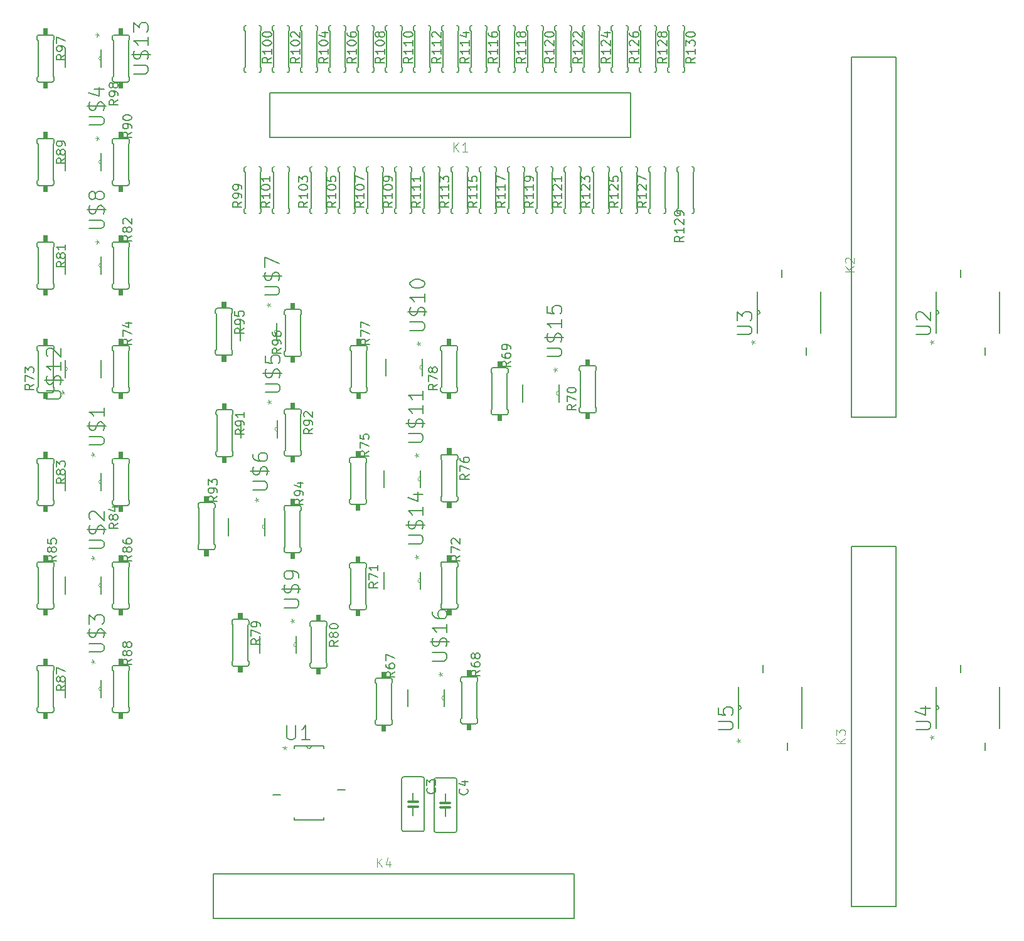
<source format=gbr>
G04 #@! TF.FileFunction,Legend,Top*
%FSLAX46Y46*%
G04 Gerber Fmt 4.6, Leading zero omitted, Abs format (unit mm)*
G04 Created by KiCad (PCBNEW 4.0.4-stable) date 01/02/17 01:37:36*
%MOMM*%
%LPD*%
G01*
G04 APERTURE LIST*
%ADD10C,0.100000*%
%ADD11C,0.152400*%
%ADD12C,0.304800*%
%ADD13C,0.127000*%
%ADD14C,0.208280*%
%ADD15C,0.076200*%
%ADD16C,0.101600*%
G04 APERTURE END LIST*
D10*
D11*
X185674000Y-73964800D02*
X185674000Y-72948800D01*
X188976000Y-84531200D02*
X188976000Y-83515200D01*
X190931800Y-81534000D02*
X190931800Y-75946000D01*
X182448200Y-75946000D02*
X182448200Y-78435200D01*
X182448200Y-78435200D02*
X182448200Y-79044800D01*
X182448200Y-79044800D02*
X182448200Y-81534000D01*
X182448200Y-79044800D02*
G75*
G03X182448200Y-78435200I0J304800D01*
G01*
X159004000Y-127304800D02*
X159004000Y-126288800D01*
X162306000Y-137871200D02*
X162306000Y-136855200D01*
X164261800Y-134874000D02*
X164261800Y-129286000D01*
X155778200Y-129286000D02*
X155778200Y-131775200D01*
X155778200Y-131775200D02*
X155778200Y-132384800D01*
X155778200Y-132384800D02*
X155778200Y-134874000D01*
X155778200Y-132384800D02*
G75*
G03X155778200Y-131775200I0J304800D01*
G01*
D12*
X112445800Y-144805400D02*
X111810800Y-144805400D01*
X111810800Y-144805400D02*
X111175800Y-144805400D01*
D11*
X111810800Y-144805400D02*
X111810800Y-143586200D01*
D12*
X112445800Y-145440400D02*
X111810800Y-145440400D01*
X111810800Y-145440400D02*
X111175800Y-145440400D01*
D11*
X111810800Y-145440400D02*
X111810800Y-146634200D01*
X113080800Y-141427200D02*
X110540800Y-141427200D01*
X110286800Y-141681200D02*
X110286800Y-148539200D01*
X110540800Y-148793200D02*
X113080800Y-148793200D01*
X113334800Y-148539200D02*
X113334800Y-141681200D01*
X113080800Y-148793200D02*
G75*
G03X113334800Y-148539200I0J254000D01*
G01*
X110540800Y-148793200D02*
G75*
G02X110286800Y-148539200I0J254000D01*
G01*
X110286800Y-141681200D02*
G75*
G02X110540800Y-141427200I254000J0D01*
G01*
X113334800Y-141681200D02*
G75*
G03X113080800Y-141427200I-254000J0D01*
G01*
D12*
X116814600Y-144932400D02*
X116179600Y-144932400D01*
X116179600Y-144932400D02*
X115544600Y-144932400D01*
D11*
X116179600Y-144932400D02*
X116179600Y-143713200D01*
D12*
X116814600Y-145567400D02*
X116179600Y-145567400D01*
X116179600Y-145567400D02*
X115544600Y-145567400D01*
D11*
X116179600Y-145567400D02*
X116179600Y-146761200D01*
X117449600Y-141554200D02*
X114909600Y-141554200D01*
X114655600Y-141808200D02*
X114655600Y-148666200D01*
X114909600Y-148920200D02*
X117449600Y-148920200D01*
X117703600Y-148666200D02*
X117703600Y-141808200D01*
X117449600Y-148920200D02*
G75*
G03X117703600Y-148666200I0J254000D01*
G01*
X114909600Y-148920200D02*
G75*
G02X114655600Y-148666200I0J254000D01*
G01*
X114655600Y-141808200D02*
G75*
G02X114909600Y-141554200I254000J0D01*
G01*
X117703600Y-141808200D02*
G75*
G03X117449600Y-141554200I-254000J0D01*
G01*
D13*
X141155000Y-55070000D02*
X92525000Y-55070000D01*
X92525000Y-55070000D02*
X92525000Y-49070000D01*
X92525000Y-49070000D02*
X141155000Y-49070000D01*
X141155000Y-49070000D02*
X141155000Y-55070000D01*
X170990000Y-92895000D02*
X170990000Y-44265000D01*
X170990000Y-44265000D02*
X176990000Y-44265000D01*
X176990000Y-44265000D02*
X176990000Y-92895000D01*
X176990000Y-92895000D02*
X170990000Y-92895000D01*
X170990000Y-158935000D02*
X170990000Y-110305000D01*
X170990000Y-110305000D02*
X176990000Y-110305000D01*
X176990000Y-110305000D02*
X176990000Y-158935000D01*
X176990000Y-158935000D02*
X170990000Y-158935000D01*
X84905000Y-154480000D02*
X133535000Y-154480000D01*
X133535000Y-154480000D02*
X133535000Y-160480000D01*
X133535000Y-160480000D02*
X84905000Y-160480000D01*
X84905000Y-160480000D02*
X84905000Y-154480000D01*
D11*
X91313000Y-40259000D02*
G75*
G03X91059000Y-40005000I-254000J0D01*
G01*
X89027000Y-40259000D02*
G75*
G02X89281000Y-40005000I254000J0D01*
G01*
X89281000Y-46355000D02*
G75*
G02X89027000Y-46101000I0J254000D01*
G01*
X91059000Y-46355000D02*
G75*
G03X91313000Y-46101000I0J254000D01*
G01*
X91313000Y-40259000D02*
X91313000Y-40640000D01*
X91186000Y-40767000D02*
X91313000Y-40640000D01*
X89027000Y-40259000D02*
X89027000Y-40640000D01*
X89154000Y-40767000D02*
X89027000Y-40640000D01*
X91186000Y-45593000D02*
X91313000Y-45720000D01*
X91186000Y-45593000D02*
X91186000Y-40767000D01*
X89154000Y-45593000D02*
X89027000Y-45720000D01*
X89154000Y-45593000D02*
X89154000Y-40767000D01*
X91313000Y-46101000D02*
X91313000Y-45720000D01*
X89027000Y-46101000D02*
X89027000Y-45720000D01*
X92837000Y-65151000D02*
G75*
G03X93091000Y-65405000I254000J0D01*
G01*
X95123000Y-65151000D02*
G75*
G02X94869000Y-65405000I-254000J0D01*
G01*
X94869000Y-59055000D02*
G75*
G02X95123000Y-59309000I0J-254000D01*
G01*
X93091000Y-59055000D02*
G75*
G03X92837000Y-59309000I0J-254000D01*
G01*
X92837000Y-65151000D02*
X92837000Y-64770000D01*
X92964000Y-64643000D02*
X92837000Y-64770000D01*
X95123000Y-65151000D02*
X95123000Y-64770000D01*
X94996000Y-64643000D02*
X95123000Y-64770000D01*
X92964000Y-59817000D02*
X92837000Y-59690000D01*
X92964000Y-59817000D02*
X92964000Y-64643000D01*
X94996000Y-59817000D02*
X95123000Y-59690000D01*
X94996000Y-59817000D02*
X94996000Y-64643000D01*
X92837000Y-59309000D02*
X92837000Y-59690000D01*
X95123000Y-59309000D02*
X95123000Y-59690000D01*
X95123000Y-40259000D02*
G75*
G03X94869000Y-40005000I-254000J0D01*
G01*
X92837000Y-40259000D02*
G75*
G02X93091000Y-40005000I254000J0D01*
G01*
X93091000Y-46355000D02*
G75*
G02X92837000Y-46101000I0J254000D01*
G01*
X94869000Y-46355000D02*
G75*
G03X95123000Y-46101000I0J254000D01*
G01*
X95123000Y-40259000D02*
X95123000Y-40640000D01*
X94996000Y-40767000D02*
X95123000Y-40640000D01*
X92837000Y-40259000D02*
X92837000Y-40640000D01*
X92964000Y-40767000D02*
X92837000Y-40640000D01*
X94996000Y-45593000D02*
X95123000Y-45720000D01*
X94996000Y-45593000D02*
X94996000Y-40767000D01*
X92964000Y-45593000D02*
X92837000Y-45720000D01*
X92964000Y-45593000D02*
X92964000Y-40767000D01*
X95123000Y-46101000D02*
X95123000Y-45720000D01*
X92837000Y-46101000D02*
X92837000Y-45720000D01*
X97917000Y-65151000D02*
G75*
G03X98171000Y-65405000I254000J0D01*
G01*
X100203000Y-65151000D02*
G75*
G02X99949000Y-65405000I-254000J0D01*
G01*
X99949000Y-59055000D02*
G75*
G02X100203000Y-59309000I0J-254000D01*
G01*
X98171000Y-59055000D02*
G75*
G03X97917000Y-59309000I0J-254000D01*
G01*
X97917000Y-65151000D02*
X97917000Y-64770000D01*
X98044000Y-64643000D02*
X97917000Y-64770000D01*
X100203000Y-65151000D02*
X100203000Y-64770000D01*
X100076000Y-64643000D02*
X100203000Y-64770000D01*
X98044000Y-59817000D02*
X97917000Y-59690000D01*
X98044000Y-59817000D02*
X98044000Y-64643000D01*
X100076000Y-59817000D02*
X100203000Y-59690000D01*
X100076000Y-59817000D02*
X100076000Y-64643000D01*
X97917000Y-59309000D02*
X97917000Y-59690000D01*
X100203000Y-59309000D02*
X100203000Y-59690000D01*
X98933000Y-40259000D02*
G75*
G03X98679000Y-40005000I-254000J0D01*
G01*
X96647000Y-40259000D02*
G75*
G02X96901000Y-40005000I254000J0D01*
G01*
X96901000Y-46355000D02*
G75*
G02X96647000Y-46101000I0J254000D01*
G01*
X98679000Y-46355000D02*
G75*
G03X98933000Y-46101000I0J254000D01*
G01*
X98933000Y-40259000D02*
X98933000Y-40640000D01*
X98806000Y-40767000D02*
X98933000Y-40640000D01*
X96647000Y-40259000D02*
X96647000Y-40640000D01*
X96774000Y-40767000D02*
X96647000Y-40640000D01*
X98806000Y-45593000D02*
X98933000Y-45720000D01*
X98806000Y-45593000D02*
X98806000Y-40767000D01*
X96774000Y-45593000D02*
X96647000Y-45720000D01*
X96774000Y-45593000D02*
X96774000Y-40767000D01*
X98933000Y-46101000D02*
X98933000Y-45720000D01*
X96647000Y-46101000D02*
X96647000Y-45720000D01*
X101727000Y-65151000D02*
G75*
G03X101981000Y-65405000I254000J0D01*
G01*
X104013000Y-65151000D02*
G75*
G02X103759000Y-65405000I-254000J0D01*
G01*
X103759000Y-59055000D02*
G75*
G02X104013000Y-59309000I0J-254000D01*
G01*
X101981000Y-59055000D02*
G75*
G03X101727000Y-59309000I0J-254000D01*
G01*
X101727000Y-65151000D02*
X101727000Y-64770000D01*
X101854000Y-64643000D02*
X101727000Y-64770000D01*
X104013000Y-65151000D02*
X104013000Y-64770000D01*
X103886000Y-64643000D02*
X104013000Y-64770000D01*
X101854000Y-59817000D02*
X101727000Y-59690000D01*
X101854000Y-59817000D02*
X101854000Y-64643000D01*
X103886000Y-59817000D02*
X104013000Y-59690000D01*
X103886000Y-59817000D02*
X103886000Y-64643000D01*
X101727000Y-59309000D02*
X101727000Y-59690000D01*
X104013000Y-59309000D02*
X104013000Y-59690000D01*
X102743000Y-40259000D02*
G75*
G03X102489000Y-40005000I-254000J0D01*
G01*
X100457000Y-40259000D02*
G75*
G02X100711000Y-40005000I254000J0D01*
G01*
X100711000Y-46355000D02*
G75*
G02X100457000Y-46101000I0J254000D01*
G01*
X102489000Y-46355000D02*
G75*
G03X102743000Y-46101000I0J254000D01*
G01*
X102743000Y-40259000D02*
X102743000Y-40640000D01*
X102616000Y-40767000D02*
X102743000Y-40640000D01*
X100457000Y-40259000D02*
X100457000Y-40640000D01*
X100584000Y-40767000D02*
X100457000Y-40640000D01*
X102616000Y-45593000D02*
X102743000Y-45720000D01*
X102616000Y-45593000D02*
X102616000Y-40767000D01*
X100584000Y-45593000D02*
X100457000Y-45720000D01*
X100584000Y-45593000D02*
X100584000Y-40767000D01*
X102743000Y-46101000D02*
X102743000Y-45720000D01*
X100457000Y-46101000D02*
X100457000Y-45720000D01*
X105537000Y-65151000D02*
G75*
G03X105791000Y-65405000I254000J0D01*
G01*
X107823000Y-65151000D02*
G75*
G02X107569000Y-65405000I-254000J0D01*
G01*
X107569000Y-59055000D02*
G75*
G02X107823000Y-59309000I0J-254000D01*
G01*
X105791000Y-59055000D02*
G75*
G03X105537000Y-59309000I0J-254000D01*
G01*
X105537000Y-65151000D02*
X105537000Y-64770000D01*
X105664000Y-64643000D02*
X105537000Y-64770000D01*
X107823000Y-65151000D02*
X107823000Y-64770000D01*
X107696000Y-64643000D02*
X107823000Y-64770000D01*
X105664000Y-59817000D02*
X105537000Y-59690000D01*
X105664000Y-59817000D02*
X105664000Y-64643000D01*
X107696000Y-59817000D02*
X107823000Y-59690000D01*
X107696000Y-59817000D02*
X107696000Y-64643000D01*
X105537000Y-59309000D02*
X105537000Y-59690000D01*
X107823000Y-59309000D02*
X107823000Y-59690000D01*
X106553000Y-40259000D02*
G75*
G03X106299000Y-40005000I-254000J0D01*
G01*
X104267000Y-40259000D02*
G75*
G02X104521000Y-40005000I254000J0D01*
G01*
X104521000Y-46355000D02*
G75*
G02X104267000Y-46101000I0J254000D01*
G01*
X106299000Y-46355000D02*
G75*
G03X106553000Y-46101000I0J254000D01*
G01*
X106553000Y-40259000D02*
X106553000Y-40640000D01*
X106426000Y-40767000D02*
X106553000Y-40640000D01*
X104267000Y-40259000D02*
X104267000Y-40640000D01*
X104394000Y-40767000D02*
X104267000Y-40640000D01*
X106426000Y-45593000D02*
X106553000Y-45720000D01*
X106426000Y-45593000D02*
X106426000Y-40767000D01*
X104394000Y-45593000D02*
X104267000Y-45720000D01*
X104394000Y-45593000D02*
X104394000Y-40767000D01*
X106553000Y-46101000D02*
X106553000Y-45720000D01*
X104267000Y-46101000D02*
X104267000Y-45720000D01*
X109347000Y-65151000D02*
G75*
G03X109601000Y-65405000I254000J0D01*
G01*
X111633000Y-65151000D02*
G75*
G02X111379000Y-65405000I-254000J0D01*
G01*
X111379000Y-59055000D02*
G75*
G02X111633000Y-59309000I0J-254000D01*
G01*
X109601000Y-59055000D02*
G75*
G03X109347000Y-59309000I0J-254000D01*
G01*
X109347000Y-65151000D02*
X109347000Y-64770000D01*
X109474000Y-64643000D02*
X109347000Y-64770000D01*
X111633000Y-65151000D02*
X111633000Y-64770000D01*
X111506000Y-64643000D02*
X111633000Y-64770000D01*
X109474000Y-59817000D02*
X109347000Y-59690000D01*
X109474000Y-59817000D02*
X109474000Y-64643000D01*
X111506000Y-59817000D02*
X111633000Y-59690000D01*
X111506000Y-59817000D02*
X111506000Y-64643000D01*
X109347000Y-59309000D02*
X109347000Y-59690000D01*
X111633000Y-59309000D02*
X111633000Y-59690000D01*
X110363000Y-40259000D02*
G75*
G03X110109000Y-40005000I-254000J0D01*
G01*
X108077000Y-40259000D02*
G75*
G02X108331000Y-40005000I254000J0D01*
G01*
X108331000Y-46355000D02*
G75*
G02X108077000Y-46101000I0J254000D01*
G01*
X110109000Y-46355000D02*
G75*
G03X110363000Y-46101000I0J254000D01*
G01*
X110363000Y-40259000D02*
X110363000Y-40640000D01*
X110236000Y-40767000D02*
X110363000Y-40640000D01*
X108077000Y-40259000D02*
X108077000Y-40640000D01*
X108204000Y-40767000D02*
X108077000Y-40640000D01*
X110236000Y-45593000D02*
X110363000Y-45720000D01*
X110236000Y-45593000D02*
X110236000Y-40767000D01*
X108204000Y-45593000D02*
X108077000Y-45720000D01*
X108204000Y-45593000D02*
X108204000Y-40767000D01*
X110363000Y-46101000D02*
X110363000Y-45720000D01*
X108077000Y-46101000D02*
X108077000Y-45720000D01*
X113157000Y-65151000D02*
G75*
G03X113411000Y-65405000I254000J0D01*
G01*
X115443000Y-65151000D02*
G75*
G02X115189000Y-65405000I-254000J0D01*
G01*
X115189000Y-59055000D02*
G75*
G02X115443000Y-59309000I0J-254000D01*
G01*
X113411000Y-59055000D02*
G75*
G03X113157000Y-59309000I0J-254000D01*
G01*
X113157000Y-65151000D02*
X113157000Y-64770000D01*
X113284000Y-64643000D02*
X113157000Y-64770000D01*
X115443000Y-65151000D02*
X115443000Y-64770000D01*
X115316000Y-64643000D02*
X115443000Y-64770000D01*
X113284000Y-59817000D02*
X113157000Y-59690000D01*
X113284000Y-59817000D02*
X113284000Y-64643000D01*
X115316000Y-59817000D02*
X115443000Y-59690000D01*
X115316000Y-59817000D02*
X115316000Y-64643000D01*
X113157000Y-59309000D02*
X113157000Y-59690000D01*
X115443000Y-59309000D02*
X115443000Y-59690000D01*
X114173000Y-40259000D02*
G75*
G03X113919000Y-40005000I-254000J0D01*
G01*
X111887000Y-40259000D02*
G75*
G02X112141000Y-40005000I254000J0D01*
G01*
X112141000Y-46355000D02*
G75*
G02X111887000Y-46101000I0J254000D01*
G01*
X113919000Y-46355000D02*
G75*
G03X114173000Y-46101000I0J254000D01*
G01*
X114173000Y-40259000D02*
X114173000Y-40640000D01*
X114046000Y-40767000D02*
X114173000Y-40640000D01*
X111887000Y-40259000D02*
X111887000Y-40640000D01*
X112014000Y-40767000D02*
X111887000Y-40640000D01*
X114046000Y-45593000D02*
X114173000Y-45720000D01*
X114046000Y-45593000D02*
X114046000Y-40767000D01*
X112014000Y-45593000D02*
X111887000Y-45720000D01*
X112014000Y-45593000D02*
X112014000Y-40767000D01*
X114173000Y-46101000D02*
X114173000Y-45720000D01*
X111887000Y-46101000D02*
X111887000Y-45720000D01*
X116967000Y-65151000D02*
G75*
G03X117221000Y-65405000I254000J0D01*
G01*
X119253000Y-65151000D02*
G75*
G02X118999000Y-65405000I-254000J0D01*
G01*
X118999000Y-59055000D02*
G75*
G02X119253000Y-59309000I0J-254000D01*
G01*
X117221000Y-59055000D02*
G75*
G03X116967000Y-59309000I0J-254000D01*
G01*
X116967000Y-65151000D02*
X116967000Y-64770000D01*
X117094000Y-64643000D02*
X116967000Y-64770000D01*
X119253000Y-65151000D02*
X119253000Y-64770000D01*
X119126000Y-64643000D02*
X119253000Y-64770000D01*
X117094000Y-59817000D02*
X116967000Y-59690000D01*
X117094000Y-59817000D02*
X117094000Y-64643000D01*
X119126000Y-59817000D02*
X119253000Y-59690000D01*
X119126000Y-59817000D02*
X119126000Y-64643000D01*
X116967000Y-59309000D02*
X116967000Y-59690000D01*
X119253000Y-59309000D02*
X119253000Y-59690000D01*
X117983000Y-40259000D02*
G75*
G03X117729000Y-40005000I-254000J0D01*
G01*
X115697000Y-40259000D02*
G75*
G02X115951000Y-40005000I254000J0D01*
G01*
X115951000Y-46355000D02*
G75*
G02X115697000Y-46101000I0J254000D01*
G01*
X117729000Y-46355000D02*
G75*
G03X117983000Y-46101000I0J254000D01*
G01*
X117983000Y-40259000D02*
X117983000Y-40640000D01*
X117856000Y-40767000D02*
X117983000Y-40640000D01*
X115697000Y-40259000D02*
X115697000Y-40640000D01*
X115824000Y-40767000D02*
X115697000Y-40640000D01*
X117856000Y-45593000D02*
X117983000Y-45720000D01*
X117856000Y-45593000D02*
X117856000Y-40767000D01*
X115824000Y-45593000D02*
X115697000Y-45720000D01*
X115824000Y-45593000D02*
X115824000Y-40767000D01*
X117983000Y-46101000D02*
X117983000Y-45720000D01*
X115697000Y-46101000D02*
X115697000Y-45720000D01*
X120777000Y-65151000D02*
G75*
G03X121031000Y-65405000I254000J0D01*
G01*
X123063000Y-65151000D02*
G75*
G02X122809000Y-65405000I-254000J0D01*
G01*
X122809000Y-59055000D02*
G75*
G02X123063000Y-59309000I0J-254000D01*
G01*
X121031000Y-59055000D02*
G75*
G03X120777000Y-59309000I0J-254000D01*
G01*
X120777000Y-65151000D02*
X120777000Y-64770000D01*
X120904000Y-64643000D02*
X120777000Y-64770000D01*
X123063000Y-65151000D02*
X123063000Y-64770000D01*
X122936000Y-64643000D02*
X123063000Y-64770000D01*
X120904000Y-59817000D02*
X120777000Y-59690000D01*
X120904000Y-59817000D02*
X120904000Y-64643000D01*
X122936000Y-59817000D02*
X123063000Y-59690000D01*
X122936000Y-59817000D02*
X122936000Y-64643000D01*
X120777000Y-59309000D02*
X120777000Y-59690000D01*
X123063000Y-59309000D02*
X123063000Y-59690000D01*
X121793000Y-40259000D02*
G75*
G03X121539000Y-40005000I-254000J0D01*
G01*
X119507000Y-40259000D02*
G75*
G02X119761000Y-40005000I254000J0D01*
G01*
X119761000Y-46355000D02*
G75*
G02X119507000Y-46101000I0J254000D01*
G01*
X121539000Y-46355000D02*
G75*
G03X121793000Y-46101000I0J254000D01*
G01*
X121793000Y-40259000D02*
X121793000Y-40640000D01*
X121666000Y-40767000D02*
X121793000Y-40640000D01*
X119507000Y-40259000D02*
X119507000Y-40640000D01*
X119634000Y-40767000D02*
X119507000Y-40640000D01*
X121666000Y-45593000D02*
X121793000Y-45720000D01*
X121666000Y-45593000D02*
X121666000Y-40767000D01*
X119634000Y-45593000D02*
X119507000Y-45720000D01*
X119634000Y-45593000D02*
X119634000Y-40767000D01*
X121793000Y-46101000D02*
X121793000Y-45720000D01*
X119507000Y-46101000D02*
X119507000Y-45720000D01*
X124587000Y-65151000D02*
G75*
G03X124841000Y-65405000I254000J0D01*
G01*
X126873000Y-65151000D02*
G75*
G02X126619000Y-65405000I-254000J0D01*
G01*
X126619000Y-59055000D02*
G75*
G02X126873000Y-59309000I0J-254000D01*
G01*
X124841000Y-59055000D02*
G75*
G03X124587000Y-59309000I0J-254000D01*
G01*
X124587000Y-65151000D02*
X124587000Y-64770000D01*
X124714000Y-64643000D02*
X124587000Y-64770000D01*
X126873000Y-65151000D02*
X126873000Y-64770000D01*
X126746000Y-64643000D02*
X126873000Y-64770000D01*
X124714000Y-59817000D02*
X124587000Y-59690000D01*
X124714000Y-59817000D02*
X124714000Y-64643000D01*
X126746000Y-59817000D02*
X126873000Y-59690000D01*
X126746000Y-59817000D02*
X126746000Y-64643000D01*
X124587000Y-59309000D02*
X124587000Y-59690000D01*
X126873000Y-59309000D02*
X126873000Y-59690000D01*
X125603000Y-40259000D02*
G75*
G03X125349000Y-40005000I-254000J0D01*
G01*
X123317000Y-40259000D02*
G75*
G02X123571000Y-40005000I254000J0D01*
G01*
X123571000Y-46355000D02*
G75*
G02X123317000Y-46101000I0J254000D01*
G01*
X125349000Y-46355000D02*
G75*
G03X125603000Y-46101000I0J254000D01*
G01*
X125603000Y-40259000D02*
X125603000Y-40640000D01*
X125476000Y-40767000D02*
X125603000Y-40640000D01*
X123317000Y-40259000D02*
X123317000Y-40640000D01*
X123444000Y-40767000D02*
X123317000Y-40640000D01*
X125476000Y-45593000D02*
X125603000Y-45720000D01*
X125476000Y-45593000D02*
X125476000Y-40767000D01*
X123444000Y-45593000D02*
X123317000Y-45720000D01*
X123444000Y-45593000D02*
X123444000Y-40767000D01*
X125603000Y-46101000D02*
X125603000Y-45720000D01*
X123317000Y-46101000D02*
X123317000Y-45720000D01*
X128397000Y-65151000D02*
G75*
G03X128651000Y-65405000I254000J0D01*
G01*
X130683000Y-65151000D02*
G75*
G02X130429000Y-65405000I-254000J0D01*
G01*
X130429000Y-59055000D02*
G75*
G02X130683000Y-59309000I0J-254000D01*
G01*
X128651000Y-59055000D02*
G75*
G03X128397000Y-59309000I0J-254000D01*
G01*
X128397000Y-65151000D02*
X128397000Y-64770000D01*
X128524000Y-64643000D02*
X128397000Y-64770000D01*
X130683000Y-65151000D02*
X130683000Y-64770000D01*
X130556000Y-64643000D02*
X130683000Y-64770000D01*
X128524000Y-59817000D02*
X128397000Y-59690000D01*
X128524000Y-59817000D02*
X128524000Y-64643000D01*
X130556000Y-59817000D02*
X130683000Y-59690000D01*
X130556000Y-59817000D02*
X130556000Y-64643000D01*
X128397000Y-59309000D02*
X128397000Y-59690000D01*
X130683000Y-59309000D02*
X130683000Y-59690000D01*
X129413000Y-40259000D02*
G75*
G03X129159000Y-40005000I-254000J0D01*
G01*
X127127000Y-40259000D02*
G75*
G02X127381000Y-40005000I254000J0D01*
G01*
X127381000Y-46355000D02*
G75*
G02X127127000Y-46101000I0J254000D01*
G01*
X129159000Y-46355000D02*
G75*
G03X129413000Y-46101000I0J254000D01*
G01*
X129413000Y-40259000D02*
X129413000Y-40640000D01*
X129286000Y-40767000D02*
X129413000Y-40640000D01*
X127127000Y-40259000D02*
X127127000Y-40640000D01*
X127254000Y-40767000D02*
X127127000Y-40640000D01*
X129286000Y-45593000D02*
X129413000Y-45720000D01*
X129286000Y-45593000D02*
X129286000Y-40767000D01*
X127254000Y-45593000D02*
X127127000Y-45720000D01*
X127254000Y-45593000D02*
X127254000Y-40767000D01*
X129413000Y-46101000D02*
X129413000Y-45720000D01*
X127127000Y-46101000D02*
X127127000Y-45720000D01*
X132207000Y-65151000D02*
G75*
G03X132461000Y-65405000I254000J0D01*
G01*
X134493000Y-65151000D02*
G75*
G02X134239000Y-65405000I-254000J0D01*
G01*
X134239000Y-59055000D02*
G75*
G02X134493000Y-59309000I0J-254000D01*
G01*
X132461000Y-59055000D02*
G75*
G03X132207000Y-59309000I0J-254000D01*
G01*
X132207000Y-65151000D02*
X132207000Y-64770000D01*
X132334000Y-64643000D02*
X132207000Y-64770000D01*
X134493000Y-65151000D02*
X134493000Y-64770000D01*
X134366000Y-64643000D02*
X134493000Y-64770000D01*
X132334000Y-59817000D02*
X132207000Y-59690000D01*
X132334000Y-59817000D02*
X132334000Y-64643000D01*
X134366000Y-59817000D02*
X134493000Y-59690000D01*
X134366000Y-59817000D02*
X134366000Y-64643000D01*
X132207000Y-59309000D02*
X132207000Y-59690000D01*
X134493000Y-59309000D02*
X134493000Y-59690000D01*
X133223000Y-40259000D02*
G75*
G03X132969000Y-40005000I-254000J0D01*
G01*
X130937000Y-40259000D02*
G75*
G02X131191000Y-40005000I254000J0D01*
G01*
X131191000Y-46355000D02*
G75*
G02X130937000Y-46101000I0J254000D01*
G01*
X132969000Y-46355000D02*
G75*
G03X133223000Y-46101000I0J254000D01*
G01*
X133223000Y-40259000D02*
X133223000Y-40640000D01*
X133096000Y-40767000D02*
X133223000Y-40640000D01*
X130937000Y-40259000D02*
X130937000Y-40640000D01*
X131064000Y-40767000D02*
X130937000Y-40640000D01*
X133096000Y-45593000D02*
X133223000Y-45720000D01*
X133096000Y-45593000D02*
X133096000Y-40767000D01*
X131064000Y-45593000D02*
X130937000Y-45720000D01*
X131064000Y-45593000D02*
X131064000Y-40767000D01*
X133223000Y-46101000D02*
X133223000Y-45720000D01*
X130937000Y-46101000D02*
X130937000Y-45720000D01*
X136017000Y-65151000D02*
G75*
G03X136271000Y-65405000I254000J0D01*
G01*
X138303000Y-65151000D02*
G75*
G02X138049000Y-65405000I-254000J0D01*
G01*
X138049000Y-59055000D02*
G75*
G02X138303000Y-59309000I0J-254000D01*
G01*
X136271000Y-59055000D02*
G75*
G03X136017000Y-59309000I0J-254000D01*
G01*
X136017000Y-65151000D02*
X136017000Y-64770000D01*
X136144000Y-64643000D02*
X136017000Y-64770000D01*
X138303000Y-65151000D02*
X138303000Y-64770000D01*
X138176000Y-64643000D02*
X138303000Y-64770000D01*
X136144000Y-59817000D02*
X136017000Y-59690000D01*
X136144000Y-59817000D02*
X136144000Y-64643000D01*
X138176000Y-59817000D02*
X138303000Y-59690000D01*
X138176000Y-59817000D02*
X138176000Y-64643000D01*
X136017000Y-59309000D02*
X136017000Y-59690000D01*
X138303000Y-59309000D02*
X138303000Y-59690000D01*
X137033000Y-40259000D02*
G75*
G03X136779000Y-40005000I-254000J0D01*
G01*
X134747000Y-40259000D02*
G75*
G02X135001000Y-40005000I254000J0D01*
G01*
X135001000Y-46355000D02*
G75*
G02X134747000Y-46101000I0J254000D01*
G01*
X136779000Y-46355000D02*
G75*
G03X137033000Y-46101000I0J254000D01*
G01*
X137033000Y-40259000D02*
X137033000Y-40640000D01*
X136906000Y-40767000D02*
X137033000Y-40640000D01*
X134747000Y-40259000D02*
X134747000Y-40640000D01*
X134874000Y-40767000D02*
X134747000Y-40640000D01*
X136906000Y-45593000D02*
X137033000Y-45720000D01*
X136906000Y-45593000D02*
X136906000Y-40767000D01*
X134874000Y-45593000D02*
X134747000Y-45720000D01*
X134874000Y-45593000D02*
X134874000Y-40767000D01*
X137033000Y-46101000D02*
X137033000Y-45720000D01*
X134747000Y-46101000D02*
X134747000Y-45720000D01*
X139827000Y-65151000D02*
G75*
G03X140081000Y-65405000I254000J0D01*
G01*
X142113000Y-65151000D02*
G75*
G02X141859000Y-65405000I-254000J0D01*
G01*
X141859000Y-59055000D02*
G75*
G02X142113000Y-59309000I0J-254000D01*
G01*
X140081000Y-59055000D02*
G75*
G03X139827000Y-59309000I0J-254000D01*
G01*
X139827000Y-65151000D02*
X139827000Y-64770000D01*
X139954000Y-64643000D02*
X139827000Y-64770000D01*
X142113000Y-65151000D02*
X142113000Y-64770000D01*
X141986000Y-64643000D02*
X142113000Y-64770000D01*
X139954000Y-59817000D02*
X139827000Y-59690000D01*
X139954000Y-59817000D02*
X139954000Y-64643000D01*
X141986000Y-59817000D02*
X142113000Y-59690000D01*
X141986000Y-59817000D02*
X141986000Y-64643000D01*
X139827000Y-59309000D02*
X139827000Y-59690000D01*
X142113000Y-59309000D02*
X142113000Y-59690000D01*
X140843000Y-40259000D02*
G75*
G03X140589000Y-40005000I-254000J0D01*
G01*
X138557000Y-40259000D02*
G75*
G02X138811000Y-40005000I254000J0D01*
G01*
X138811000Y-46355000D02*
G75*
G02X138557000Y-46101000I0J254000D01*
G01*
X140589000Y-46355000D02*
G75*
G03X140843000Y-46101000I0J254000D01*
G01*
X140843000Y-40259000D02*
X140843000Y-40640000D01*
X140716000Y-40767000D02*
X140843000Y-40640000D01*
X138557000Y-40259000D02*
X138557000Y-40640000D01*
X138684000Y-40767000D02*
X138557000Y-40640000D01*
X140716000Y-45593000D02*
X140843000Y-45720000D01*
X140716000Y-45593000D02*
X140716000Y-40767000D01*
X138684000Y-45593000D02*
X138557000Y-45720000D01*
X138684000Y-45593000D02*
X138684000Y-40767000D01*
X140843000Y-46101000D02*
X140843000Y-45720000D01*
X138557000Y-46101000D02*
X138557000Y-45720000D01*
X143637000Y-65151000D02*
G75*
G03X143891000Y-65405000I254000J0D01*
G01*
X145923000Y-65151000D02*
G75*
G02X145669000Y-65405000I-254000J0D01*
G01*
X145669000Y-59055000D02*
G75*
G02X145923000Y-59309000I0J-254000D01*
G01*
X143891000Y-59055000D02*
G75*
G03X143637000Y-59309000I0J-254000D01*
G01*
X143637000Y-65151000D02*
X143637000Y-64770000D01*
X143764000Y-64643000D02*
X143637000Y-64770000D01*
X145923000Y-65151000D02*
X145923000Y-64770000D01*
X145796000Y-64643000D02*
X145923000Y-64770000D01*
X143764000Y-59817000D02*
X143637000Y-59690000D01*
X143764000Y-59817000D02*
X143764000Y-64643000D01*
X145796000Y-59817000D02*
X145923000Y-59690000D01*
X145796000Y-59817000D02*
X145796000Y-64643000D01*
X143637000Y-59309000D02*
X143637000Y-59690000D01*
X145923000Y-59309000D02*
X145923000Y-59690000D01*
X144653000Y-40259000D02*
G75*
G03X144399000Y-40005000I-254000J0D01*
G01*
X142367000Y-40259000D02*
G75*
G02X142621000Y-40005000I254000J0D01*
G01*
X142621000Y-46355000D02*
G75*
G02X142367000Y-46101000I0J254000D01*
G01*
X144399000Y-46355000D02*
G75*
G03X144653000Y-46101000I0J254000D01*
G01*
X144653000Y-40259000D02*
X144653000Y-40640000D01*
X144526000Y-40767000D02*
X144653000Y-40640000D01*
X142367000Y-40259000D02*
X142367000Y-40640000D01*
X142494000Y-40767000D02*
X142367000Y-40640000D01*
X144526000Y-45593000D02*
X144653000Y-45720000D01*
X144526000Y-45593000D02*
X144526000Y-40767000D01*
X142494000Y-45593000D02*
X142367000Y-45720000D01*
X142494000Y-45593000D02*
X142494000Y-40767000D01*
X144653000Y-46101000D02*
X144653000Y-45720000D01*
X142367000Y-46101000D02*
X142367000Y-45720000D01*
X147447000Y-65151000D02*
G75*
G03X147701000Y-65405000I254000J0D01*
G01*
X149733000Y-65151000D02*
G75*
G02X149479000Y-65405000I-254000J0D01*
G01*
X149479000Y-59055000D02*
G75*
G02X149733000Y-59309000I0J-254000D01*
G01*
X147701000Y-59055000D02*
G75*
G03X147447000Y-59309000I0J-254000D01*
G01*
X147447000Y-65151000D02*
X147447000Y-64770000D01*
X147574000Y-64643000D02*
X147447000Y-64770000D01*
X149733000Y-65151000D02*
X149733000Y-64770000D01*
X149606000Y-64643000D02*
X149733000Y-64770000D01*
X147574000Y-59817000D02*
X147447000Y-59690000D01*
X147574000Y-59817000D02*
X147574000Y-64643000D01*
X149606000Y-59817000D02*
X149733000Y-59690000D01*
X149606000Y-59817000D02*
X149606000Y-64643000D01*
X147447000Y-59309000D02*
X147447000Y-59690000D01*
X149733000Y-59309000D02*
X149733000Y-59690000D01*
X148463000Y-40259000D02*
G75*
G03X148209000Y-40005000I-254000J0D01*
G01*
X146177000Y-40259000D02*
G75*
G02X146431000Y-40005000I254000J0D01*
G01*
X146431000Y-46355000D02*
G75*
G02X146177000Y-46101000I0J254000D01*
G01*
X148209000Y-46355000D02*
G75*
G03X148463000Y-46101000I0J254000D01*
G01*
X148463000Y-40259000D02*
X148463000Y-40640000D01*
X148336000Y-40767000D02*
X148463000Y-40640000D01*
X146177000Y-40259000D02*
X146177000Y-40640000D01*
X146304000Y-40767000D02*
X146177000Y-40640000D01*
X148336000Y-45593000D02*
X148463000Y-45720000D01*
X148336000Y-45593000D02*
X148336000Y-40767000D01*
X146304000Y-45593000D02*
X146177000Y-45720000D01*
X146304000Y-45593000D02*
X146304000Y-40767000D01*
X148463000Y-46101000D02*
X148463000Y-45720000D01*
X146177000Y-46101000D02*
X146177000Y-45720000D01*
X109016800Y-128346200D02*
G75*
G03X108762800Y-128092200I-254000J0D01*
G01*
X106730800Y-128346200D02*
G75*
G02X106984800Y-128092200I254000J0D01*
G01*
X106984800Y-134442200D02*
G75*
G02X106730800Y-134188200I0J254000D01*
G01*
X108762800Y-134442200D02*
G75*
G03X109016800Y-134188200I0J254000D01*
G01*
X106984800Y-128092200D02*
X108762800Y-128092200D01*
X109016800Y-128346200D02*
X109016800Y-128727200D01*
X108889800Y-128854200D02*
X109016800Y-128727200D01*
X106730800Y-128346200D02*
X106730800Y-128727200D01*
X106857800Y-128854200D02*
X106730800Y-128727200D01*
X108889800Y-133680200D02*
X109016800Y-133807200D01*
X108889800Y-133680200D02*
X108889800Y-128854200D01*
X106857800Y-133680200D02*
X106730800Y-133807200D01*
X106857800Y-133680200D02*
X106857800Y-128854200D01*
X109016800Y-134188200D02*
X109016800Y-133807200D01*
X106730800Y-134188200D02*
X106730800Y-133807200D01*
X106984800Y-134442200D02*
X108762800Y-134442200D01*
D10*
G36*
X107569000Y-134442200D02*
X107569000Y-135305800D01*
X108178600Y-135305800D01*
X108178600Y-134442200D01*
X107569000Y-134442200D01*
G37*
G36*
X107569000Y-127228600D02*
X107569000Y-128092200D01*
X108178600Y-128092200D01*
X108178600Y-127228600D01*
X107569000Y-127228600D01*
G37*
D11*
X120548400Y-128143000D02*
G75*
G03X120294400Y-127889000I-254000J0D01*
G01*
X118262400Y-128143000D02*
G75*
G02X118516400Y-127889000I254000J0D01*
G01*
X118516400Y-134239000D02*
G75*
G02X118262400Y-133985000I0J254000D01*
G01*
X120294400Y-134239000D02*
G75*
G03X120548400Y-133985000I0J254000D01*
G01*
X118516400Y-127889000D02*
X120294400Y-127889000D01*
X120548400Y-128143000D02*
X120548400Y-128524000D01*
X120421400Y-128651000D02*
X120548400Y-128524000D01*
X118262400Y-128143000D02*
X118262400Y-128524000D01*
X118389400Y-128651000D02*
X118262400Y-128524000D01*
X120421400Y-133477000D02*
X120548400Y-133604000D01*
X120421400Y-133477000D02*
X120421400Y-128651000D01*
X118389400Y-133477000D02*
X118262400Y-133604000D01*
X118389400Y-133477000D02*
X118389400Y-128651000D01*
X120548400Y-133985000D02*
X120548400Y-133604000D01*
X118262400Y-133985000D02*
X118262400Y-133604000D01*
X118516400Y-134239000D02*
X120294400Y-134239000D01*
D10*
G36*
X119100600Y-134239000D02*
X119100600Y-135102600D01*
X119710200Y-135102600D01*
X119710200Y-134239000D01*
X119100600Y-134239000D01*
G37*
G36*
X119100600Y-127025400D02*
X119100600Y-127889000D01*
X119710200Y-127889000D01*
X119710200Y-127025400D01*
X119100600Y-127025400D01*
G37*
D11*
X124663200Y-86461600D02*
G75*
G03X124409200Y-86207600I-254000J0D01*
G01*
X122377200Y-86461600D02*
G75*
G02X122631200Y-86207600I254000J0D01*
G01*
X122631200Y-92557600D02*
G75*
G02X122377200Y-92303600I0J254000D01*
G01*
X124409200Y-92557600D02*
G75*
G03X124663200Y-92303600I0J254000D01*
G01*
X122631200Y-86207600D02*
X124409200Y-86207600D01*
X124663200Y-86461600D02*
X124663200Y-86842600D01*
X124536200Y-86969600D02*
X124663200Y-86842600D01*
X122377200Y-86461600D02*
X122377200Y-86842600D01*
X122504200Y-86969600D02*
X122377200Y-86842600D01*
X124536200Y-91795600D02*
X124663200Y-91922600D01*
X124536200Y-91795600D02*
X124536200Y-86969600D01*
X122504200Y-91795600D02*
X122377200Y-91922600D01*
X122504200Y-91795600D02*
X122504200Y-86969600D01*
X124663200Y-92303600D02*
X124663200Y-91922600D01*
X122377200Y-92303600D02*
X122377200Y-91922600D01*
X122631200Y-92557600D02*
X124409200Y-92557600D01*
D10*
G36*
X123215400Y-92557600D02*
X123215400Y-93421200D01*
X123825000Y-93421200D01*
X123825000Y-92557600D01*
X123215400Y-92557600D01*
G37*
G36*
X123215400Y-85344000D02*
X123215400Y-86207600D01*
X123825000Y-86207600D01*
X123825000Y-85344000D01*
X123215400Y-85344000D01*
G37*
D11*
X134264400Y-92024200D02*
G75*
G03X134518400Y-92278200I254000J0D01*
G01*
X136550400Y-92024200D02*
G75*
G02X136296400Y-92278200I-254000J0D01*
G01*
X136296400Y-85928200D02*
G75*
G02X136550400Y-86182200I0J-254000D01*
G01*
X134518400Y-85928200D02*
G75*
G03X134264400Y-86182200I0J-254000D01*
G01*
X136296400Y-92278200D02*
X134518400Y-92278200D01*
X134264400Y-92024200D02*
X134264400Y-91643200D01*
X134391400Y-91516200D02*
X134264400Y-91643200D01*
X136550400Y-92024200D02*
X136550400Y-91643200D01*
X136423400Y-91516200D02*
X136550400Y-91643200D01*
X134391400Y-86690200D02*
X134264400Y-86563200D01*
X134391400Y-86690200D02*
X134391400Y-91516200D01*
X136423400Y-86690200D02*
X136550400Y-86563200D01*
X136423400Y-86690200D02*
X136423400Y-91516200D01*
X134264400Y-86182200D02*
X134264400Y-86563200D01*
X136550400Y-86182200D02*
X136550400Y-86563200D01*
X136296400Y-85928200D02*
X134518400Y-85928200D01*
D10*
G36*
X135712200Y-85928200D02*
X135712200Y-85064600D01*
X135102600Y-85064600D01*
X135102600Y-85928200D01*
X135712200Y-85928200D01*
G37*
G36*
X135712200Y-93141800D02*
X135712200Y-92278200D01*
X135102600Y-92278200D01*
X135102600Y-93141800D01*
X135712200Y-93141800D01*
G37*
D11*
X105537000Y-112776000D02*
G75*
G03X105283000Y-112522000I-254000J0D01*
G01*
X103251000Y-112776000D02*
G75*
G02X103505000Y-112522000I254000J0D01*
G01*
X103505000Y-118872000D02*
G75*
G02X103251000Y-118618000I0J254000D01*
G01*
X105283000Y-118872000D02*
G75*
G03X105537000Y-118618000I0J254000D01*
G01*
X103505000Y-112522000D02*
X105283000Y-112522000D01*
X105537000Y-112776000D02*
X105537000Y-113157000D01*
X105410000Y-113284000D02*
X105537000Y-113157000D01*
X103251000Y-112776000D02*
X103251000Y-113157000D01*
X103378000Y-113284000D02*
X103251000Y-113157000D01*
X105410000Y-118110000D02*
X105537000Y-118237000D01*
X105410000Y-118110000D02*
X105410000Y-113284000D01*
X103378000Y-118110000D02*
X103251000Y-118237000D01*
X103378000Y-118110000D02*
X103378000Y-113284000D01*
X105537000Y-118618000D02*
X105537000Y-118237000D01*
X103251000Y-118618000D02*
X103251000Y-118237000D01*
X103505000Y-118872000D02*
X105283000Y-118872000D01*
D10*
G36*
X104089200Y-118872000D02*
X104089200Y-119735600D01*
X104698800Y-119735600D01*
X104698800Y-118872000D01*
X104089200Y-118872000D01*
G37*
G36*
X104089200Y-111658400D02*
X104089200Y-112522000D01*
X104698800Y-112522000D01*
X104698800Y-111658400D01*
X104089200Y-111658400D01*
G37*
D11*
X117856000Y-112649000D02*
G75*
G03X117602000Y-112395000I-254000J0D01*
G01*
X115570000Y-112649000D02*
G75*
G02X115824000Y-112395000I254000J0D01*
G01*
X115824000Y-118745000D02*
G75*
G02X115570000Y-118491000I0J254000D01*
G01*
X117602000Y-118745000D02*
G75*
G03X117856000Y-118491000I0J254000D01*
G01*
X115824000Y-112395000D02*
X117602000Y-112395000D01*
X117856000Y-112649000D02*
X117856000Y-113030000D01*
X117729000Y-113157000D02*
X117856000Y-113030000D01*
X115570000Y-112649000D02*
X115570000Y-113030000D01*
X115697000Y-113157000D02*
X115570000Y-113030000D01*
X117729000Y-117983000D02*
X117856000Y-118110000D01*
X117729000Y-117983000D02*
X117729000Y-113157000D01*
X115697000Y-117983000D02*
X115570000Y-118110000D01*
X115697000Y-117983000D02*
X115697000Y-113157000D01*
X117856000Y-118491000D02*
X117856000Y-118110000D01*
X115570000Y-118491000D02*
X115570000Y-118110000D01*
X115824000Y-118745000D02*
X117602000Y-118745000D01*
D10*
G36*
X116408200Y-118745000D02*
X116408200Y-119608600D01*
X117017800Y-119608600D01*
X117017800Y-118745000D01*
X116408200Y-118745000D01*
G37*
G36*
X116408200Y-111531400D02*
X116408200Y-112395000D01*
X117017800Y-112395000D01*
X117017800Y-111531400D01*
X116408200Y-111531400D01*
G37*
D11*
X61087000Y-89281000D02*
G75*
G03X61341000Y-89535000I254000J0D01*
G01*
X63373000Y-89281000D02*
G75*
G02X63119000Y-89535000I-254000J0D01*
G01*
X63119000Y-83185000D02*
G75*
G02X63373000Y-83439000I0J-254000D01*
G01*
X61341000Y-83185000D02*
G75*
G03X61087000Y-83439000I0J-254000D01*
G01*
X63119000Y-89535000D02*
X61341000Y-89535000D01*
X61087000Y-89281000D02*
X61087000Y-88900000D01*
X61214000Y-88773000D02*
X61087000Y-88900000D01*
X63373000Y-89281000D02*
X63373000Y-88900000D01*
X63246000Y-88773000D02*
X63373000Y-88900000D01*
X61214000Y-83947000D02*
X61087000Y-83820000D01*
X61214000Y-83947000D02*
X61214000Y-88773000D01*
X63246000Y-83947000D02*
X63373000Y-83820000D01*
X63246000Y-83947000D02*
X63246000Y-88773000D01*
X61087000Y-83439000D02*
X61087000Y-83820000D01*
X63373000Y-83439000D02*
X63373000Y-83820000D01*
X63119000Y-83185000D02*
X61341000Y-83185000D01*
D10*
G36*
X62534800Y-83185000D02*
X62534800Y-82321400D01*
X61925200Y-82321400D01*
X61925200Y-83185000D01*
X62534800Y-83185000D01*
G37*
G36*
X62534800Y-90398600D02*
X62534800Y-89535000D01*
X61925200Y-89535000D01*
X61925200Y-90398600D01*
X62534800Y-90398600D01*
G37*
D11*
X73533000Y-83439000D02*
G75*
G03X73279000Y-83185000I-254000J0D01*
G01*
X71247000Y-83439000D02*
G75*
G02X71501000Y-83185000I254000J0D01*
G01*
X71501000Y-89535000D02*
G75*
G02X71247000Y-89281000I0J254000D01*
G01*
X73279000Y-89535000D02*
G75*
G03X73533000Y-89281000I0J254000D01*
G01*
X71501000Y-83185000D02*
X73279000Y-83185000D01*
X73533000Y-83439000D02*
X73533000Y-83820000D01*
X73406000Y-83947000D02*
X73533000Y-83820000D01*
X71247000Y-83439000D02*
X71247000Y-83820000D01*
X71374000Y-83947000D02*
X71247000Y-83820000D01*
X73406000Y-88773000D02*
X73533000Y-88900000D01*
X73406000Y-88773000D02*
X73406000Y-83947000D01*
X71374000Y-88773000D02*
X71247000Y-88900000D01*
X71374000Y-88773000D02*
X71374000Y-83947000D01*
X73533000Y-89281000D02*
X73533000Y-88900000D01*
X71247000Y-89281000D02*
X71247000Y-88900000D01*
X71501000Y-89535000D02*
X73279000Y-89535000D01*
D10*
G36*
X72085200Y-89535000D02*
X72085200Y-90398600D01*
X72694800Y-90398600D01*
X72694800Y-89535000D01*
X72085200Y-89535000D01*
G37*
G36*
X72085200Y-82321400D02*
X72085200Y-83185000D01*
X72694800Y-83185000D01*
X72694800Y-82321400D01*
X72085200Y-82321400D01*
G37*
D11*
X105537000Y-98552000D02*
G75*
G03X105283000Y-98298000I-254000J0D01*
G01*
X103251000Y-98552000D02*
G75*
G02X103505000Y-98298000I254000J0D01*
G01*
X103505000Y-104648000D02*
G75*
G02X103251000Y-104394000I0J254000D01*
G01*
X105283000Y-104648000D02*
G75*
G03X105537000Y-104394000I0J254000D01*
G01*
X103505000Y-98298000D02*
X105283000Y-98298000D01*
X105537000Y-98552000D02*
X105537000Y-98933000D01*
X105410000Y-99060000D02*
X105537000Y-98933000D01*
X103251000Y-98552000D02*
X103251000Y-98933000D01*
X103378000Y-99060000D02*
X103251000Y-98933000D01*
X105410000Y-103886000D02*
X105537000Y-104013000D01*
X105410000Y-103886000D02*
X105410000Y-99060000D01*
X103378000Y-103886000D02*
X103251000Y-104013000D01*
X103378000Y-103886000D02*
X103378000Y-99060000D01*
X105537000Y-104394000D02*
X105537000Y-104013000D01*
X103251000Y-104394000D02*
X103251000Y-104013000D01*
X103505000Y-104648000D02*
X105283000Y-104648000D01*
D10*
G36*
X104089200Y-104648000D02*
X104089200Y-105511600D01*
X104698800Y-105511600D01*
X104698800Y-104648000D01*
X104089200Y-104648000D01*
G37*
G36*
X104089200Y-97434400D02*
X104089200Y-98298000D01*
X104698800Y-98298000D01*
X104698800Y-97434400D01*
X104089200Y-97434400D01*
G37*
D11*
X117856000Y-98171000D02*
G75*
G03X117602000Y-97917000I-254000J0D01*
G01*
X115570000Y-98171000D02*
G75*
G02X115824000Y-97917000I254000J0D01*
G01*
X115824000Y-104267000D02*
G75*
G02X115570000Y-104013000I0J254000D01*
G01*
X117602000Y-104267000D02*
G75*
G03X117856000Y-104013000I0J254000D01*
G01*
X115824000Y-97917000D02*
X117602000Y-97917000D01*
X117856000Y-98171000D02*
X117856000Y-98552000D01*
X117729000Y-98679000D02*
X117856000Y-98552000D01*
X115570000Y-98171000D02*
X115570000Y-98552000D01*
X115697000Y-98679000D02*
X115570000Y-98552000D01*
X117729000Y-103505000D02*
X117856000Y-103632000D01*
X117729000Y-103505000D02*
X117729000Y-98679000D01*
X115697000Y-103505000D02*
X115570000Y-103632000D01*
X115697000Y-103505000D02*
X115697000Y-98679000D01*
X117856000Y-104013000D02*
X117856000Y-103632000D01*
X115570000Y-104013000D02*
X115570000Y-103632000D01*
X115824000Y-104267000D02*
X117602000Y-104267000D01*
D10*
G36*
X116408200Y-104267000D02*
X116408200Y-105130600D01*
X117017800Y-105130600D01*
X117017800Y-104267000D01*
X116408200Y-104267000D01*
G37*
G36*
X116408200Y-97053400D02*
X116408200Y-97917000D01*
X117017800Y-97917000D01*
X117017800Y-97053400D01*
X116408200Y-97053400D01*
G37*
D11*
X105638600Y-83439000D02*
G75*
G03X105384600Y-83185000I-254000J0D01*
G01*
X103352600Y-83439000D02*
G75*
G02X103606600Y-83185000I254000J0D01*
G01*
X103606600Y-89535000D02*
G75*
G02X103352600Y-89281000I0J254000D01*
G01*
X105384600Y-89535000D02*
G75*
G03X105638600Y-89281000I0J254000D01*
G01*
X103606600Y-83185000D02*
X105384600Y-83185000D01*
X105638600Y-83439000D02*
X105638600Y-83820000D01*
X105511600Y-83947000D02*
X105638600Y-83820000D01*
X103352600Y-83439000D02*
X103352600Y-83820000D01*
X103479600Y-83947000D02*
X103352600Y-83820000D01*
X105511600Y-88773000D02*
X105638600Y-88900000D01*
X105511600Y-88773000D02*
X105511600Y-83947000D01*
X103479600Y-88773000D02*
X103352600Y-88900000D01*
X103479600Y-88773000D02*
X103479600Y-83947000D01*
X105638600Y-89281000D02*
X105638600Y-88900000D01*
X103352600Y-89281000D02*
X103352600Y-88900000D01*
X103606600Y-89535000D02*
X105384600Y-89535000D01*
D10*
G36*
X104190800Y-89535000D02*
X104190800Y-90398600D01*
X104800400Y-90398600D01*
X104800400Y-89535000D01*
X104190800Y-89535000D01*
G37*
G36*
X104190800Y-82321400D02*
X104190800Y-83185000D01*
X104800400Y-83185000D01*
X104800400Y-82321400D01*
X104190800Y-82321400D01*
G37*
D11*
X115544600Y-89281000D02*
G75*
G03X115798600Y-89535000I254000J0D01*
G01*
X117830600Y-89281000D02*
G75*
G02X117576600Y-89535000I-254000J0D01*
G01*
X117576600Y-83185000D02*
G75*
G02X117830600Y-83439000I0J-254000D01*
G01*
X115798600Y-83185000D02*
G75*
G03X115544600Y-83439000I0J-254000D01*
G01*
X117576600Y-89535000D02*
X115798600Y-89535000D01*
X115544600Y-89281000D02*
X115544600Y-88900000D01*
X115671600Y-88773000D02*
X115544600Y-88900000D01*
X117830600Y-89281000D02*
X117830600Y-88900000D01*
X117703600Y-88773000D02*
X117830600Y-88900000D01*
X115671600Y-83947000D02*
X115544600Y-83820000D01*
X115671600Y-83947000D02*
X115671600Y-88773000D01*
X117703600Y-83947000D02*
X117830600Y-83820000D01*
X117703600Y-83947000D02*
X117703600Y-88773000D01*
X115544600Y-83439000D02*
X115544600Y-83820000D01*
X117830600Y-83439000D02*
X117830600Y-83820000D01*
X117576600Y-83185000D02*
X115798600Y-83185000D01*
D10*
G36*
X116992400Y-83185000D02*
X116992400Y-82321400D01*
X116382800Y-82321400D01*
X116382800Y-83185000D01*
X116992400Y-83185000D01*
G37*
G36*
X116992400Y-90398600D02*
X116992400Y-89535000D01*
X116382800Y-89535000D01*
X116382800Y-90398600D01*
X116992400Y-90398600D01*
G37*
D11*
X89662000Y-120396000D02*
G75*
G03X89408000Y-120142000I-254000J0D01*
G01*
X87376000Y-120396000D02*
G75*
G02X87630000Y-120142000I254000J0D01*
G01*
X87630000Y-126492000D02*
G75*
G02X87376000Y-126238000I0J254000D01*
G01*
X89408000Y-126492000D02*
G75*
G03X89662000Y-126238000I0J254000D01*
G01*
X87630000Y-120142000D02*
X89408000Y-120142000D01*
X89662000Y-120396000D02*
X89662000Y-120777000D01*
X89535000Y-120904000D02*
X89662000Y-120777000D01*
X87376000Y-120396000D02*
X87376000Y-120777000D01*
X87503000Y-120904000D02*
X87376000Y-120777000D01*
X89535000Y-125730000D02*
X89662000Y-125857000D01*
X89535000Y-125730000D02*
X89535000Y-120904000D01*
X87503000Y-125730000D02*
X87376000Y-125857000D01*
X87503000Y-125730000D02*
X87503000Y-120904000D01*
X89662000Y-126238000D02*
X89662000Y-125857000D01*
X87376000Y-126238000D02*
X87376000Y-125857000D01*
X87630000Y-126492000D02*
X89408000Y-126492000D01*
D10*
G36*
X88214200Y-126492000D02*
X88214200Y-127355600D01*
X88823800Y-127355600D01*
X88823800Y-126492000D01*
X88214200Y-126492000D01*
G37*
G36*
X88214200Y-119278400D02*
X88214200Y-120142000D01*
X88823800Y-120142000D01*
X88823800Y-119278400D01*
X88214200Y-119278400D01*
G37*
D11*
X100203000Y-120650000D02*
G75*
G03X99949000Y-120396000I-254000J0D01*
G01*
X97917000Y-120650000D02*
G75*
G02X98171000Y-120396000I254000J0D01*
G01*
X98171000Y-126746000D02*
G75*
G02X97917000Y-126492000I0J254000D01*
G01*
X99949000Y-126746000D02*
G75*
G03X100203000Y-126492000I0J254000D01*
G01*
X98171000Y-120396000D02*
X99949000Y-120396000D01*
X100203000Y-120650000D02*
X100203000Y-121031000D01*
X100076000Y-121158000D02*
X100203000Y-121031000D01*
X97917000Y-120650000D02*
X97917000Y-121031000D01*
X98044000Y-121158000D02*
X97917000Y-121031000D01*
X100076000Y-125984000D02*
X100203000Y-126111000D01*
X100076000Y-125984000D02*
X100076000Y-121158000D01*
X98044000Y-125984000D02*
X97917000Y-126111000D01*
X98044000Y-125984000D02*
X98044000Y-121158000D01*
X100203000Y-126492000D02*
X100203000Y-126111000D01*
X97917000Y-126492000D02*
X97917000Y-126111000D01*
X98171000Y-126746000D02*
X99949000Y-126746000D01*
D10*
G36*
X98755200Y-126746000D02*
X98755200Y-127609600D01*
X99364800Y-127609600D01*
X99364800Y-126746000D01*
X98755200Y-126746000D01*
G37*
G36*
X98755200Y-119532400D02*
X98755200Y-120396000D01*
X99364800Y-120396000D01*
X99364800Y-119532400D01*
X98755200Y-119532400D01*
G37*
D11*
X63373000Y-69469000D02*
G75*
G03X63119000Y-69215000I-254000J0D01*
G01*
X61087000Y-69469000D02*
G75*
G02X61341000Y-69215000I254000J0D01*
G01*
X61341000Y-75565000D02*
G75*
G02X61087000Y-75311000I0J254000D01*
G01*
X63119000Y-75565000D02*
G75*
G03X63373000Y-75311000I0J254000D01*
G01*
X61341000Y-69215000D02*
X63119000Y-69215000D01*
X63373000Y-69469000D02*
X63373000Y-69850000D01*
X63246000Y-69977000D02*
X63373000Y-69850000D01*
X61087000Y-69469000D02*
X61087000Y-69850000D01*
X61214000Y-69977000D02*
X61087000Y-69850000D01*
X63246000Y-74803000D02*
X63373000Y-74930000D01*
X63246000Y-74803000D02*
X63246000Y-69977000D01*
X61214000Y-74803000D02*
X61087000Y-74930000D01*
X61214000Y-74803000D02*
X61214000Y-69977000D01*
X63373000Y-75311000D02*
X63373000Y-74930000D01*
X61087000Y-75311000D02*
X61087000Y-74930000D01*
X61341000Y-75565000D02*
X63119000Y-75565000D01*
D10*
G36*
X61925200Y-75565000D02*
X61925200Y-76428600D01*
X62534800Y-76428600D01*
X62534800Y-75565000D01*
X61925200Y-75565000D01*
G37*
G36*
X61925200Y-68351400D02*
X61925200Y-69215000D01*
X62534800Y-69215000D01*
X62534800Y-68351400D01*
X61925200Y-68351400D01*
G37*
D11*
X73533000Y-69469000D02*
G75*
G03X73279000Y-69215000I-254000J0D01*
G01*
X71247000Y-69469000D02*
G75*
G02X71501000Y-69215000I254000J0D01*
G01*
X71501000Y-75565000D02*
G75*
G02X71247000Y-75311000I0J254000D01*
G01*
X73279000Y-75565000D02*
G75*
G03X73533000Y-75311000I0J254000D01*
G01*
X71501000Y-69215000D02*
X73279000Y-69215000D01*
X73533000Y-69469000D02*
X73533000Y-69850000D01*
X73406000Y-69977000D02*
X73533000Y-69850000D01*
X71247000Y-69469000D02*
X71247000Y-69850000D01*
X71374000Y-69977000D02*
X71247000Y-69850000D01*
X73406000Y-74803000D02*
X73533000Y-74930000D01*
X73406000Y-74803000D02*
X73406000Y-69977000D01*
X71374000Y-74803000D02*
X71247000Y-74930000D01*
X71374000Y-74803000D02*
X71374000Y-69977000D01*
X73533000Y-75311000D02*
X73533000Y-74930000D01*
X71247000Y-75311000D02*
X71247000Y-74930000D01*
X71501000Y-75565000D02*
X73279000Y-75565000D01*
D10*
G36*
X72085200Y-75565000D02*
X72085200Y-76428600D01*
X72694800Y-76428600D01*
X72694800Y-75565000D01*
X72085200Y-75565000D01*
G37*
G36*
X72085200Y-68351400D02*
X72085200Y-69215000D01*
X72694800Y-69215000D01*
X72694800Y-68351400D01*
X72085200Y-68351400D01*
G37*
D11*
X63373000Y-98679000D02*
G75*
G03X63119000Y-98425000I-254000J0D01*
G01*
X61087000Y-98679000D02*
G75*
G02X61341000Y-98425000I254000J0D01*
G01*
X61341000Y-104775000D02*
G75*
G02X61087000Y-104521000I0J254000D01*
G01*
X63119000Y-104775000D02*
G75*
G03X63373000Y-104521000I0J254000D01*
G01*
X61341000Y-98425000D02*
X63119000Y-98425000D01*
X63373000Y-98679000D02*
X63373000Y-99060000D01*
X63246000Y-99187000D02*
X63373000Y-99060000D01*
X61087000Y-98679000D02*
X61087000Y-99060000D01*
X61214000Y-99187000D02*
X61087000Y-99060000D01*
X63246000Y-104013000D02*
X63373000Y-104140000D01*
X63246000Y-104013000D02*
X63246000Y-99187000D01*
X61214000Y-104013000D02*
X61087000Y-104140000D01*
X61214000Y-104013000D02*
X61214000Y-99187000D01*
X63373000Y-104521000D02*
X63373000Y-104140000D01*
X61087000Y-104521000D02*
X61087000Y-104140000D01*
X61341000Y-104775000D02*
X63119000Y-104775000D01*
D10*
G36*
X61925200Y-104775000D02*
X61925200Y-105638600D01*
X62534800Y-105638600D01*
X62534800Y-104775000D01*
X61925200Y-104775000D01*
G37*
G36*
X61925200Y-97561400D02*
X61925200Y-98425000D01*
X62534800Y-98425000D01*
X62534800Y-97561400D01*
X61925200Y-97561400D01*
G37*
D11*
X71247000Y-104521000D02*
G75*
G03X71501000Y-104775000I254000J0D01*
G01*
X73533000Y-104521000D02*
G75*
G02X73279000Y-104775000I-254000J0D01*
G01*
X73279000Y-98425000D02*
G75*
G02X73533000Y-98679000I0J-254000D01*
G01*
X71501000Y-98425000D02*
G75*
G03X71247000Y-98679000I0J-254000D01*
G01*
X73279000Y-104775000D02*
X71501000Y-104775000D01*
X71247000Y-104521000D02*
X71247000Y-104140000D01*
X71374000Y-104013000D02*
X71247000Y-104140000D01*
X73533000Y-104521000D02*
X73533000Y-104140000D01*
X73406000Y-104013000D02*
X73533000Y-104140000D01*
X71374000Y-99187000D02*
X71247000Y-99060000D01*
X71374000Y-99187000D02*
X71374000Y-104013000D01*
X73406000Y-99187000D02*
X73533000Y-99060000D01*
X73406000Y-99187000D02*
X73406000Y-104013000D01*
X71247000Y-98679000D02*
X71247000Y-99060000D01*
X73533000Y-98679000D02*
X73533000Y-99060000D01*
X73279000Y-98425000D02*
X71501000Y-98425000D01*
D10*
G36*
X72694800Y-98425000D02*
X72694800Y-97561400D01*
X72085200Y-97561400D01*
X72085200Y-98425000D01*
X72694800Y-98425000D01*
G37*
G36*
X72694800Y-105638600D02*
X72694800Y-104775000D01*
X72085200Y-104775000D01*
X72085200Y-105638600D01*
X72694800Y-105638600D01*
G37*
D11*
X63373000Y-112649000D02*
G75*
G03X63119000Y-112395000I-254000J0D01*
G01*
X61087000Y-112649000D02*
G75*
G02X61341000Y-112395000I254000J0D01*
G01*
X61341000Y-118745000D02*
G75*
G02X61087000Y-118491000I0J254000D01*
G01*
X63119000Y-118745000D02*
G75*
G03X63373000Y-118491000I0J254000D01*
G01*
X61341000Y-112395000D02*
X63119000Y-112395000D01*
X63373000Y-112649000D02*
X63373000Y-113030000D01*
X63246000Y-113157000D02*
X63373000Y-113030000D01*
X61087000Y-112649000D02*
X61087000Y-113030000D01*
X61214000Y-113157000D02*
X61087000Y-113030000D01*
X63246000Y-117983000D02*
X63373000Y-118110000D01*
X63246000Y-117983000D02*
X63246000Y-113157000D01*
X61214000Y-117983000D02*
X61087000Y-118110000D01*
X61214000Y-117983000D02*
X61214000Y-113157000D01*
X63373000Y-118491000D02*
X63373000Y-118110000D01*
X61087000Y-118491000D02*
X61087000Y-118110000D01*
X61341000Y-118745000D02*
X63119000Y-118745000D01*
D10*
G36*
X61925200Y-118745000D02*
X61925200Y-119608600D01*
X62534800Y-119608600D01*
X62534800Y-118745000D01*
X61925200Y-118745000D01*
G37*
G36*
X61925200Y-111531400D02*
X61925200Y-112395000D01*
X62534800Y-112395000D01*
X62534800Y-111531400D01*
X61925200Y-111531400D01*
G37*
D11*
X73533000Y-112649000D02*
G75*
G03X73279000Y-112395000I-254000J0D01*
G01*
X71247000Y-112649000D02*
G75*
G02X71501000Y-112395000I254000J0D01*
G01*
X71501000Y-118745000D02*
G75*
G02X71247000Y-118491000I0J254000D01*
G01*
X73279000Y-118745000D02*
G75*
G03X73533000Y-118491000I0J254000D01*
G01*
X71501000Y-112395000D02*
X73279000Y-112395000D01*
X73533000Y-112649000D02*
X73533000Y-113030000D01*
X73406000Y-113157000D02*
X73533000Y-113030000D01*
X71247000Y-112649000D02*
X71247000Y-113030000D01*
X71374000Y-113157000D02*
X71247000Y-113030000D01*
X73406000Y-117983000D02*
X73533000Y-118110000D01*
X73406000Y-117983000D02*
X73406000Y-113157000D01*
X71374000Y-117983000D02*
X71247000Y-118110000D01*
X71374000Y-117983000D02*
X71374000Y-113157000D01*
X73533000Y-118491000D02*
X73533000Y-118110000D01*
X71247000Y-118491000D02*
X71247000Y-118110000D01*
X71501000Y-118745000D02*
X73279000Y-118745000D01*
D10*
G36*
X72085200Y-118745000D02*
X72085200Y-119608600D01*
X72694800Y-119608600D01*
X72694800Y-118745000D01*
X72085200Y-118745000D01*
G37*
G36*
X72085200Y-111531400D02*
X72085200Y-112395000D01*
X72694800Y-112395000D01*
X72694800Y-111531400D01*
X72085200Y-111531400D01*
G37*
D11*
X63373000Y-126619000D02*
G75*
G03X63119000Y-126365000I-254000J0D01*
G01*
X61087000Y-126619000D02*
G75*
G02X61341000Y-126365000I254000J0D01*
G01*
X61341000Y-132715000D02*
G75*
G02X61087000Y-132461000I0J254000D01*
G01*
X63119000Y-132715000D02*
G75*
G03X63373000Y-132461000I0J254000D01*
G01*
X61341000Y-126365000D02*
X63119000Y-126365000D01*
X63373000Y-126619000D02*
X63373000Y-127000000D01*
X63246000Y-127127000D02*
X63373000Y-127000000D01*
X61087000Y-126619000D02*
X61087000Y-127000000D01*
X61214000Y-127127000D02*
X61087000Y-127000000D01*
X63246000Y-131953000D02*
X63373000Y-132080000D01*
X63246000Y-131953000D02*
X63246000Y-127127000D01*
X61214000Y-131953000D02*
X61087000Y-132080000D01*
X61214000Y-131953000D02*
X61214000Y-127127000D01*
X63373000Y-132461000D02*
X63373000Y-132080000D01*
X61087000Y-132461000D02*
X61087000Y-132080000D01*
X61341000Y-132715000D02*
X63119000Y-132715000D01*
D10*
G36*
X61925200Y-132715000D02*
X61925200Y-133578600D01*
X62534800Y-133578600D01*
X62534800Y-132715000D01*
X61925200Y-132715000D01*
G37*
G36*
X61925200Y-125501400D02*
X61925200Y-126365000D01*
X62534800Y-126365000D01*
X62534800Y-125501400D01*
X61925200Y-125501400D01*
G37*
D11*
X73533000Y-126619000D02*
G75*
G03X73279000Y-126365000I-254000J0D01*
G01*
X71247000Y-126619000D02*
G75*
G02X71501000Y-126365000I254000J0D01*
G01*
X71501000Y-132715000D02*
G75*
G02X71247000Y-132461000I0J254000D01*
G01*
X73279000Y-132715000D02*
G75*
G03X73533000Y-132461000I0J254000D01*
G01*
X71501000Y-126365000D02*
X73279000Y-126365000D01*
X73533000Y-126619000D02*
X73533000Y-127000000D01*
X73406000Y-127127000D02*
X73533000Y-127000000D01*
X71247000Y-126619000D02*
X71247000Y-127000000D01*
X71374000Y-127127000D02*
X71247000Y-127000000D01*
X73406000Y-131953000D02*
X73533000Y-132080000D01*
X73406000Y-131953000D02*
X73406000Y-127127000D01*
X71374000Y-131953000D02*
X71247000Y-132080000D01*
X71374000Y-131953000D02*
X71374000Y-127127000D01*
X73533000Y-132461000D02*
X73533000Y-132080000D01*
X71247000Y-132461000D02*
X71247000Y-132080000D01*
X71501000Y-132715000D02*
X73279000Y-132715000D01*
D10*
G36*
X72085200Y-132715000D02*
X72085200Y-133578600D01*
X72694800Y-133578600D01*
X72694800Y-132715000D01*
X72085200Y-132715000D01*
G37*
G36*
X72085200Y-125501400D02*
X72085200Y-126365000D01*
X72694800Y-126365000D01*
X72694800Y-125501400D01*
X72085200Y-125501400D01*
G37*
D11*
X63373000Y-55499000D02*
G75*
G03X63119000Y-55245000I-254000J0D01*
G01*
X61087000Y-55499000D02*
G75*
G02X61341000Y-55245000I254000J0D01*
G01*
X61341000Y-61595000D02*
G75*
G02X61087000Y-61341000I0J254000D01*
G01*
X63119000Y-61595000D02*
G75*
G03X63373000Y-61341000I0J254000D01*
G01*
X61341000Y-55245000D02*
X63119000Y-55245000D01*
X63373000Y-55499000D02*
X63373000Y-55880000D01*
X63246000Y-56007000D02*
X63373000Y-55880000D01*
X61087000Y-55499000D02*
X61087000Y-55880000D01*
X61214000Y-56007000D02*
X61087000Y-55880000D01*
X63246000Y-60833000D02*
X63373000Y-60960000D01*
X63246000Y-60833000D02*
X63246000Y-56007000D01*
X61214000Y-60833000D02*
X61087000Y-60960000D01*
X61214000Y-60833000D02*
X61214000Y-56007000D01*
X63373000Y-61341000D02*
X63373000Y-60960000D01*
X61087000Y-61341000D02*
X61087000Y-60960000D01*
X61341000Y-61595000D02*
X63119000Y-61595000D01*
D10*
G36*
X61925200Y-61595000D02*
X61925200Y-62458600D01*
X62534800Y-62458600D01*
X62534800Y-61595000D01*
X61925200Y-61595000D01*
G37*
G36*
X61925200Y-54381400D02*
X61925200Y-55245000D01*
X62534800Y-55245000D01*
X62534800Y-54381400D01*
X61925200Y-54381400D01*
G37*
D11*
X73533000Y-55499000D02*
G75*
G03X73279000Y-55245000I-254000J0D01*
G01*
X71247000Y-55499000D02*
G75*
G02X71501000Y-55245000I254000J0D01*
G01*
X71501000Y-61595000D02*
G75*
G02X71247000Y-61341000I0J254000D01*
G01*
X73279000Y-61595000D02*
G75*
G03X73533000Y-61341000I0J254000D01*
G01*
X71501000Y-55245000D02*
X73279000Y-55245000D01*
X73533000Y-55499000D02*
X73533000Y-55880000D01*
X73406000Y-56007000D02*
X73533000Y-55880000D01*
X71247000Y-55499000D02*
X71247000Y-55880000D01*
X71374000Y-56007000D02*
X71247000Y-55880000D01*
X73406000Y-60833000D02*
X73533000Y-60960000D01*
X73406000Y-60833000D02*
X73406000Y-56007000D01*
X71374000Y-60833000D02*
X71247000Y-60960000D01*
X71374000Y-60833000D02*
X71374000Y-56007000D01*
X73533000Y-61341000D02*
X73533000Y-60960000D01*
X71247000Y-61341000D02*
X71247000Y-60960000D01*
X71501000Y-61595000D02*
X73279000Y-61595000D01*
D10*
G36*
X72085200Y-61595000D02*
X72085200Y-62458600D01*
X72694800Y-62458600D01*
X72694800Y-61595000D01*
X72085200Y-61595000D01*
G37*
G36*
X72085200Y-54381400D02*
X72085200Y-55245000D01*
X72694800Y-55245000D01*
X72694800Y-54381400D01*
X72085200Y-54381400D01*
G37*
D11*
X87528400Y-92100400D02*
G75*
G03X87274400Y-91846400I-254000J0D01*
G01*
X85242400Y-92100400D02*
G75*
G02X85496400Y-91846400I254000J0D01*
G01*
X85496400Y-98196400D02*
G75*
G02X85242400Y-97942400I0J254000D01*
G01*
X87274400Y-98196400D02*
G75*
G03X87528400Y-97942400I0J254000D01*
G01*
X85496400Y-91846400D02*
X87274400Y-91846400D01*
X87528400Y-92100400D02*
X87528400Y-92481400D01*
X87401400Y-92608400D02*
X87528400Y-92481400D01*
X85242400Y-92100400D02*
X85242400Y-92481400D01*
X85369400Y-92608400D02*
X85242400Y-92481400D01*
X87401400Y-97434400D02*
X87528400Y-97561400D01*
X87401400Y-97434400D02*
X87401400Y-92608400D01*
X85369400Y-97434400D02*
X85242400Y-97561400D01*
X85369400Y-97434400D02*
X85369400Y-92608400D01*
X87528400Y-97942400D02*
X87528400Y-97561400D01*
X85242400Y-97942400D02*
X85242400Y-97561400D01*
X85496400Y-98196400D02*
X87274400Y-98196400D01*
D10*
G36*
X86080600Y-98196400D02*
X86080600Y-99060000D01*
X86690200Y-99060000D01*
X86690200Y-98196400D01*
X86080600Y-98196400D01*
G37*
G36*
X86080600Y-90982800D02*
X86080600Y-91846400D01*
X86690200Y-91846400D01*
X86690200Y-90982800D01*
X86080600Y-90982800D01*
G37*
D11*
X96748600Y-92024200D02*
G75*
G03X96494600Y-91770200I-254000J0D01*
G01*
X94462600Y-92024200D02*
G75*
G02X94716600Y-91770200I254000J0D01*
G01*
X94716600Y-98120200D02*
G75*
G02X94462600Y-97866200I0J254000D01*
G01*
X96494600Y-98120200D02*
G75*
G03X96748600Y-97866200I0J254000D01*
G01*
X94716600Y-91770200D02*
X96494600Y-91770200D01*
X96748600Y-92024200D02*
X96748600Y-92405200D01*
X96621600Y-92532200D02*
X96748600Y-92405200D01*
X94462600Y-92024200D02*
X94462600Y-92405200D01*
X94589600Y-92532200D02*
X94462600Y-92405200D01*
X96621600Y-97358200D02*
X96748600Y-97485200D01*
X96621600Y-97358200D02*
X96621600Y-92532200D01*
X94589600Y-97358200D02*
X94462600Y-97485200D01*
X94589600Y-97358200D02*
X94589600Y-92532200D01*
X96748600Y-97866200D02*
X96748600Y-97485200D01*
X94462600Y-97866200D02*
X94462600Y-97485200D01*
X94716600Y-98120200D02*
X96494600Y-98120200D01*
D10*
G36*
X95300800Y-98120200D02*
X95300800Y-98983800D01*
X95910400Y-98983800D01*
X95910400Y-98120200D01*
X95300800Y-98120200D01*
G37*
G36*
X95300800Y-90906600D02*
X95300800Y-91770200D01*
X95910400Y-91770200D01*
X95910400Y-90906600D01*
X95300800Y-90906600D01*
G37*
D11*
X85090000Y-104673400D02*
G75*
G03X84836000Y-104419400I-254000J0D01*
G01*
X82804000Y-104673400D02*
G75*
G02X83058000Y-104419400I254000J0D01*
G01*
X83058000Y-110769400D02*
G75*
G02X82804000Y-110515400I0J254000D01*
G01*
X84836000Y-110769400D02*
G75*
G03X85090000Y-110515400I0J254000D01*
G01*
X83058000Y-104419400D02*
X84836000Y-104419400D01*
X85090000Y-104673400D02*
X85090000Y-105054400D01*
X84963000Y-105181400D02*
X85090000Y-105054400D01*
X82804000Y-104673400D02*
X82804000Y-105054400D01*
X82931000Y-105181400D02*
X82804000Y-105054400D01*
X84963000Y-110007400D02*
X85090000Y-110134400D01*
X84963000Y-110007400D02*
X84963000Y-105181400D01*
X82931000Y-110007400D02*
X82804000Y-110134400D01*
X82931000Y-110007400D02*
X82931000Y-105181400D01*
X85090000Y-110515400D02*
X85090000Y-110134400D01*
X82804000Y-110515400D02*
X82804000Y-110134400D01*
X83058000Y-110769400D02*
X84836000Y-110769400D01*
D10*
G36*
X83642200Y-110769400D02*
X83642200Y-111633000D01*
X84251800Y-111633000D01*
X84251800Y-110769400D01*
X83642200Y-110769400D01*
G37*
G36*
X83642200Y-103555800D02*
X83642200Y-104419400D01*
X84251800Y-104419400D01*
X84251800Y-103555800D01*
X83642200Y-103555800D01*
G37*
D11*
X96697800Y-105029000D02*
G75*
G03X96443800Y-104775000I-254000J0D01*
G01*
X94411800Y-105029000D02*
G75*
G02X94665800Y-104775000I254000J0D01*
G01*
X94665800Y-111125000D02*
G75*
G02X94411800Y-110871000I0J254000D01*
G01*
X96443800Y-111125000D02*
G75*
G03X96697800Y-110871000I0J254000D01*
G01*
X94665800Y-104775000D02*
X96443800Y-104775000D01*
X96697800Y-105029000D02*
X96697800Y-105410000D01*
X96570800Y-105537000D02*
X96697800Y-105410000D01*
X94411800Y-105029000D02*
X94411800Y-105410000D01*
X94538800Y-105537000D02*
X94411800Y-105410000D01*
X96570800Y-110363000D02*
X96697800Y-110490000D01*
X96570800Y-110363000D02*
X96570800Y-105537000D01*
X94538800Y-110363000D02*
X94411800Y-110490000D01*
X94538800Y-110363000D02*
X94538800Y-105537000D01*
X96697800Y-110871000D02*
X96697800Y-110490000D01*
X94411800Y-110871000D02*
X94411800Y-110490000D01*
X94665800Y-111125000D02*
X96443800Y-111125000D01*
D10*
G36*
X95250000Y-111125000D02*
X95250000Y-111988600D01*
X95859600Y-111988600D01*
X95859600Y-111125000D01*
X95250000Y-111125000D01*
G37*
G36*
X95250000Y-103911400D02*
X95250000Y-104775000D01*
X95859600Y-104775000D01*
X95859600Y-103911400D01*
X95250000Y-103911400D01*
G37*
D11*
X87452200Y-78435200D02*
G75*
G03X87198200Y-78181200I-254000J0D01*
G01*
X85166200Y-78435200D02*
G75*
G02X85420200Y-78181200I254000J0D01*
G01*
X85420200Y-84531200D02*
G75*
G02X85166200Y-84277200I0J254000D01*
G01*
X87198200Y-84531200D02*
G75*
G03X87452200Y-84277200I0J254000D01*
G01*
X85420200Y-78181200D02*
X87198200Y-78181200D01*
X87452200Y-78435200D02*
X87452200Y-78816200D01*
X87325200Y-78943200D02*
X87452200Y-78816200D01*
X85166200Y-78435200D02*
X85166200Y-78816200D01*
X85293200Y-78943200D02*
X85166200Y-78816200D01*
X87325200Y-83769200D02*
X87452200Y-83896200D01*
X87325200Y-83769200D02*
X87325200Y-78943200D01*
X85293200Y-83769200D02*
X85166200Y-83896200D01*
X85293200Y-83769200D02*
X85293200Y-78943200D01*
X87452200Y-84277200D02*
X87452200Y-83896200D01*
X85166200Y-84277200D02*
X85166200Y-83896200D01*
X85420200Y-84531200D02*
X87198200Y-84531200D01*
D10*
G36*
X86004400Y-84531200D02*
X86004400Y-85394800D01*
X86614000Y-85394800D01*
X86614000Y-84531200D01*
X86004400Y-84531200D01*
G37*
G36*
X86004400Y-77317600D02*
X86004400Y-78181200D01*
X86614000Y-78181200D01*
X86614000Y-77317600D01*
X86004400Y-77317600D01*
G37*
D11*
X94462600Y-84429600D02*
G75*
G03X94716600Y-84683600I254000J0D01*
G01*
X96748600Y-84429600D02*
G75*
G02X96494600Y-84683600I-254000J0D01*
G01*
X96494600Y-78333600D02*
G75*
G02X96748600Y-78587600I0J-254000D01*
G01*
X94716600Y-78333600D02*
G75*
G03X94462600Y-78587600I0J-254000D01*
G01*
X96494600Y-84683600D02*
X94716600Y-84683600D01*
X94462600Y-84429600D02*
X94462600Y-84048600D01*
X94589600Y-83921600D02*
X94462600Y-84048600D01*
X96748600Y-84429600D02*
X96748600Y-84048600D01*
X96621600Y-83921600D02*
X96748600Y-84048600D01*
X94589600Y-79095600D02*
X94462600Y-78968600D01*
X94589600Y-79095600D02*
X94589600Y-83921600D01*
X96621600Y-79095600D02*
X96748600Y-78968600D01*
X96621600Y-79095600D02*
X96621600Y-83921600D01*
X94462600Y-78587600D02*
X94462600Y-78968600D01*
X96748600Y-78587600D02*
X96748600Y-78968600D01*
X96494600Y-78333600D02*
X94716600Y-78333600D01*
D10*
G36*
X95910400Y-78333600D02*
X95910400Y-77470000D01*
X95300800Y-77470000D01*
X95300800Y-78333600D01*
X95910400Y-78333600D01*
G37*
G36*
X95910400Y-85547200D02*
X95910400Y-84683600D01*
X95300800Y-84683600D01*
X95300800Y-85547200D01*
X95910400Y-85547200D01*
G37*
D11*
X63373000Y-41529000D02*
G75*
G03X63119000Y-41275000I-254000J0D01*
G01*
X61087000Y-41529000D02*
G75*
G02X61341000Y-41275000I254000J0D01*
G01*
X61341000Y-47625000D02*
G75*
G02X61087000Y-47371000I0J254000D01*
G01*
X63119000Y-47625000D02*
G75*
G03X63373000Y-47371000I0J254000D01*
G01*
X61341000Y-41275000D02*
X63119000Y-41275000D01*
X63373000Y-41529000D02*
X63373000Y-41910000D01*
X63246000Y-42037000D02*
X63373000Y-41910000D01*
X61087000Y-41529000D02*
X61087000Y-41910000D01*
X61214000Y-42037000D02*
X61087000Y-41910000D01*
X63246000Y-46863000D02*
X63373000Y-46990000D01*
X63246000Y-46863000D02*
X63246000Y-42037000D01*
X61214000Y-46863000D02*
X61087000Y-46990000D01*
X61214000Y-46863000D02*
X61214000Y-42037000D01*
X63373000Y-47371000D02*
X63373000Y-46990000D01*
X61087000Y-47371000D02*
X61087000Y-46990000D01*
X61341000Y-47625000D02*
X63119000Y-47625000D01*
D10*
G36*
X61925200Y-47625000D02*
X61925200Y-48488600D01*
X62534800Y-48488600D01*
X62534800Y-47625000D01*
X61925200Y-47625000D01*
G37*
G36*
X61925200Y-40411400D02*
X61925200Y-41275000D01*
X62534800Y-41275000D01*
X62534800Y-40411400D01*
X61925200Y-40411400D01*
G37*
D11*
X71247000Y-47371000D02*
G75*
G03X71501000Y-47625000I254000J0D01*
G01*
X73533000Y-47371000D02*
G75*
G02X73279000Y-47625000I-254000J0D01*
G01*
X73279000Y-41275000D02*
G75*
G02X73533000Y-41529000I0J-254000D01*
G01*
X71501000Y-41275000D02*
G75*
G03X71247000Y-41529000I0J-254000D01*
G01*
X73279000Y-47625000D02*
X71501000Y-47625000D01*
X71247000Y-47371000D02*
X71247000Y-46990000D01*
X71374000Y-46863000D02*
X71247000Y-46990000D01*
X73533000Y-47371000D02*
X73533000Y-46990000D01*
X73406000Y-46863000D02*
X73533000Y-46990000D01*
X71374000Y-42037000D02*
X71247000Y-41910000D01*
X71374000Y-42037000D02*
X71374000Y-46863000D01*
X73406000Y-42037000D02*
X73533000Y-41910000D01*
X73406000Y-42037000D02*
X73406000Y-46863000D01*
X71247000Y-41529000D02*
X71247000Y-41910000D01*
X73533000Y-41529000D02*
X73533000Y-41910000D01*
X73279000Y-41275000D02*
X71501000Y-41275000D01*
D10*
G36*
X72694800Y-41275000D02*
X72694800Y-40411400D01*
X72085200Y-40411400D01*
X72085200Y-41275000D01*
X72694800Y-41275000D01*
G37*
G36*
X72694800Y-48488600D02*
X72694800Y-47625000D01*
X72085200Y-47625000D01*
X72085200Y-48488600D01*
X72694800Y-48488600D01*
G37*
D11*
X89027000Y-65151000D02*
G75*
G03X89281000Y-65405000I254000J0D01*
G01*
X91313000Y-65151000D02*
G75*
G02X91059000Y-65405000I-254000J0D01*
G01*
X91059000Y-59055000D02*
G75*
G02X91313000Y-59309000I0J-254000D01*
G01*
X89281000Y-59055000D02*
G75*
G03X89027000Y-59309000I0J-254000D01*
G01*
X89027000Y-65151000D02*
X89027000Y-64770000D01*
X89154000Y-64643000D02*
X89027000Y-64770000D01*
X91313000Y-65151000D02*
X91313000Y-64770000D01*
X91186000Y-64643000D02*
X91313000Y-64770000D01*
X89154000Y-59817000D02*
X89027000Y-59690000D01*
X89154000Y-59817000D02*
X89154000Y-64643000D01*
X91186000Y-59817000D02*
X91313000Y-59690000D01*
X91186000Y-59817000D02*
X91186000Y-64643000D01*
X89027000Y-59309000D02*
X89027000Y-59690000D01*
X91313000Y-59309000D02*
X91313000Y-59690000D01*
X64871600Y-100431600D02*
X64871600Y-102768400D01*
X69748400Y-102768400D02*
X69748400Y-101904800D01*
X69748400Y-101904800D02*
X69748400Y-101295200D01*
X69748400Y-101295200D02*
X69748400Y-100431600D01*
D10*
X69748400Y-101295200D02*
G75*
G03X69748400Y-101904800I0J-304800D01*
G01*
D11*
X108153200Y-84988400D02*
X108153200Y-87325200D01*
X113030000Y-87325200D02*
X113030000Y-86461600D01*
X113030000Y-86461600D02*
X113030000Y-85852000D01*
X113030000Y-85852000D02*
X113030000Y-84988400D01*
D10*
X113030000Y-85852000D02*
G75*
G03X113030000Y-86461600I0J-304800D01*
G01*
D11*
X107924600Y-100050600D02*
X107924600Y-102387400D01*
X112801400Y-102387400D02*
X112801400Y-101523800D01*
X112801400Y-101523800D02*
X112801400Y-100914200D01*
X112801400Y-100914200D02*
X112801400Y-100050600D01*
D10*
X112801400Y-100914200D02*
G75*
G03X112801400Y-101523800I0J-304800D01*
G01*
D11*
X69748400Y-87528400D02*
X69748400Y-85191600D01*
X64871600Y-85191600D02*
X64871600Y-86055200D01*
X64871600Y-86055200D02*
X64871600Y-86664800D01*
X64871600Y-86664800D02*
X64871600Y-87528400D01*
D10*
X64871600Y-86664800D02*
G75*
G03X64871600Y-86055200I0J304800D01*
G01*
D11*
X64871600Y-43281600D02*
X64871600Y-45618400D01*
X69748400Y-45618400D02*
X69748400Y-44754800D01*
X69748400Y-44754800D02*
X69748400Y-44145200D01*
X69748400Y-44145200D02*
X69748400Y-43281600D01*
D10*
X69748400Y-44145200D02*
G75*
G03X69748400Y-44754800I0J-304800D01*
G01*
D11*
X107924600Y-113766600D02*
X107924600Y-116103400D01*
X112801400Y-116103400D02*
X112801400Y-115239800D01*
X112801400Y-115239800D02*
X112801400Y-114630200D01*
X112801400Y-114630200D02*
X112801400Y-113766600D01*
D10*
X112801400Y-114630200D02*
G75*
G03X112801400Y-115239800I0J-304800D01*
G01*
D11*
X126619000Y-88493600D02*
X126619000Y-90830400D01*
X131495800Y-90830400D02*
X131495800Y-89966800D01*
X131495800Y-89966800D02*
X131495800Y-89357200D01*
X131495800Y-89357200D02*
X131495800Y-88493600D01*
D10*
X131495800Y-89357200D02*
G75*
G03X131495800Y-89966800I0J-304800D01*
G01*
D11*
X111150400Y-129590800D02*
X111150400Y-131927600D01*
X116027200Y-131927600D02*
X116027200Y-131064000D01*
X116027200Y-131064000D02*
X116027200Y-130454400D01*
X116027200Y-130454400D02*
X116027200Y-129590800D01*
D10*
X116027200Y-130454400D02*
G75*
G03X116027200Y-131064000I0J-304800D01*
G01*
D11*
X64871600Y-114401600D02*
X64871600Y-116738400D01*
X69748400Y-116738400D02*
X69748400Y-115874800D01*
X69748400Y-115874800D02*
X69748400Y-115265200D01*
X69748400Y-115265200D02*
X69748400Y-114401600D01*
D10*
X69748400Y-115265200D02*
G75*
G03X69748400Y-115874800I0J-304800D01*
G01*
D11*
X64871600Y-128371600D02*
X64871600Y-130708400D01*
X69748400Y-130708400D02*
X69748400Y-129844800D01*
X69748400Y-129844800D02*
X69748400Y-129235200D01*
X69748400Y-129235200D02*
X69748400Y-128371600D01*
D10*
X69748400Y-129235200D02*
G75*
G03X69748400Y-129844800I0J-304800D01*
G01*
D11*
X64871600Y-57251600D02*
X64871600Y-59588400D01*
X69748400Y-59588400D02*
X69748400Y-58724800D01*
X69748400Y-58724800D02*
X69748400Y-58115200D01*
X69748400Y-58115200D02*
X69748400Y-57251600D01*
D10*
X69748400Y-58115200D02*
G75*
G03X69748400Y-58724800I0J-304800D01*
G01*
D11*
X88620600Y-93319600D02*
X88620600Y-95656400D01*
X93497400Y-95656400D02*
X93497400Y-94792800D01*
X93497400Y-94792800D02*
X93497400Y-94183200D01*
X93497400Y-94183200D02*
X93497400Y-93319600D01*
D10*
X93497400Y-94183200D02*
G75*
G03X93497400Y-94792800I0J-304800D01*
G01*
D11*
X86918800Y-106502200D02*
X86918800Y-108839000D01*
X91795600Y-108839000D02*
X91795600Y-107975400D01*
X91795600Y-107975400D02*
X91795600Y-107365800D01*
X91795600Y-107365800D02*
X91795600Y-106502200D01*
D10*
X91795600Y-107365800D02*
G75*
G03X91795600Y-107975400I0J-304800D01*
G01*
D11*
X88544400Y-80213200D02*
X88544400Y-82550000D01*
X93421200Y-82550000D02*
X93421200Y-81686400D01*
X93421200Y-81686400D02*
X93421200Y-81076800D01*
X93421200Y-81076800D02*
X93421200Y-80213200D01*
D10*
X93421200Y-81076800D02*
G75*
G03X93421200Y-81686400I0J-304800D01*
G01*
D11*
X64871600Y-71221600D02*
X64871600Y-73558400D01*
X69748400Y-73558400D02*
X69748400Y-72694800D01*
X69748400Y-72694800D02*
X69748400Y-72085200D01*
X69748400Y-72085200D02*
X69748400Y-71221600D01*
D10*
X69748400Y-72085200D02*
G75*
G03X69748400Y-72694800I0J-304800D01*
G01*
D11*
X91160600Y-122402600D02*
X91160600Y-124739400D01*
X96037400Y-124739400D02*
X96037400Y-123875800D01*
X96037400Y-123875800D02*
X96037400Y-123266200D01*
X96037400Y-123266200D02*
X96037400Y-122402600D01*
D10*
X96037400Y-123266200D02*
G75*
G03X96037400Y-123875800I0J-304800D01*
G01*
D11*
X92938600Y-143814800D02*
X93954600Y-143814800D01*
X101625400Y-143205200D02*
X102641400Y-143205200D01*
X99796600Y-137591800D02*
X99796600Y-137261600D01*
X95783400Y-146888200D02*
X95783400Y-147218400D01*
X95783400Y-147218400D02*
X99796600Y-147218400D01*
X99796600Y-147218400D02*
X99796600Y-146888200D01*
X99796600Y-137261600D02*
X98094800Y-137261600D01*
X98094800Y-137261600D02*
X97485200Y-137261600D01*
X97485200Y-137261600D02*
X95783400Y-137261600D01*
X95783400Y-137261600D02*
X95783400Y-137591800D01*
X97485200Y-137261600D02*
G75*
G03X98094800Y-137261600I304800J0D01*
G01*
X161544000Y-73964800D02*
X161544000Y-72948800D01*
X164846000Y-84531200D02*
X164846000Y-83515200D01*
X166801800Y-81534000D02*
X166801800Y-75946000D01*
X158318200Y-75946000D02*
X158318200Y-78435200D01*
X158318200Y-78435200D02*
X158318200Y-79044800D01*
X158318200Y-79044800D02*
X158318200Y-81534000D01*
X158318200Y-79044800D02*
G75*
G03X158318200Y-78435200I0J304800D01*
G01*
X185674000Y-127304800D02*
X185674000Y-126288800D01*
X188976000Y-137871200D02*
X188976000Y-136855200D01*
X190931800Y-134874000D02*
X190931800Y-129286000D01*
X182448200Y-129286000D02*
X182448200Y-131775200D01*
X182448200Y-131775200D02*
X182448200Y-132384800D01*
X182448200Y-132384800D02*
X182448200Y-134874000D01*
X182448200Y-132384800D02*
G75*
G03X182448200Y-131775200I0J304800D01*
G01*
D14*
X179664118Y-81723290D02*
X181265890Y-81723290D01*
X181454334Y-81629069D01*
X181548556Y-81534847D01*
X181642778Y-81346403D01*
X181642778Y-80969515D01*
X181548556Y-80781071D01*
X181454334Y-80686850D01*
X181265890Y-80592628D01*
X179664118Y-80592628D01*
X179852562Y-79744630D02*
X179758340Y-79650408D01*
X179664118Y-79461965D01*
X179664118Y-78990855D01*
X179758340Y-78802411D01*
X179852562Y-78708189D01*
X180041006Y-78613968D01*
X180229450Y-78613968D01*
X180512115Y-78708189D01*
X181642778Y-79838852D01*
X181642778Y-78613968D01*
D15*
X181539848Y-82725381D02*
X181827110Y-82725381D01*
X181712205Y-83012643D02*
X181827110Y-82725381D01*
X181712205Y-82438119D01*
X182056919Y-82897738D02*
X181827110Y-82725381D01*
X182056919Y-82553024D01*
D14*
X152994118Y-135063290D02*
X154595890Y-135063290D01*
X154784334Y-134969069D01*
X154878556Y-134874847D01*
X154972778Y-134686403D01*
X154972778Y-134309515D01*
X154878556Y-134121071D01*
X154784334Y-134026850D01*
X154595890Y-133932628D01*
X152994118Y-133932628D01*
X152994118Y-132048189D02*
X152994118Y-132990408D01*
X153936337Y-133084630D01*
X153842115Y-132990408D01*
X153747893Y-132801965D01*
X153747893Y-132330855D01*
X153842115Y-132142411D01*
X153936337Y-132048189D01*
X154124781Y-131953968D01*
X154595890Y-131953968D01*
X154784334Y-132048189D01*
X154878556Y-132142411D01*
X154972778Y-132330855D01*
X154972778Y-132801965D01*
X154878556Y-132990408D01*
X154784334Y-133084630D01*
D15*
X155473098Y-136525000D02*
X155760360Y-136525000D01*
X155645455Y-136812262D02*
X155760360Y-136525000D01*
X155645455Y-136237738D01*
X155990169Y-136697357D02*
X155760360Y-136525000D01*
X155990169Y-136352643D01*
D13*
X114749943Y-142933058D02*
X114807395Y-142990510D01*
X114864848Y-143162867D01*
X114864848Y-143277772D01*
X114807395Y-143450129D01*
X114692490Y-143565034D01*
X114577586Y-143622486D01*
X114347776Y-143679938D01*
X114175419Y-143679938D01*
X113945610Y-143622486D01*
X113830705Y-143565034D01*
X113715800Y-143450129D01*
X113658348Y-143277772D01*
X113658348Y-143162867D01*
X113715800Y-142990510D01*
X113773252Y-142933058D01*
X113658348Y-142530891D02*
X113658348Y-141784010D01*
X114117967Y-142186177D01*
X114117967Y-142013819D01*
X114175419Y-141898915D01*
X114232871Y-141841462D01*
X114347776Y-141784010D01*
X114635038Y-141784010D01*
X114749943Y-141841462D01*
X114807395Y-141898915D01*
X114864848Y-142013819D01*
X114864848Y-142358534D01*
X114807395Y-142473438D01*
X114749943Y-142530891D01*
X119118743Y-143060058D02*
X119176195Y-143117510D01*
X119233648Y-143289867D01*
X119233648Y-143404772D01*
X119176195Y-143577129D01*
X119061290Y-143692034D01*
X118946386Y-143749486D01*
X118716576Y-143806938D01*
X118544219Y-143806938D01*
X118314410Y-143749486D01*
X118199505Y-143692034D01*
X118084600Y-143577129D01*
X118027148Y-143404772D01*
X118027148Y-143289867D01*
X118084600Y-143117510D01*
X118142052Y-143060058D01*
X118429314Y-142025915D02*
X119233648Y-142025915D01*
X117969695Y-142313177D02*
X118831481Y-142600438D01*
X118831481Y-141853558D01*
D16*
X117311714Y-57029048D02*
X117311714Y-55822548D01*
X118001142Y-57029048D02*
X117484071Y-56339619D01*
X118001142Y-55822548D02*
X117311714Y-56511976D01*
X119150190Y-57029048D02*
X118460762Y-57029048D01*
X118805476Y-57029048D02*
X118805476Y-55822548D01*
X118690571Y-55994905D01*
X118575666Y-56109810D01*
X118460762Y-56167262D01*
X171329048Y-73188286D02*
X170122548Y-73188286D01*
X171329048Y-72498858D02*
X170639619Y-73015929D01*
X170122548Y-72498858D02*
X170811976Y-73188286D01*
X170237452Y-72039238D02*
X170180000Y-71981786D01*
X170122548Y-71866881D01*
X170122548Y-71579619D01*
X170180000Y-71464715D01*
X170237452Y-71407262D01*
X170352357Y-71349810D01*
X170467262Y-71349810D01*
X170639619Y-71407262D01*
X171329048Y-72096691D01*
X171329048Y-71349810D01*
X170122548Y-136872738D02*
X168916048Y-136872738D01*
X170122548Y-136183310D02*
X169433119Y-136700381D01*
X168916048Y-136183310D02*
X169605476Y-136872738D01*
X168916048Y-135781143D02*
X168916048Y-135034262D01*
X169375667Y-135436429D01*
X169375667Y-135264071D01*
X169433119Y-135149167D01*
X169490571Y-135091714D01*
X169605476Y-135034262D01*
X169892738Y-135034262D01*
X170007643Y-135091714D01*
X170065095Y-135149167D01*
X170122548Y-135264071D01*
X170122548Y-135608786D01*
X170065095Y-135723690D01*
X170007643Y-135781143D01*
X106967262Y-153612548D02*
X106967262Y-152406048D01*
X107656690Y-153612548D02*
X107139619Y-152923119D01*
X107656690Y-152406048D02*
X106967262Y-153095476D01*
X108690833Y-152808214D02*
X108690833Y-153612548D01*
X108403571Y-152348595D02*
X108116310Y-153210381D01*
X108863190Y-153210381D01*
D13*
X92716048Y-44316954D02*
X92141524Y-44719120D01*
X92716048Y-45006382D02*
X91509548Y-45006382D01*
X91509548Y-44546763D01*
X91567000Y-44431858D01*
X91624452Y-44374406D01*
X91739357Y-44316954D01*
X91911714Y-44316954D01*
X92026619Y-44374406D01*
X92084071Y-44431858D01*
X92141524Y-44546763D01*
X92141524Y-45006382D01*
X92716048Y-43167906D02*
X92716048Y-43857334D01*
X92716048Y-43512620D02*
X91509548Y-43512620D01*
X91681905Y-43627525D01*
X91796810Y-43742430D01*
X91854262Y-43857334D01*
X91509548Y-42421025D02*
X91509548Y-42306120D01*
X91567000Y-42191215D01*
X91624452Y-42133763D01*
X91739357Y-42076310D01*
X91969167Y-42018858D01*
X92256429Y-42018858D01*
X92486238Y-42076310D01*
X92601143Y-42133763D01*
X92658595Y-42191215D01*
X92716048Y-42306120D01*
X92716048Y-42421025D01*
X92658595Y-42535929D01*
X92601143Y-42593382D01*
X92486238Y-42650834D01*
X92256429Y-42708286D01*
X91969167Y-42708286D01*
X91739357Y-42650834D01*
X91624452Y-42593382D01*
X91567000Y-42535929D01*
X91509548Y-42421025D01*
X91509548Y-41271977D02*
X91509548Y-41157072D01*
X91567000Y-41042167D01*
X91624452Y-40984715D01*
X91739357Y-40927262D01*
X91969167Y-40869810D01*
X92256429Y-40869810D01*
X92486238Y-40927262D01*
X92601143Y-40984715D01*
X92658595Y-41042167D01*
X92716048Y-41157072D01*
X92716048Y-41271977D01*
X92658595Y-41386881D01*
X92601143Y-41444334D01*
X92486238Y-41501786D01*
X92256429Y-41559238D01*
X91969167Y-41559238D01*
X91739357Y-41501786D01*
X91624452Y-41444334D01*
X91567000Y-41386881D01*
X91509548Y-41271977D01*
X92525548Y-63793310D02*
X91951024Y-64195476D01*
X92525548Y-64482738D02*
X91319048Y-64482738D01*
X91319048Y-64023119D01*
X91376500Y-63908214D01*
X91433952Y-63850762D01*
X91548857Y-63793310D01*
X91721214Y-63793310D01*
X91836119Y-63850762D01*
X91893571Y-63908214D01*
X91951024Y-64023119D01*
X91951024Y-64482738D01*
X92525548Y-62644262D02*
X92525548Y-63333690D01*
X92525548Y-62988976D02*
X91319048Y-62988976D01*
X91491405Y-63103881D01*
X91606310Y-63218786D01*
X91663762Y-63333690D01*
X91319048Y-61897381D02*
X91319048Y-61782476D01*
X91376500Y-61667571D01*
X91433952Y-61610119D01*
X91548857Y-61552666D01*
X91778667Y-61495214D01*
X92065929Y-61495214D01*
X92295738Y-61552666D01*
X92410643Y-61610119D01*
X92468095Y-61667571D01*
X92525548Y-61782476D01*
X92525548Y-61897381D01*
X92468095Y-62012285D01*
X92410643Y-62069738D01*
X92295738Y-62127190D01*
X92065929Y-62184642D01*
X91778667Y-62184642D01*
X91548857Y-62127190D01*
X91433952Y-62069738D01*
X91376500Y-62012285D01*
X91319048Y-61897381D01*
X92525548Y-60346166D02*
X92525548Y-61035594D01*
X92525548Y-60690880D02*
X91319048Y-60690880D01*
X91491405Y-60805785D01*
X91606310Y-60920690D01*
X91663762Y-61035594D01*
X96526048Y-44316954D02*
X95951524Y-44719120D01*
X96526048Y-45006382D02*
X95319548Y-45006382D01*
X95319548Y-44546763D01*
X95377000Y-44431858D01*
X95434452Y-44374406D01*
X95549357Y-44316954D01*
X95721714Y-44316954D01*
X95836619Y-44374406D01*
X95894071Y-44431858D01*
X95951524Y-44546763D01*
X95951524Y-45006382D01*
X96526048Y-43167906D02*
X96526048Y-43857334D01*
X96526048Y-43512620D02*
X95319548Y-43512620D01*
X95491905Y-43627525D01*
X95606810Y-43742430D01*
X95664262Y-43857334D01*
X95319548Y-42421025D02*
X95319548Y-42306120D01*
X95377000Y-42191215D01*
X95434452Y-42133763D01*
X95549357Y-42076310D01*
X95779167Y-42018858D01*
X96066429Y-42018858D01*
X96296238Y-42076310D01*
X96411143Y-42133763D01*
X96468595Y-42191215D01*
X96526048Y-42306120D01*
X96526048Y-42421025D01*
X96468595Y-42535929D01*
X96411143Y-42593382D01*
X96296238Y-42650834D01*
X96066429Y-42708286D01*
X95779167Y-42708286D01*
X95549357Y-42650834D01*
X95434452Y-42593382D01*
X95377000Y-42535929D01*
X95319548Y-42421025D01*
X95434452Y-41559238D02*
X95377000Y-41501786D01*
X95319548Y-41386881D01*
X95319548Y-41099619D01*
X95377000Y-40984715D01*
X95434452Y-40927262D01*
X95549357Y-40869810D01*
X95664262Y-40869810D01*
X95836619Y-40927262D01*
X96526048Y-41616691D01*
X96526048Y-40869810D01*
X97605548Y-63793310D02*
X97031024Y-64195476D01*
X97605548Y-64482738D02*
X96399048Y-64482738D01*
X96399048Y-64023119D01*
X96456500Y-63908214D01*
X96513952Y-63850762D01*
X96628857Y-63793310D01*
X96801214Y-63793310D01*
X96916119Y-63850762D01*
X96973571Y-63908214D01*
X97031024Y-64023119D01*
X97031024Y-64482738D01*
X97605548Y-62644262D02*
X97605548Y-63333690D01*
X97605548Y-62988976D02*
X96399048Y-62988976D01*
X96571405Y-63103881D01*
X96686310Y-63218786D01*
X96743762Y-63333690D01*
X96399048Y-61897381D02*
X96399048Y-61782476D01*
X96456500Y-61667571D01*
X96513952Y-61610119D01*
X96628857Y-61552666D01*
X96858667Y-61495214D01*
X97145929Y-61495214D01*
X97375738Y-61552666D01*
X97490643Y-61610119D01*
X97548095Y-61667571D01*
X97605548Y-61782476D01*
X97605548Y-61897381D01*
X97548095Y-62012285D01*
X97490643Y-62069738D01*
X97375738Y-62127190D01*
X97145929Y-62184642D01*
X96858667Y-62184642D01*
X96628857Y-62127190D01*
X96513952Y-62069738D01*
X96456500Y-62012285D01*
X96399048Y-61897381D01*
X96399048Y-61093047D02*
X96399048Y-60346166D01*
X96858667Y-60748333D01*
X96858667Y-60575975D01*
X96916119Y-60461071D01*
X96973571Y-60403618D01*
X97088476Y-60346166D01*
X97375738Y-60346166D01*
X97490643Y-60403618D01*
X97548095Y-60461071D01*
X97605548Y-60575975D01*
X97605548Y-60920690D01*
X97548095Y-61035594D01*
X97490643Y-61093047D01*
X100336048Y-44316954D02*
X99761524Y-44719120D01*
X100336048Y-45006382D02*
X99129548Y-45006382D01*
X99129548Y-44546763D01*
X99187000Y-44431858D01*
X99244452Y-44374406D01*
X99359357Y-44316954D01*
X99531714Y-44316954D01*
X99646619Y-44374406D01*
X99704071Y-44431858D01*
X99761524Y-44546763D01*
X99761524Y-45006382D01*
X100336048Y-43167906D02*
X100336048Y-43857334D01*
X100336048Y-43512620D02*
X99129548Y-43512620D01*
X99301905Y-43627525D01*
X99416810Y-43742430D01*
X99474262Y-43857334D01*
X99129548Y-42421025D02*
X99129548Y-42306120D01*
X99187000Y-42191215D01*
X99244452Y-42133763D01*
X99359357Y-42076310D01*
X99589167Y-42018858D01*
X99876429Y-42018858D01*
X100106238Y-42076310D01*
X100221143Y-42133763D01*
X100278595Y-42191215D01*
X100336048Y-42306120D01*
X100336048Y-42421025D01*
X100278595Y-42535929D01*
X100221143Y-42593382D01*
X100106238Y-42650834D01*
X99876429Y-42708286D01*
X99589167Y-42708286D01*
X99359357Y-42650834D01*
X99244452Y-42593382D01*
X99187000Y-42535929D01*
X99129548Y-42421025D01*
X99531714Y-40984715D02*
X100336048Y-40984715D01*
X99072095Y-41271977D02*
X99933881Y-41559238D01*
X99933881Y-40812358D01*
X101415548Y-63793310D02*
X100841024Y-64195476D01*
X101415548Y-64482738D02*
X100209048Y-64482738D01*
X100209048Y-64023119D01*
X100266500Y-63908214D01*
X100323952Y-63850762D01*
X100438857Y-63793310D01*
X100611214Y-63793310D01*
X100726119Y-63850762D01*
X100783571Y-63908214D01*
X100841024Y-64023119D01*
X100841024Y-64482738D01*
X101415548Y-62644262D02*
X101415548Y-63333690D01*
X101415548Y-62988976D02*
X100209048Y-62988976D01*
X100381405Y-63103881D01*
X100496310Y-63218786D01*
X100553762Y-63333690D01*
X100209048Y-61897381D02*
X100209048Y-61782476D01*
X100266500Y-61667571D01*
X100323952Y-61610119D01*
X100438857Y-61552666D01*
X100668667Y-61495214D01*
X100955929Y-61495214D01*
X101185738Y-61552666D01*
X101300643Y-61610119D01*
X101358095Y-61667571D01*
X101415548Y-61782476D01*
X101415548Y-61897381D01*
X101358095Y-62012285D01*
X101300643Y-62069738D01*
X101185738Y-62127190D01*
X100955929Y-62184642D01*
X100668667Y-62184642D01*
X100438857Y-62127190D01*
X100323952Y-62069738D01*
X100266500Y-62012285D01*
X100209048Y-61897381D01*
X100209048Y-60403618D02*
X100209048Y-60978142D01*
X100783571Y-61035594D01*
X100726119Y-60978142D01*
X100668667Y-60863237D01*
X100668667Y-60575975D01*
X100726119Y-60461071D01*
X100783571Y-60403618D01*
X100898476Y-60346166D01*
X101185738Y-60346166D01*
X101300643Y-60403618D01*
X101358095Y-60461071D01*
X101415548Y-60575975D01*
X101415548Y-60863237D01*
X101358095Y-60978142D01*
X101300643Y-61035594D01*
X104146048Y-44316954D02*
X103571524Y-44719120D01*
X104146048Y-45006382D02*
X102939548Y-45006382D01*
X102939548Y-44546763D01*
X102997000Y-44431858D01*
X103054452Y-44374406D01*
X103169357Y-44316954D01*
X103341714Y-44316954D01*
X103456619Y-44374406D01*
X103514071Y-44431858D01*
X103571524Y-44546763D01*
X103571524Y-45006382D01*
X104146048Y-43167906D02*
X104146048Y-43857334D01*
X104146048Y-43512620D02*
X102939548Y-43512620D01*
X103111905Y-43627525D01*
X103226810Y-43742430D01*
X103284262Y-43857334D01*
X102939548Y-42421025D02*
X102939548Y-42306120D01*
X102997000Y-42191215D01*
X103054452Y-42133763D01*
X103169357Y-42076310D01*
X103399167Y-42018858D01*
X103686429Y-42018858D01*
X103916238Y-42076310D01*
X104031143Y-42133763D01*
X104088595Y-42191215D01*
X104146048Y-42306120D01*
X104146048Y-42421025D01*
X104088595Y-42535929D01*
X104031143Y-42593382D01*
X103916238Y-42650834D01*
X103686429Y-42708286D01*
X103399167Y-42708286D01*
X103169357Y-42650834D01*
X103054452Y-42593382D01*
X102997000Y-42535929D01*
X102939548Y-42421025D01*
X102939548Y-40984715D02*
X102939548Y-41214524D01*
X102997000Y-41329429D01*
X103054452Y-41386881D01*
X103226810Y-41501786D01*
X103456619Y-41559238D01*
X103916238Y-41559238D01*
X104031143Y-41501786D01*
X104088595Y-41444334D01*
X104146048Y-41329429D01*
X104146048Y-41099619D01*
X104088595Y-40984715D01*
X104031143Y-40927262D01*
X103916238Y-40869810D01*
X103628976Y-40869810D01*
X103514071Y-40927262D01*
X103456619Y-40984715D01*
X103399167Y-41099619D01*
X103399167Y-41329429D01*
X103456619Y-41444334D01*
X103514071Y-41501786D01*
X103628976Y-41559238D01*
X105225548Y-63793310D02*
X104651024Y-64195476D01*
X105225548Y-64482738D02*
X104019048Y-64482738D01*
X104019048Y-64023119D01*
X104076500Y-63908214D01*
X104133952Y-63850762D01*
X104248857Y-63793310D01*
X104421214Y-63793310D01*
X104536119Y-63850762D01*
X104593571Y-63908214D01*
X104651024Y-64023119D01*
X104651024Y-64482738D01*
X105225548Y-62644262D02*
X105225548Y-63333690D01*
X105225548Y-62988976D02*
X104019048Y-62988976D01*
X104191405Y-63103881D01*
X104306310Y-63218786D01*
X104363762Y-63333690D01*
X104019048Y-61897381D02*
X104019048Y-61782476D01*
X104076500Y-61667571D01*
X104133952Y-61610119D01*
X104248857Y-61552666D01*
X104478667Y-61495214D01*
X104765929Y-61495214D01*
X104995738Y-61552666D01*
X105110643Y-61610119D01*
X105168095Y-61667571D01*
X105225548Y-61782476D01*
X105225548Y-61897381D01*
X105168095Y-62012285D01*
X105110643Y-62069738D01*
X104995738Y-62127190D01*
X104765929Y-62184642D01*
X104478667Y-62184642D01*
X104248857Y-62127190D01*
X104133952Y-62069738D01*
X104076500Y-62012285D01*
X104019048Y-61897381D01*
X104019048Y-61093047D02*
X104019048Y-60288714D01*
X105225548Y-60805785D01*
X107956048Y-44316954D02*
X107381524Y-44719120D01*
X107956048Y-45006382D02*
X106749548Y-45006382D01*
X106749548Y-44546763D01*
X106807000Y-44431858D01*
X106864452Y-44374406D01*
X106979357Y-44316954D01*
X107151714Y-44316954D01*
X107266619Y-44374406D01*
X107324071Y-44431858D01*
X107381524Y-44546763D01*
X107381524Y-45006382D01*
X107956048Y-43167906D02*
X107956048Y-43857334D01*
X107956048Y-43512620D02*
X106749548Y-43512620D01*
X106921905Y-43627525D01*
X107036810Y-43742430D01*
X107094262Y-43857334D01*
X106749548Y-42421025D02*
X106749548Y-42306120D01*
X106807000Y-42191215D01*
X106864452Y-42133763D01*
X106979357Y-42076310D01*
X107209167Y-42018858D01*
X107496429Y-42018858D01*
X107726238Y-42076310D01*
X107841143Y-42133763D01*
X107898595Y-42191215D01*
X107956048Y-42306120D01*
X107956048Y-42421025D01*
X107898595Y-42535929D01*
X107841143Y-42593382D01*
X107726238Y-42650834D01*
X107496429Y-42708286D01*
X107209167Y-42708286D01*
X106979357Y-42650834D01*
X106864452Y-42593382D01*
X106807000Y-42535929D01*
X106749548Y-42421025D01*
X107266619Y-41329429D02*
X107209167Y-41444334D01*
X107151714Y-41501786D01*
X107036810Y-41559238D01*
X106979357Y-41559238D01*
X106864452Y-41501786D01*
X106807000Y-41444334D01*
X106749548Y-41329429D01*
X106749548Y-41099619D01*
X106807000Y-40984715D01*
X106864452Y-40927262D01*
X106979357Y-40869810D01*
X107036810Y-40869810D01*
X107151714Y-40927262D01*
X107209167Y-40984715D01*
X107266619Y-41099619D01*
X107266619Y-41329429D01*
X107324071Y-41444334D01*
X107381524Y-41501786D01*
X107496429Y-41559238D01*
X107726238Y-41559238D01*
X107841143Y-41501786D01*
X107898595Y-41444334D01*
X107956048Y-41329429D01*
X107956048Y-41099619D01*
X107898595Y-40984715D01*
X107841143Y-40927262D01*
X107726238Y-40869810D01*
X107496429Y-40869810D01*
X107381524Y-40927262D01*
X107324071Y-40984715D01*
X107266619Y-41099619D01*
X109035548Y-63793310D02*
X108461024Y-64195476D01*
X109035548Y-64482738D02*
X107829048Y-64482738D01*
X107829048Y-64023119D01*
X107886500Y-63908214D01*
X107943952Y-63850762D01*
X108058857Y-63793310D01*
X108231214Y-63793310D01*
X108346119Y-63850762D01*
X108403571Y-63908214D01*
X108461024Y-64023119D01*
X108461024Y-64482738D01*
X109035548Y-62644262D02*
X109035548Y-63333690D01*
X109035548Y-62988976D02*
X107829048Y-62988976D01*
X108001405Y-63103881D01*
X108116310Y-63218786D01*
X108173762Y-63333690D01*
X107829048Y-61897381D02*
X107829048Y-61782476D01*
X107886500Y-61667571D01*
X107943952Y-61610119D01*
X108058857Y-61552666D01*
X108288667Y-61495214D01*
X108575929Y-61495214D01*
X108805738Y-61552666D01*
X108920643Y-61610119D01*
X108978095Y-61667571D01*
X109035548Y-61782476D01*
X109035548Y-61897381D01*
X108978095Y-62012285D01*
X108920643Y-62069738D01*
X108805738Y-62127190D01*
X108575929Y-62184642D01*
X108288667Y-62184642D01*
X108058857Y-62127190D01*
X107943952Y-62069738D01*
X107886500Y-62012285D01*
X107829048Y-61897381D01*
X109035548Y-60920690D02*
X109035548Y-60690880D01*
X108978095Y-60575975D01*
X108920643Y-60518523D01*
X108748286Y-60403618D01*
X108518476Y-60346166D01*
X108058857Y-60346166D01*
X107943952Y-60403618D01*
X107886500Y-60461071D01*
X107829048Y-60575975D01*
X107829048Y-60805785D01*
X107886500Y-60920690D01*
X107943952Y-60978142D01*
X108058857Y-61035594D01*
X108346119Y-61035594D01*
X108461024Y-60978142D01*
X108518476Y-60920690D01*
X108575929Y-60805785D01*
X108575929Y-60575975D01*
X108518476Y-60461071D01*
X108461024Y-60403618D01*
X108346119Y-60346166D01*
X111766048Y-44316954D02*
X111191524Y-44719120D01*
X111766048Y-45006382D02*
X110559548Y-45006382D01*
X110559548Y-44546763D01*
X110617000Y-44431858D01*
X110674452Y-44374406D01*
X110789357Y-44316954D01*
X110961714Y-44316954D01*
X111076619Y-44374406D01*
X111134071Y-44431858D01*
X111191524Y-44546763D01*
X111191524Y-45006382D01*
X111766048Y-43167906D02*
X111766048Y-43857334D01*
X111766048Y-43512620D02*
X110559548Y-43512620D01*
X110731905Y-43627525D01*
X110846810Y-43742430D01*
X110904262Y-43857334D01*
X111766048Y-42018858D02*
X111766048Y-42708286D01*
X111766048Y-42363572D02*
X110559548Y-42363572D01*
X110731905Y-42478477D01*
X110846810Y-42593382D01*
X110904262Y-42708286D01*
X110559548Y-41271977D02*
X110559548Y-41157072D01*
X110617000Y-41042167D01*
X110674452Y-40984715D01*
X110789357Y-40927262D01*
X111019167Y-40869810D01*
X111306429Y-40869810D01*
X111536238Y-40927262D01*
X111651143Y-40984715D01*
X111708595Y-41042167D01*
X111766048Y-41157072D01*
X111766048Y-41271977D01*
X111708595Y-41386881D01*
X111651143Y-41444334D01*
X111536238Y-41501786D01*
X111306429Y-41559238D01*
X111019167Y-41559238D01*
X110789357Y-41501786D01*
X110674452Y-41444334D01*
X110617000Y-41386881D01*
X110559548Y-41271977D01*
X112845548Y-63793310D02*
X112271024Y-64195476D01*
X112845548Y-64482738D02*
X111639048Y-64482738D01*
X111639048Y-64023119D01*
X111696500Y-63908214D01*
X111753952Y-63850762D01*
X111868857Y-63793310D01*
X112041214Y-63793310D01*
X112156119Y-63850762D01*
X112213571Y-63908214D01*
X112271024Y-64023119D01*
X112271024Y-64482738D01*
X112845548Y-62644262D02*
X112845548Y-63333690D01*
X112845548Y-62988976D02*
X111639048Y-62988976D01*
X111811405Y-63103881D01*
X111926310Y-63218786D01*
X111983762Y-63333690D01*
X112845548Y-61495214D02*
X112845548Y-62184642D01*
X112845548Y-61839928D02*
X111639048Y-61839928D01*
X111811405Y-61954833D01*
X111926310Y-62069738D01*
X111983762Y-62184642D01*
X112845548Y-60346166D02*
X112845548Y-61035594D01*
X112845548Y-60690880D02*
X111639048Y-60690880D01*
X111811405Y-60805785D01*
X111926310Y-60920690D01*
X111983762Y-61035594D01*
X115576048Y-44316954D02*
X115001524Y-44719120D01*
X115576048Y-45006382D02*
X114369548Y-45006382D01*
X114369548Y-44546763D01*
X114427000Y-44431858D01*
X114484452Y-44374406D01*
X114599357Y-44316954D01*
X114771714Y-44316954D01*
X114886619Y-44374406D01*
X114944071Y-44431858D01*
X115001524Y-44546763D01*
X115001524Y-45006382D01*
X115576048Y-43167906D02*
X115576048Y-43857334D01*
X115576048Y-43512620D02*
X114369548Y-43512620D01*
X114541905Y-43627525D01*
X114656810Y-43742430D01*
X114714262Y-43857334D01*
X115576048Y-42018858D02*
X115576048Y-42708286D01*
X115576048Y-42363572D02*
X114369548Y-42363572D01*
X114541905Y-42478477D01*
X114656810Y-42593382D01*
X114714262Y-42708286D01*
X114484452Y-41559238D02*
X114427000Y-41501786D01*
X114369548Y-41386881D01*
X114369548Y-41099619D01*
X114427000Y-40984715D01*
X114484452Y-40927262D01*
X114599357Y-40869810D01*
X114714262Y-40869810D01*
X114886619Y-40927262D01*
X115576048Y-41616691D01*
X115576048Y-40869810D01*
X116655548Y-63793310D02*
X116081024Y-64195476D01*
X116655548Y-64482738D02*
X115449048Y-64482738D01*
X115449048Y-64023119D01*
X115506500Y-63908214D01*
X115563952Y-63850762D01*
X115678857Y-63793310D01*
X115851214Y-63793310D01*
X115966119Y-63850762D01*
X116023571Y-63908214D01*
X116081024Y-64023119D01*
X116081024Y-64482738D01*
X116655548Y-62644262D02*
X116655548Y-63333690D01*
X116655548Y-62988976D02*
X115449048Y-62988976D01*
X115621405Y-63103881D01*
X115736310Y-63218786D01*
X115793762Y-63333690D01*
X116655548Y-61495214D02*
X116655548Y-62184642D01*
X116655548Y-61839928D02*
X115449048Y-61839928D01*
X115621405Y-61954833D01*
X115736310Y-62069738D01*
X115793762Y-62184642D01*
X115449048Y-61093047D02*
X115449048Y-60346166D01*
X115908667Y-60748333D01*
X115908667Y-60575975D01*
X115966119Y-60461071D01*
X116023571Y-60403618D01*
X116138476Y-60346166D01*
X116425738Y-60346166D01*
X116540643Y-60403618D01*
X116598095Y-60461071D01*
X116655548Y-60575975D01*
X116655548Y-60920690D01*
X116598095Y-61035594D01*
X116540643Y-61093047D01*
X119386048Y-44316954D02*
X118811524Y-44719120D01*
X119386048Y-45006382D02*
X118179548Y-45006382D01*
X118179548Y-44546763D01*
X118237000Y-44431858D01*
X118294452Y-44374406D01*
X118409357Y-44316954D01*
X118581714Y-44316954D01*
X118696619Y-44374406D01*
X118754071Y-44431858D01*
X118811524Y-44546763D01*
X118811524Y-45006382D01*
X119386048Y-43167906D02*
X119386048Y-43857334D01*
X119386048Y-43512620D02*
X118179548Y-43512620D01*
X118351905Y-43627525D01*
X118466810Y-43742430D01*
X118524262Y-43857334D01*
X119386048Y-42018858D02*
X119386048Y-42708286D01*
X119386048Y-42363572D02*
X118179548Y-42363572D01*
X118351905Y-42478477D01*
X118466810Y-42593382D01*
X118524262Y-42708286D01*
X118581714Y-40984715D02*
X119386048Y-40984715D01*
X118122095Y-41271977D02*
X118983881Y-41559238D01*
X118983881Y-40812358D01*
X120465548Y-63793310D02*
X119891024Y-64195476D01*
X120465548Y-64482738D02*
X119259048Y-64482738D01*
X119259048Y-64023119D01*
X119316500Y-63908214D01*
X119373952Y-63850762D01*
X119488857Y-63793310D01*
X119661214Y-63793310D01*
X119776119Y-63850762D01*
X119833571Y-63908214D01*
X119891024Y-64023119D01*
X119891024Y-64482738D01*
X120465548Y-62644262D02*
X120465548Y-63333690D01*
X120465548Y-62988976D02*
X119259048Y-62988976D01*
X119431405Y-63103881D01*
X119546310Y-63218786D01*
X119603762Y-63333690D01*
X120465548Y-61495214D02*
X120465548Y-62184642D01*
X120465548Y-61839928D02*
X119259048Y-61839928D01*
X119431405Y-61954833D01*
X119546310Y-62069738D01*
X119603762Y-62184642D01*
X119259048Y-60403618D02*
X119259048Y-60978142D01*
X119833571Y-61035594D01*
X119776119Y-60978142D01*
X119718667Y-60863237D01*
X119718667Y-60575975D01*
X119776119Y-60461071D01*
X119833571Y-60403618D01*
X119948476Y-60346166D01*
X120235738Y-60346166D01*
X120350643Y-60403618D01*
X120408095Y-60461071D01*
X120465548Y-60575975D01*
X120465548Y-60863237D01*
X120408095Y-60978142D01*
X120350643Y-61035594D01*
X123196048Y-44316954D02*
X122621524Y-44719120D01*
X123196048Y-45006382D02*
X121989548Y-45006382D01*
X121989548Y-44546763D01*
X122047000Y-44431858D01*
X122104452Y-44374406D01*
X122219357Y-44316954D01*
X122391714Y-44316954D01*
X122506619Y-44374406D01*
X122564071Y-44431858D01*
X122621524Y-44546763D01*
X122621524Y-45006382D01*
X123196048Y-43167906D02*
X123196048Y-43857334D01*
X123196048Y-43512620D02*
X121989548Y-43512620D01*
X122161905Y-43627525D01*
X122276810Y-43742430D01*
X122334262Y-43857334D01*
X123196048Y-42018858D02*
X123196048Y-42708286D01*
X123196048Y-42363572D02*
X121989548Y-42363572D01*
X122161905Y-42478477D01*
X122276810Y-42593382D01*
X122334262Y-42708286D01*
X121989548Y-40984715D02*
X121989548Y-41214524D01*
X122047000Y-41329429D01*
X122104452Y-41386881D01*
X122276810Y-41501786D01*
X122506619Y-41559238D01*
X122966238Y-41559238D01*
X123081143Y-41501786D01*
X123138595Y-41444334D01*
X123196048Y-41329429D01*
X123196048Y-41099619D01*
X123138595Y-40984715D01*
X123081143Y-40927262D01*
X122966238Y-40869810D01*
X122678976Y-40869810D01*
X122564071Y-40927262D01*
X122506619Y-40984715D01*
X122449167Y-41099619D01*
X122449167Y-41329429D01*
X122506619Y-41444334D01*
X122564071Y-41501786D01*
X122678976Y-41559238D01*
X124275548Y-63793310D02*
X123701024Y-64195476D01*
X124275548Y-64482738D02*
X123069048Y-64482738D01*
X123069048Y-64023119D01*
X123126500Y-63908214D01*
X123183952Y-63850762D01*
X123298857Y-63793310D01*
X123471214Y-63793310D01*
X123586119Y-63850762D01*
X123643571Y-63908214D01*
X123701024Y-64023119D01*
X123701024Y-64482738D01*
X124275548Y-62644262D02*
X124275548Y-63333690D01*
X124275548Y-62988976D02*
X123069048Y-62988976D01*
X123241405Y-63103881D01*
X123356310Y-63218786D01*
X123413762Y-63333690D01*
X124275548Y-61495214D02*
X124275548Y-62184642D01*
X124275548Y-61839928D02*
X123069048Y-61839928D01*
X123241405Y-61954833D01*
X123356310Y-62069738D01*
X123413762Y-62184642D01*
X123069048Y-61093047D02*
X123069048Y-60288714D01*
X124275548Y-60805785D01*
X127006048Y-44316954D02*
X126431524Y-44719120D01*
X127006048Y-45006382D02*
X125799548Y-45006382D01*
X125799548Y-44546763D01*
X125857000Y-44431858D01*
X125914452Y-44374406D01*
X126029357Y-44316954D01*
X126201714Y-44316954D01*
X126316619Y-44374406D01*
X126374071Y-44431858D01*
X126431524Y-44546763D01*
X126431524Y-45006382D01*
X127006048Y-43167906D02*
X127006048Y-43857334D01*
X127006048Y-43512620D02*
X125799548Y-43512620D01*
X125971905Y-43627525D01*
X126086810Y-43742430D01*
X126144262Y-43857334D01*
X127006048Y-42018858D02*
X127006048Y-42708286D01*
X127006048Y-42363572D02*
X125799548Y-42363572D01*
X125971905Y-42478477D01*
X126086810Y-42593382D01*
X126144262Y-42708286D01*
X126316619Y-41329429D02*
X126259167Y-41444334D01*
X126201714Y-41501786D01*
X126086810Y-41559238D01*
X126029357Y-41559238D01*
X125914452Y-41501786D01*
X125857000Y-41444334D01*
X125799548Y-41329429D01*
X125799548Y-41099619D01*
X125857000Y-40984715D01*
X125914452Y-40927262D01*
X126029357Y-40869810D01*
X126086810Y-40869810D01*
X126201714Y-40927262D01*
X126259167Y-40984715D01*
X126316619Y-41099619D01*
X126316619Y-41329429D01*
X126374071Y-41444334D01*
X126431524Y-41501786D01*
X126546429Y-41559238D01*
X126776238Y-41559238D01*
X126891143Y-41501786D01*
X126948595Y-41444334D01*
X127006048Y-41329429D01*
X127006048Y-41099619D01*
X126948595Y-40984715D01*
X126891143Y-40927262D01*
X126776238Y-40869810D01*
X126546429Y-40869810D01*
X126431524Y-40927262D01*
X126374071Y-40984715D01*
X126316619Y-41099619D01*
X128085548Y-63793310D02*
X127511024Y-64195476D01*
X128085548Y-64482738D02*
X126879048Y-64482738D01*
X126879048Y-64023119D01*
X126936500Y-63908214D01*
X126993952Y-63850762D01*
X127108857Y-63793310D01*
X127281214Y-63793310D01*
X127396119Y-63850762D01*
X127453571Y-63908214D01*
X127511024Y-64023119D01*
X127511024Y-64482738D01*
X128085548Y-62644262D02*
X128085548Y-63333690D01*
X128085548Y-62988976D02*
X126879048Y-62988976D01*
X127051405Y-63103881D01*
X127166310Y-63218786D01*
X127223762Y-63333690D01*
X128085548Y-61495214D02*
X128085548Y-62184642D01*
X128085548Y-61839928D02*
X126879048Y-61839928D01*
X127051405Y-61954833D01*
X127166310Y-62069738D01*
X127223762Y-62184642D01*
X128085548Y-60920690D02*
X128085548Y-60690880D01*
X128028095Y-60575975D01*
X127970643Y-60518523D01*
X127798286Y-60403618D01*
X127568476Y-60346166D01*
X127108857Y-60346166D01*
X126993952Y-60403618D01*
X126936500Y-60461071D01*
X126879048Y-60575975D01*
X126879048Y-60805785D01*
X126936500Y-60920690D01*
X126993952Y-60978142D01*
X127108857Y-61035594D01*
X127396119Y-61035594D01*
X127511024Y-60978142D01*
X127568476Y-60920690D01*
X127625929Y-60805785D01*
X127625929Y-60575975D01*
X127568476Y-60461071D01*
X127511024Y-60403618D01*
X127396119Y-60346166D01*
X130816048Y-44316954D02*
X130241524Y-44719120D01*
X130816048Y-45006382D02*
X129609548Y-45006382D01*
X129609548Y-44546763D01*
X129667000Y-44431858D01*
X129724452Y-44374406D01*
X129839357Y-44316954D01*
X130011714Y-44316954D01*
X130126619Y-44374406D01*
X130184071Y-44431858D01*
X130241524Y-44546763D01*
X130241524Y-45006382D01*
X130816048Y-43167906D02*
X130816048Y-43857334D01*
X130816048Y-43512620D02*
X129609548Y-43512620D01*
X129781905Y-43627525D01*
X129896810Y-43742430D01*
X129954262Y-43857334D01*
X129724452Y-42708286D02*
X129667000Y-42650834D01*
X129609548Y-42535929D01*
X129609548Y-42248667D01*
X129667000Y-42133763D01*
X129724452Y-42076310D01*
X129839357Y-42018858D01*
X129954262Y-42018858D01*
X130126619Y-42076310D01*
X130816048Y-42765739D01*
X130816048Y-42018858D01*
X129609548Y-41271977D02*
X129609548Y-41157072D01*
X129667000Y-41042167D01*
X129724452Y-40984715D01*
X129839357Y-40927262D01*
X130069167Y-40869810D01*
X130356429Y-40869810D01*
X130586238Y-40927262D01*
X130701143Y-40984715D01*
X130758595Y-41042167D01*
X130816048Y-41157072D01*
X130816048Y-41271977D01*
X130758595Y-41386881D01*
X130701143Y-41444334D01*
X130586238Y-41501786D01*
X130356429Y-41559238D01*
X130069167Y-41559238D01*
X129839357Y-41501786D01*
X129724452Y-41444334D01*
X129667000Y-41386881D01*
X129609548Y-41271977D01*
X131895548Y-63793310D02*
X131321024Y-64195476D01*
X131895548Y-64482738D02*
X130689048Y-64482738D01*
X130689048Y-64023119D01*
X130746500Y-63908214D01*
X130803952Y-63850762D01*
X130918857Y-63793310D01*
X131091214Y-63793310D01*
X131206119Y-63850762D01*
X131263571Y-63908214D01*
X131321024Y-64023119D01*
X131321024Y-64482738D01*
X131895548Y-62644262D02*
X131895548Y-63333690D01*
X131895548Y-62988976D02*
X130689048Y-62988976D01*
X130861405Y-63103881D01*
X130976310Y-63218786D01*
X131033762Y-63333690D01*
X130803952Y-62184642D02*
X130746500Y-62127190D01*
X130689048Y-62012285D01*
X130689048Y-61725023D01*
X130746500Y-61610119D01*
X130803952Y-61552666D01*
X130918857Y-61495214D01*
X131033762Y-61495214D01*
X131206119Y-61552666D01*
X131895548Y-62242095D01*
X131895548Y-61495214D01*
X131895548Y-60346166D02*
X131895548Y-61035594D01*
X131895548Y-60690880D02*
X130689048Y-60690880D01*
X130861405Y-60805785D01*
X130976310Y-60920690D01*
X131033762Y-61035594D01*
X134626048Y-44316954D02*
X134051524Y-44719120D01*
X134626048Y-45006382D02*
X133419548Y-45006382D01*
X133419548Y-44546763D01*
X133477000Y-44431858D01*
X133534452Y-44374406D01*
X133649357Y-44316954D01*
X133821714Y-44316954D01*
X133936619Y-44374406D01*
X133994071Y-44431858D01*
X134051524Y-44546763D01*
X134051524Y-45006382D01*
X134626048Y-43167906D02*
X134626048Y-43857334D01*
X134626048Y-43512620D02*
X133419548Y-43512620D01*
X133591905Y-43627525D01*
X133706810Y-43742430D01*
X133764262Y-43857334D01*
X133534452Y-42708286D02*
X133477000Y-42650834D01*
X133419548Y-42535929D01*
X133419548Y-42248667D01*
X133477000Y-42133763D01*
X133534452Y-42076310D01*
X133649357Y-42018858D01*
X133764262Y-42018858D01*
X133936619Y-42076310D01*
X134626048Y-42765739D01*
X134626048Y-42018858D01*
X133534452Y-41559238D02*
X133477000Y-41501786D01*
X133419548Y-41386881D01*
X133419548Y-41099619D01*
X133477000Y-40984715D01*
X133534452Y-40927262D01*
X133649357Y-40869810D01*
X133764262Y-40869810D01*
X133936619Y-40927262D01*
X134626048Y-41616691D01*
X134626048Y-40869810D01*
X135705548Y-63793310D02*
X135131024Y-64195476D01*
X135705548Y-64482738D02*
X134499048Y-64482738D01*
X134499048Y-64023119D01*
X134556500Y-63908214D01*
X134613952Y-63850762D01*
X134728857Y-63793310D01*
X134901214Y-63793310D01*
X135016119Y-63850762D01*
X135073571Y-63908214D01*
X135131024Y-64023119D01*
X135131024Y-64482738D01*
X135705548Y-62644262D02*
X135705548Y-63333690D01*
X135705548Y-62988976D02*
X134499048Y-62988976D01*
X134671405Y-63103881D01*
X134786310Y-63218786D01*
X134843762Y-63333690D01*
X134613952Y-62184642D02*
X134556500Y-62127190D01*
X134499048Y-62012285D01*
X134499048Y-61725023D01*
X134556500Y-61610119D01*
X134613952Y-61552666D01*
X134728857Y-61495214D01*
X134843762Y-61495214D01*
X135016119Y-61552666D01*
X135705548Y-62242095D01*
X135705548Y-61495214D01*
X134499048Y-61093047D02*
X134499048Y-60346166D01*
X134958667Y-60748333D01*
X134958667Y-60575975D01*
X135016119Y-60461071D01*
X135073571Y-60403618D01*
X135188476Y-60346166D01*
X135475738Y-60346166D01*
X135590643Y-60403618D01*
X135648095Y-60461071D01*
X135705548Y-60575975D01*
X135705548Y-60920690D01*
X135648095Y-61035594D01*
X135590643Y-61093047D01*
X138436048Y-44316954D02*
X137861524Y-44719120D01*
X138436048Y-45006382D02*
X137229548Y-45006382D01*
X137229548Y-44546763D01*
X137287000Y-44431858D01*
X137344452Y-44374406D01*
X137459357Y-44316954D01*
X137631714Y-44316954D01*
X137746619Y-44374406D01*
X137804071Y-44431858D01*
X137861524Y-44546763D01*
X137861524Y-45006382D01*
X138436048Y-43167906D02*
X138436048Y-43857334D01*
X138436048Y-43512620D02*
X137229548Y-43512620D01*
X137401905Y-43627525D01*
X137516810Y-43742430D01*
X137574262Y-43857334D01*
X137344452Y-42708286D02*
X137287000Y-42650834D01*
X137229548Y-42535929D01*
X137229548Y-42248667D01*
X137287000Y-42133763D01*
X137344452Y-42076310D01*
X137459357Y-42018858D01*
X137574262Y-42018858D01*
X137746619Y-42076310D01*
X138436048Y-42765739D01*
X138436048Y-42018858D01*
X137631714Y-40984715D02*
X138436048Y-40984715D01*
X137172095Y-41271977D02*
X138033881Y-41559238D01*
X138033881Y-40812358D01*
X139515548Y-63793310D02*
X138941024Y-64195476D01*
X139515548Y-64482738D02*
X138309048Y-64482738D01*
X138309048Y-64023119D01*
X138366500Y-63908214D01*
X138423952Y-63850762D01*
X138538857Y-63793310D01*
X138711214Y-63793310D01*
X138826119Y-63850762D01*
X138883571Y-63908214D01*
X138941024Y-64023119D01*
X138941024Y-64482738D01*
X139515548Y-62644262D02*
X139515548Y-63333690D01*
X139515548Y-62988976D02*
X138309048Y-62988976D01*
X138481405Y-63103881D01*
X138596310Y-63218786D01*
X138653762Y-63333690D01*
X138423952Y-62184642D02*
X138366500Y-62127190D01*
X138309048Y-62012285D01*
X138309048Y-61725023D01*
X138366500Y-61610119D01*
X138423952Y-61552666D01*
X138538857Y-61495214D01*
X138653762Y-61495214D01*
X138826119Y-61552666D01*
X139515548Y-62242095D01*
X139515548Y-61495214D01*
X138309048Y-60403618D02*
X138309048Y-60978142D01*
X138883571Y-61035594D01*
X138826119Y-60978142D01*
X138768667Y-60863237D01*
X138768667Y-60575975D01*
X138826119Y-60461071D01*
X138883571Y-60403618D01*
X138998476Y-60346166D01*
X139285738Y-60346166D01*
X139400643Y-60403618D01*
X139458095Y-60461071D01*
X139515548Y-60575975D01*
X139515548Y-60863237D01*
X139458095Y-60978142D01*
X139400643Y-61035594D01*
X142246048Y-44316954D02*
X141671524Y-44719120D01*
X142246048Y-45006382D02*
X141039548Y-45006382D01*
X141039548Y-44546763D01*
X141097000Y-44431858D01*
X141154452Y-44374406D01*
X141269357Y-44316954D01*
X141441714Y-44316954D01*
X141556619Y-44374406D01*
X141614071Y-44431858D01*
X141671524Y-44546763D01*
X141671524Y-45006382D01*
X142246048Y-43167906D02*
X142246048Y-43857334D01*
X142246048Y-43512620D02*
X141039548Y-43512620D01*
X141211905Y-43627525D01*
X141326810Y-43742430D01*
X141384262Y-43857334D01*
X141154452Y-42708286D02*
X141097000Y-42650834D01*
X141039548Y-42535929D01*
X141039548Y-42248667D01*
X141097000Y-42133763D01*
X141154452Y-42076310D01*
X141269357Y-42018858D01*
X141384262Y-42018858D01*
X141556619Y-42076310D01*
X142246048Y-42765739D01*
X142246048Y-42018858D01*
X141039548Y-40984715D02*
X141039548Y-41214524D01*
X141097000Y-41329429D01*
X141154452Y-41386881D01*
X141326810Y-41501786D01*
X141556619Y-41559238D01*
X142016238Y-41559238D01*
X142131143Y-41501786D01*
X142188595Y-41444334D01*
X142246048Y-41329429D01*
X142246048Y-41099619D01*
X142188595Y-40984715D01*
X142131143Y-40927262D01*
X142016238Y-40869810D01*
X141728976Y-40869810D01*
X141614071Y-40927262D01*
X141556619Y-40984715D01*
X141499167Y-41099619D01*
X141499167Y-41329429D01*
X141556619Y-41444334D01*
X141614071Y-41501786D01*
X141728976Y-41559238D01*
X143325548Y-63793310D02*
X142751024Y-64195476D01*
X143325548Y-64482738D02*
X142119048Y-64482738D01*
X142119048Y-64023119D01*
X142176500Y-63908214D01*
X142233952Y-63850762D01*
X142348857Y-63793310D01*
X142521214Y-63793310D01*
X142636119Y-63850762D01*
X142693571Y-63908214D01*
X142751024Y-64023119D01*
X142751024Y-64482738D01*
X143325548Y-62644262D02*
X143325548Y-63333690D01*
X143325548Y-62988976D02*
X142119048Y-62988976D01*
X142291405Y-63103881D01*
X142406310Y-63218786D01*
X142463762Y-63333690D01*
X142233952Y-62184642D02*
X142176500Y-62127190D01*
X142119048Y-62012285D01*
X142119048Y-61725023D01*
X142176500Y-61610119D01*
X142233952Y-61552666D01*
X142348857Y-61495214D01*
X142463762Y-61495214D01*
X142636119Y-61552666D01*
X143325548Y-62242095D01*
X143325548Y-61495214D01*
X142119048Y-61093047D02*
X142119048Y-60288714D01*
X143325548Y-60805785D01*
X146056048Y-44316954D02*
X145481524Y-44719120D01*
X146056048Y-45006382D02*
X144849548Y-45006382D01*
X144849548Y-44546763D01*
X144907000Y-44431858D01*
X144964452Y-44374406D01*
X145079357Y-44316954D01*
X145251714Y-44316954D01*
X145366619Y-44374406D01*
X145424071Y-44431858D01*
X145481524Y-44546763D01*
X145481524Y-45006382D01*
X146056048Y-43167906D02*
X146056048Y-43857334D01*
X146056048Y-43512620D02*
X144849548Y-43512620D01*
X145021905Y-43627525D01*
X145136810Y-43742430D01*
X145194262Y-43857334D01*
X144964452Y-42708286D02*
X144907000Y-42650834D01*
X144849548Y-42535929D01*
X144849548Y-42248667D01*
X144907000Y-42133763D01*
X144964452Y-42076310D01*
X145079357Y-42018858D01*
X145194262Y-42018858D01*
X145366619Y-42076310D01*
X146056048Y-42765739D01*
X146056048Y-42018858D01*
X145366619Y-41329429D02*
X145309167Y-41444334D01*
X145251714Y-41501786D01*
X145136810Y-41559238D01*
X145079357Y-41559238D01*
X144964452Y-41501786D01*
X144907000Y-41444334D01*
X144849548Y-41329429D01*
X144849548Y-41099619D01*
X144907000Y-40984715D01*
X144964452Y-40927262D01*
X145079357Y-40869810D01*
X145136810Y-40869810D01*
X145251714Y-40927262D01*
X145309167Y-40984715D01*
X145366619Y-41099619D01*
X145366619Y-41329429D01*
X145424071Y-41444334D01*
X145481524Y-41501786D01*
X145596429Y-41559238D01*
X145826238Y-41559238D01*
X145941143Y-41501786D01*
X145998595Y-41444334D01*
X146056048Y-41329429D01*
X146056048Y-41099619D01*
X145998595Y-40984715D01*
X145941143Y-40927262D01*
X145826238Y-40869810D01*
X145596429Y-40869810D01*
X145481524Y-40927262D01*
X145424071Y-40984715D01*
X145366619Y-41099619D01*
X148342048Y-68446954D02*
X147767524Y-68849120D01*
X148342048Y-69136382D02*
X147135548Y-69136382D01*
X147135548Y-68676763D01*
X147193000Y-68561858D01*
X147250452Y-68504406D01*
X147365357Y-68446954D01*
X147537714Y-68446954D01*
X147652619Y-68504406D01*
X147710071Y-68561858D01*
X147767524Y-68676763D01*
X147767524Y-69136382D01*
X148342048Y-67297906D02*
X148342048Y-67987334D01*
X148342048Y-67642620D02*
X147135548Y-67642620D01*
X147307905Y-67757525D01*
X147422810Y-67872430D01*
X147480262Y-67987334D01*
X147250452Y-66838286D02*
X147193000Y-66780834D01*
X147135548Y-66665929D01*
X147135548Y-66378667D01*
X147193000Y-66263763D01*
X147250452Y-66206310D01*
X147365357Y-66148858D01*
X147480262Y-66148858D01*
X147652619Y-66206310D01*
X148342048Y-66895739D01*
X148342048Y-66148858D01*
X148342048Y-65574334D02*
X148342048Y-65344524D01*
X148284595Y-65229619D01*
X148227143Y-65172167D01*
X148054786Y-65057262D01*
X147824976Y-64999810D01*
X147365357Y-64999810D01*
X147250452Y-65057262D01*
X147193000Y-65114715D01*
X147135548Y-65229619D01*
X147135548Y-65459429D01*
X147193000Y-65574334D01*
X147250452Y-65631786D01*
X147365357Y-65689238D01*
X147652619Y-65689238D01*
X147767524Y-65631786D01*
X147824976Y-65574334D01*
X147882429Y-65459429D01*
X147882429Y-65229619D01*
X147824976Y-65114715D01*
X147767524Y-65057262D01*
X147652619Y-64999810D01*
X149866048Y-44316954D02*
X149291524Y-44719120D01*
X149866048Y-45006382D02*
X148659548Y-45006382D01*
X148659548Y-44546763D01*
X148717000Y-44431858D01*
X148774452Y-44374406D01*
X148889357Y-44316954D01*
X149061714Y-44316954D01*
X149176619Y-44374406D01*
X149234071Y-44431858D01*
X149291524Y-44546763D01*
X149291524Y-45006382D01*
X149866048Y-43167906D02*
X149866048Y-43857334D01*
X149866048Y-43512620D02*
X148659548Y-43512620D01*
X148831905Y-43627525D01*
X148946810Y-43742430D01*
X149004262Y-43857334D01*
X148659548Y-42765739D02*
X148659548Y-42018858D01*
X149119167Y-42421025D01*
X149119167Y-42248667D01*
X149176619Y-42133763D01*
X149234071Y-42076310D01*
X149348976Y-42018858D01*
X149636238Y-42018858D01*
X149751143Y-42076310D01*
X149808595Y-42133763D01*
X149866048Y-42248667D01*
X149866048Y-42593382D01*
X149808595Y-42708286D01*
X149751143Y-42765739D01*
X148659548Y-41271977D02*
X148659548Y-41157072D01*
X148717000Y-41042167D01*
X148774452Y-40984715D01*
X148889357Y-40927262D01*
X149119167Y-40869810D01*
X149406429Y-40869810D01*
X149636238Y-40927262D01*
X149751143Y-40984715D01*
X149808595Y-41042167D01*
X149866048Y-41157072D01*
X149866048Y-41271977D01*
X149808595Y-41386881D01*
X149751143Y-41444334D01*
X149636238Y-41501786D01*
X149406429Y-41559238D01*
X149119167Y-41559238D01*
X148889357Y-41501786D01*
X148774452Y-41444334D01*
X148717000Y-41386881D01*
X148659548Y-41271977D01*
X109340348Y-127242510D02*
X108765824Y-127644676D01*
X109340348Y-127931938D02*
X108133848Y-127931938D01*
X108133848Y-127472319D01*
X108191300Y-127357414D01*
X108248752Y-127299962D01*
X108363657Y-127242510D01*
X108536014Y-127242510D01*
X108650919Y-127299962D01*
X108708371Y-127357414D01*
X108765824Y-127472319D01*
X108765824Y-127931938D01*
X108133848Y-126208367D02*
X108133848Y-126438176D01*
X108191300Y-126553081D01*
X108248752Y-126610533D01*
X108421110Y-126725438D01*
X108650919Y-126782890D01*
X109110538Y-126782890D01*
X109225443Y-126725438D01*
X109282895Y-126667986D01*
X109340348Y-126553081D01*
X109340348Y-126323271D01*
X109282895Y-126208367D01*
X109225443Y-126150914D01*
X109110538Y-126093462D01*
X108823276Y-126093462D01*
X108708371Y-126150914D01*
X108650919Y-126208367D01*
X108593467Y-126323271D01*
X108593467Y-126553081D01*
X108650919Y-126667986D01*
X108708371Y-126725438D01*
X108823276Y-126782890D01*
X108133848Y-125691295D02*
X108133848Y-124886962D01*
X109340348Y-125404033D01*
X120871948Y-127039310D02*
X120297424Y-127441476D01*
X120871948Y-127728738D02*
X119665448Y-127728738D01*
X119665448Y-127269119D01*
X119722900Y-127154214D01*
X119780352Y-127096762D01*
X119895257Y-127039310D01*
X120067614Y-127039310D01*
X120182519Y-127096762D01*
X120239971Y-127154214D01*
X120297424Y-127269119D01*
X120297424Y-127728738D01*
X119665448Y-126005167D02*
X119665448Y-126234976D01*
X119722900Y-126349881D01*
X119780352Y-126407333D01*
X119952710Y-126522238D01*
X120182519Y-126579690D01*
X120642138Y-126579690D01*
X120757043Y-126522238D01*
X120814495Y-126464786D01*
X120871948Y-126349881D01*
X120871948Y-126120071D01*
X120814495Y-126005167D01*
X120757043Y-125947714D01*
X120642138Y-125890262D01*
X120354876Y-125890262D01*
X120239971Y-125947714D01*
X120182519Y-126005167D01*
X120125067Y-126120071D01*
X120125067Y-126349881D01*
X120182519Y-126464786D01*
X120239971Y-126522238D01*
X120354876Y-126579690D01*
X120182519Y-125200833D02*
X120125067Y-125315738D01*
X120067614Y-125373190D01*
X119952710Y-125430642D01*
X119895257Y-125430642D01*
X119780352Y-125373190D01*
X119722900Y-125315738D01*
X119665448Y-125200833D01*
X119665448Y-124971023D01*
X119722900Y-124856119D01*
X119780352Y-124798666D01*
X119895257Y-124741214D01*
X119952710Y-124741214D01*
X120067614Y-124798666D01*
X120125067Y-124856119D01*
X120182519Y-124971023D01*
X120182519Y-125200833D01*
X120239971Y-125315738D01*
X120297424Y-125373190D01*
X120412329Y-125430642D01*
X120642138Y-125430642D01*
X120757043Y-125373190D01*
X120814495Y-125315738D01*
X120871948Y-125200833D01*
X120871948Y-124971023D01*
X120814495Y-124856119D01*
X120757043Y-124798666D01*
X120642138Y-124741214D01*
X120412329Y-124741214D01*
X120297424Y-124798666D01*
X120239971Y-124856119D01*
X120182519Y-124971023D01*
X124986748Y-85357910D02*
X124412224Y-85760076D01*
X124986748Y-86047338D02*
X123780248Y-86047338D01*
X123780248Y-85587719D01*
X123837700Y-85472814D01*
X123895152Y-85415362D01*
X124010057Y-85357910D01*
X124182414Y-85357910D01*
X124297319Y-85415362D01*
X124354771Y-85472814D01*
X124412224Y-85587719D01*
X124412224Y-86047338D01*
X123780248Y-84323767D02*
X123780248Y-84553576D01*
X123837700Y-84668481D01*
X123895152Y-84725933D01*
X124067510Y-84840838D01*
X124297319Y-84898290D01*
X124756938Y-84898290D01*
X124871843Y-84840838D01*
X124929295Y-84783386D01*
X124986748Y-84668481D01*
X124986748Y-84438671D01*
X124929295Y-84323767D01*
X124871843Y-84266314D01*
X124756938Y-84208862D01*
X124469676Y-84208862D01*
X124354771Y-84266314D01*
X124297319Y-84323767D01*
X124239867Y-84438671D01*
X124239867Y-84668481D01*
X124297319Y-84783386D01*
X124354771Y-84840838D01*
X124469676Y-84898290D01*
X124986748Y-83634338D02*
X124986748Y-83404528D01*
X124929295Y-83289623D01*
X124871843Y-83232171D01*
X124699486Y-83117266D01*
X124469676Y-83059814D01*
X124010057Y-83059814D01*
X123895152Y-83117266D01*
X123837700Y-83174719D01*
X123780248Y-83289623D01*
X123780248Y-83519433D01*
X123837700Y-83634338D01*
X123895152Y-83691790D01*
X124010057Y-83749242D01*
X124297319Y-83749242D01*
X124412224Y-83691790D01*
X124469676Y-83634338D01*
X124527129Y-83519433D01*
X124527129Y-83289623D01*
X124469676Y-83174719D01*
X124412224Y-83117266D01*
X124297319Y-83059814D01*
X133825948Y-91174510D02*
X133251424Y-91576676D01*
X133825948Y-91863938D02*
X132619448Y-91863938D01*
X132619448Y-91404319D01*
X132676900Y-91289414D01*
X132734352Y-91231962D01*
X132849257Y-91174510D01*
X133021614Y-91174510D01*
X133136519Y-91231962D01*
X133193971Y-91289414D01*
X133251424Y-91404319D01*
X133251424Y-91863938D01*
X132619448Y-90772343D02*
X132619448Y-89968010D01*
X133825948Y-90485081D01*
X132619448Y-89278581D02*
X132619448Y-89163676D01*
X132676900Y-89048771D01*
X132734352Y-88991319D01*
X132849257Y-88933866D01*
X133079067Y-88876414D01*
X133366329Y-88876414D01*
X133596138Y-88933866D01*
X133711043Y-88991319D01*
X133768495Y-89048771D01*
X133825948Y-89163676D01*
X133825948Y-89278581D01*
X133768495Y-89393485D01*
X133711043Y-89450938D01*
X133596138Y-89508390D01*
X133366329Y-89565842D01*
X133079067Y-89565842D01*
X132849257Y-89508390D01*
X132734352Y-89450938D01*
X132676900Y-89393485D01*
X132619448Y-89278581D01*
X107067048Y-115176906D02*
X106492524Y-115579072D01*
X107067048Y-115866334D02*
X105860548Y-115866334D01*
X105860548Y-115406715D01*
X105918000Y-115291810D01*
X105975452Y-115234358D01*
X106090357Y-115176906D01*
X106262714Y-115176906D01*
X106377619Y-115234358D01*
X106435071Y-115291810D01*
X106492524Y-115406715D01*
X106492524Y-115866334D01*
X105860548Y-114774739D02*
X105860548Y-113970406D01*
X107067048Y-114487477D01*
X107067048Y-112878810D02*
X107067048Y-113568238D01*
X107067048Y-113223524D02*
X105860548Y-113223524D01*
X106032905Y-113338429D01*
X106147810Y-113453334D01*
X106205262Y-113568238D01*
X118179548Y-111545310D02*
X117605024Y-111947476D01*
X118179548Y-112234738D02*
X116973048Y-112234738D01*
X116973048Y-111775119D01*
X117030500Y-111660214D01*
X117087952Y-111602762D01*
X117202857Y-111545310D01*
X117375214Y-111545310D01*
X117490119Y-111602762D01*
X117547571Y-111660214D01*
X117605024Y-111775119D01*
X117605024Y-112234738D01*
X116973048Y-111143143D02*
X116973048Y-110338810D01*
X118179548Y-110855881D01*
X117087952Y-109936642D02*
X117030500Y-109879190D01*
X116973048Y-109764285D01*
X116973048Y-109477023D01*
X117030500Y-109362119D01*
X117087952Y-109304666D01*
X117202857Y-109247214D01*
X117317762Y-109247214D01*
X117490119Y-109304666D01*
X118179548Y-109994095D01*
X118179548Y-109247214D01*
X60648548Y-88431310D02*
X60074024Y-88833476D01*
X60648548Y-89120738D02*
X59442048Y-89120738D01*
X59442048Y-88661119D01*
X59499500Y-88546214D01*
X59556952Y-88488762D01*
X59671857Y-88431310D01*
X59844214Y-88431310D01*
X59959119Y-88488762D01*
X60016571Y-88546214D01*
X60074024Y-88661119D01*
X60074024Y-89120738D01*
X59442048Y-88029143D02*
X59442048Y-87224810D01*
X60648548Y-87741881D01*
X59442048Y-86880095D02*
X59442048Y-86133214D01*
X59901667Y-86535381D01*
X59901667Y-86363023D01*
X59959119Y-86248119D01*
X60016571Y-86190666D01*
X60131476Y-86133214D01*
X60418738Y-86133214D01*
X60533643Y-86190666D01*
X60591095Y-86248119D01*
X60648548Y-86363023D01*
X60648548Y-86707738D01*
X60591095Y-86822642D01*
X60533643Y-86880095D01*
X73856548Y-82335310D02*
X73282024Y-82737476D01*
X73856548Y-83024738D02*
X72650048Y-83024738D01*
X72650048Y-82565119D01*
X72707500Y-82450214D01*
X72764952Y-82392762D01*
X72879857Y-82335310D01*
X73052214Y-82335310D01*
X73167119Y-82392762D01*
X73224571Y-82450214D01*
X73282024Y-82565119D01*
X73282024Y-83024738D01*
X72650048Y-81933143D02*
X72650048Y-81128810D01*
X73856548Y-81645881D01*
X73052214Y-80152119D02*
X73856548Y-80152119D01*
X72592595Y-80439381D02*
X73454381Y-80726642D01*
X73454381Y-79979762D01*
X105860548Y-97448310D02*
X105286024Y-97850476D01*
X105860548Y-98137738D02*
X104654048Y-98137738D01*
X104654048Y-97678119D01*
X104711500Y-97563214D01*
X104768952Y-97505762D01*
X104883857Y-97448310D01*
X105056214Y-97448310D01*
X105171119Y-97505762D01*
X105228571Y-97563214D01*
X105286024Y-97678119D01*
X105286024Y-98137738D01*
X104654048Y-97046143D02*
X104654048Y-96241810D01*
X105860548Y-96758881D01*
X104654048Y-95207666D02*
X104654048Y-95782190D01*
X105228571Y-95839642D01*
X105171119Y-95782190D01*
X105113667Y-95667285D01*
X105113667Y-95380023D01*
X105171119Y-95265119D01*
X105228571Y-95207666D01*
X105343476Y-95150214D01*
X105630738Y-95150214D01*
X105745643Y-95207666D01*
X105803095Y-95265119D01*
X105860548Y-95380023D01*
X105860548Y-95667285D01*
X105803095Y-95782190D01*
X105745643Y-95839642D01*
X119386048Y-100571906D02*
X118811524Y-100974072D01*
X119386048Y-101261334D02*
X118179548Y-101261334D01*
X118179548Y-100801715D01*
X118237000Y-100686810D01*
X118294452Y-100629358D01*
X118409357Y-100571906D01*
X118581714Y-100571906D01*
X118696619Y-100629358D01*
X118754071Y-100686810D01*
X118811524Y-100801715D01*
X118811524Y-101261334D01*
X118179548Y-100169739D02*
X118179548Y-99365406D01*
X119386048Y-99882477D01*
X118179548Y-98388715D02*
X118179548Y-98618524D01*
X118237000Y-98733429D01*
X118294452Y-98790881D01*
X118466810Y-98905786D01*
X118696619Y-98963238D01*
X119156238Y-98963238D01*
X119271143Y-98905786D01*
X119328595Y-98848334D01*
X119386048Y-98733429D01*
X119386048Y-98503619D01*
X119328595Y-98388715D01*
X119271143Y-98331262D01*
X119156238Y-98273810D01*
X118868976Y-98273810D01*
X118754071Y-98331262D01*
X118696619Y-98388715D01*
X118639167Y-98503619D01*
X118639167Y-98733429D01*
X118696619Y-98848334D01*
X118754071Y-98905786D01*
X118868976Y-98963238D01*
X105962148Y-82335310D02*
X105387624Y-82737476D01*
X105962148Y-83024738D02*
X104755648Y-83024738D01*
X104755648Y-82565119D01*
X104813100Y-82450214D01*
X104870552Y-82392762D01*
X104985457Y-82335310D01*
X105157814Y-82335310D01*
X105272719Y-82392762D01*
X105330171Y-82450214D01*
X105387624Y-82565119D01*
X105387624Y-83024738D01*
X104755648Y-81933143D02*
X104755648Y-81128810D01*
X105962148Y-81645881D01*
X104755648Y-80784095D02*
X104755648Y-79979762D01*
X105962148Y-80496833D01*
X115106148Y-88431310D02*
X114531624Y-88833476D01*
X115106148Y-89120738D02*
X113899648Y-89120738D01*
X113899648Y-88661119D01*
X113957100Y-88546214D01*
X114014552Y-88488762D01*
X114129457Y-88431310D01*
X114301814Y-88431310D01*
X114416719Y-88488762D01*
X114474171Y-88546214D01*
X114531624Y-88661119D01*
X114531624Y-89120738D01*
X113899648Y-88029143D02*
X113899648Y-87224810D01*
X115106148Y-87741881D01*
X114416719Y-86592833D02*
X114359267Y-86707738D01*
X114301814Y-86765190D01*
X114186910Y-86822642D01*
X114129457Y-86822642D01*
X114014552Y-86765190D01*
X113957100Y-86707738D01*
X113899648Y-86592833D01*
X113899648Y-86363023D01*
X113957100Y-86248119D01*
X114014552Y-86190666D01*
X114129457Y-86133214D01*
X114186910Y-86133214D01*
X114301814Y-86190666D01*
X114359267Y-86248119D01*
X114416719Y-86363023D01*
X114416719Y-86592833D01*
X114474171Y-86707738D01*
X114531624Y-86765190D01*
X114646529Y-86822642D01*
X114876338Y-86822642D01*
X114991243Y-86765190D01*
X115048695Y-86707738D01*
X115106148Y-86592833D01*
X115106148Y-86363023D01*
X115048695Y-86248119D01*
X114991243Y-86190666D01*
X114876338Y-86133214D01*
X114646529Y-86133214D01*
X114531624Y-86190666D01*
X114474171Y-86248119D01*
X114416719Y-86363023D01*
X91192048Y-122796906D02*
X90617524Y-123199072D01*
X91192048Y-123486334D02*
X89985548Y-123486334D01*
X89985548Y-123026715D01*
X90043000Y-122911810D01*
X90100452Y-122854358D01*
X90215357Y-122796906D01*
X90387714Y-122796906D01*
X90502619Y-122854358D01*
X90560071Y-122911810D01*
X90617524Y-123026715D01*
X90617524Y-123486334D01*
X89985548Y-122394739D02*
X89985548Y-121590406D01*
X91192048Y-122107477D01*
X91192048Y-121073334D02*
X91192048Y-120843524D01*
X91134595Y-120728619D01*
X91077143Y-120671167D01*
X90904786Y-120556262D01*
X90674976Y-120498810D01*
X90215357Y-120498810D01*
X90100452Y-120556262D01*
X90043000Y-120613715D01*
X89985548Y-120728619D01*
X89985548Y-120958429D01*
X90043000Y-121073334D01*
X90100452Y-121130786D01*
X90215357Y-121188238D01*
X90502619Y-121188238D01*
X90617524Y-121130786D01*
X90674976Y-121073334D01*
X90732429Y-120958429D01*
X90732429Y-120728619D01*
X90674976Y-120613715D01*
X90617524Y-120556262D01*
X90502619Y-120498810D01*
X101733048Y-123050906D02*
X101158524Y-123453072D01*
X101733048Y-123740334D02*
X100526548Y-123740334D01*
X100526548Y-123280715D01*
X100584000Y-123165810D01*
X100641452Y-123108358D01*
X100756357Y-123050906D01*
X100928714Y-123050906D01*
X101043619Y-123108358D01*
X101101071Y-123165810D01*
X101158524Y-123280715D01*
X101158524Y-123740334D01*
X101043619Y-122361477D02*
X100986167Y-122476382D01*
X100928714Y-122533834D01*
X100813810Y-122591286D01*
X100756357Y-122591286D01*
X100641452Y-122533834D01*
X100584000Y-122476382D01*
X100526548Y-122361477D01*
X100526548Y-122131667D01*
X100584000Y-122016763D01*
X100641452Y-121959310D01*
X100756357Y-121901858D01*
X100813810Y-121901858D01*
X100928714Y-121959310D01*
X100986167Y-122016763D01*
X101043619Y-122131667D01*
X101043619Y-122361477D01*
X101101071Y-122476382D01*
X101158524Y-122533834D01*
X101273429Y-122591286D01*
X101503238Y-122591286D01*
X101618143Y-122533834D01*
X101675595Y-122476382D01*
X101733048Y-122361477D01*
X101733048Y-122131667D01*
X101675595Y-122016763D01*
X101618143Y-121959310D01*
X101503238Y-121901858D01*
X101273429Y-121901858D01*
X101158524Y-121959310D01*
X101101071Y-122016763D01*
X101043619Y-122131667D01*
X100526548Y-121154977D02*
X100526548Y-121040072D01*
X100584000Y-120925167D01*
X100641452Y-120867715D01*
X100756357Y-120810262D01*
X100986167Y-120752810D01*
X101273429Y-120752810D01*
X101503238Y-120810262D01*
X101618143Y-120867715D01*
X101675595Y-120925167D01*
X101733048Y-121040072D01*
X101733048Y-121154977D01*
X101675595Y-121269881D01*
X101618143Y-121327334D01*
X101503238Y-121384786D01*
X101273429Y-121442238D01*
X100986167Y-121442238D01*
X100756357Y-121384786D01*
X100641452Y-121327334D01*
X100584000Y-121269881D01*
X100526548Y-121154977D01*
X64903048Y-71869906D02*
X64328524Y-72272072D01*
X64903048Y-72559334D02*
X63696548Y-72559334D01*
X63696548Y-72099715D01*
X63754000Y-71984810D01*
X63811452Y-71927358D01*
X63926357Y-71869906D01*
X64098714Y-71869906D01*
X64213619Y-71927358D01*
X64271071Y-71984810D01*
X64328524Y-72099715D01*
X64328524Y-72559334D01*
X64213619Y-71180477D02*
X64156167Y-71295382D01*
X64098714Y-71352834D01*
X63983810Y-71410286D01*
X63926357Y-71410286D01*
X63811452Y-71352834D01*
X63754000Y-71295382D01*
X63696548Y-71180477D01*
X63696548Y-70950667D01*
X63754000Y-70835763D01*
X63811452Y-70778310D01*
X63926357Y-70720858D01*
X63983810Y-70720858D01*
X64098714Y-70778310D01*
X64156167Y-70835763D01*
X64213619Y-70950667D01*
X64213619Y-71180477D01*
X64271071Y-71295382D01*
X64328524Y-71352834D01*
X64443429Y-71410286D01*
X64673238Y-71410286D01*
X64788143Y-71352834D01*
X64845595Y-71295382D01*
X64903048Y-71180477D01*
X64903048Y-70950667D01*
X64845595Y-70835763D01*
X64788143Y-70778310D01*
X64673238Y-70720858D01*
X64443429Y-70720858D01*
X64328524Y-70778310D01*
X64271071Y-70835763D01*
X64213619Y-70950667D01*
X64903048Y-69571810D02*
X64903048Y-70261238D01*
X64903048Y-69916524D02*
X63696548Y-69916524D01*
X63868905Y-70031429D01*
X63983810Y-70146334D01*
X64041262Y-70261238D01*
X73856548Y-68365310D02*
X73282024Y-68767476D01*
X73856548Y-69054738D02*
X72650048Y-69054738D01*
X72650048Y-68595119D01*
X72707500Y-68480214D01*
X72764952Y-68422762D01*
X72879857Y-68365310D01*
X73052214Y-68365310D01*
X73167119Y-68422762D01*
X73224571Y-68480214D01*
X73282024Y-68595119D01*
X73282024Y-69054738D01*
X73167119Y-67675881D02*
X73109667Y-67790786D01*
X73052214Y-67848238D01*
X72937310Y-67905690D01*
X72879857Y-67905690D01*
X72764952Y-67848238D01*
X72707500Y-67790786D01*
X72650048Y-67675881D01*
X72650048Y-67446071D01*
X72707500Y-67331167D01*
X72764952Y-67273714D01*
X72879857Y-67216262D01*
X72937310Y-67216262D01*
X73052214Y-67273714D01*
X73109667Y-67331167D01*
X73167119Y-67446071D01*
X73167119Y-67675881D01*
X73224571Y-67790786D01*
X73282024Y-67848238D01*
X73396929Y-67905690D01*
X73626738Y-67905690D01*
X73741643Y-67848238D01*
X73799095Y-67790786D01*
X73856548Y-67675881D01*
X73856548Y-67446071D01*
X73799095Y-67331167D01*
X73741643Y-67273714D01*
X73626738Y-67216262D01*
X73396929Y-67216262D01*
X73282024Y-67273714D01*
X73224571Y-67331167D01*
X73167119Y-67446071D01*
X72764952Y-66756642D02*
X72707500Y-66699190D01*
X72650048Y-66584285D01*
X72650048Y-66297023D01*
X72707500Y-66182119D01*
X72764952Y-66124666D01*
X72879857Y-66067214D01*
X72994762Y-66067214D01*
X73167119Y-66124666D01*
X73856548Y-66814095D01*
X73856548Y-66067214D01*
X64903048Y-101079906D02*
X64328524Y-101482072D01*
X64903048Y-101769334D02*
X63696548Y-101769334D01*
X63696548Y-101309715D01*
X63754000Y-101194810D01*
X63811452Y-101137358D01*
X63926357Y-101079906D01*
X64098714Y-101079906D01*
X64213619Y-101137358D01*
X64271071Y-101194810D01*
X64328524Y-101309715D01*
X64328524Y-101769334D01*
X64213619Y-100390477D02*
X64156167Y-100505382D01*
X64098714Y-100562834D01*
X63983810Y-100620286D01*
X63926357Y-100620286D01*
X63811452Y-100562834D01*
X63754000Y-100505382D01*
X63696548Y-100390477D01*
X63696548Y-100160667D01*
X63754000Y-100045763D01*
X63811452Y-99988310D01*
X63926357Y-99930858D01*
X63983810Y-99930858D01*
X64098714Y-99988310D01*
X64156167Y-100045763D01*
X64213619Y-100160667D01*
X64213619Y-100390477D01*
X64271071Y-100505382D01*
X64328524Y-100562834D01*
X64443429Y-100620286D01*
X64673238Y-100620286D01*
X64788143Y-100562834D01*
X64845595Y-100505382D01*
X64903048Y-100390477D01*
X64903048Y-100160667D01*
X64845595Y-100045763D01*
X64788143Y-99988310D01*
X64673238Y-99930858D01*
X64443429Y-99930858D01*
X64328524Y-99988310D01*
X64271071Y-100045763D01*
X64213619Y-100160667D01*
X63696548Y-99528691D02*
X63696548Y-98781810D01*
X64156167Y-99183977D01*
X64156167Y-99011619D01*
X64213619Y-98896715D01*
X64271071Y-98839262D01*
X64385976Y-98781810D01*
X64673238Y-98781810D01*
X64788143Y-98839262D01*
X64845595Y-98896715D01*
X64903048Y-99011619D01*
X64903048Y-99356334D01*
X64845595Y-99471238D01*
X64788143Y-99528691D01*
X72015048Y-107175906D02*
X71440524Y-107578072D01*
X72015048Y-107865334D02*
X70808548Y-107865334D01*
X70808548Y-107405715D01*
X70866000Y-107290810D01*
X70923452Y-107233358D01*
X71038357Y-107175906D01*
X71210714Y-107175906D01*
X71325619Y-107233358D01*
X71383071Y-107290810D01*
X71440524Y-107405715D01*
X71440524Y-107865334D01*
X71325619Y-106486477D02*
X71268167Y-106601382D01*
X71210714Y-106658834D01*
X71095810Y-106716286D01*
X71038357Y-106716286D01*
X70923452Y-106658834D01*
X70866000Y-106601382D01*
X70808548Y-106486477D01*
X70808548Y-106256667D01*
X70866000Y-106141763D01*
X70923452Y-106084310D01*
X71038357Y-106026858D01*
X71095810Y-106026858D01*
X71210714Y-106084310D01*
X71268167Y-106141763D01*
X71325619Y-106256667D01*
X71325619Y-106486477D01*
X71383071Y-106601382D01*
X71440524Y-106658834D01*
X71555429Y-106716286D01*
X71785238Y-106716286D01*
X71900143Y-106658834D01*
X71957595Y-106601382D01*
X72015048Y-106486477D01*
X72015048Y-106256667D01*
X71957595Y-106141763D01*
X71900143Y-106084310D01*
X71785238Y-106026858D01*
X71555429Y-106026858D01*
X71440524Y-106084310D01*
X71383071Y-106141763D01*
X71325619Y-106256667D01*
X71210714Y-104992715D02*
X72015048Y-104992715D01*
X70751095Y-105279977D02*
X71612881Y-105567238D01*
X71612881Y-104820358D01*
X63696548Y-111545310D02*
X63122024Y-111947476D01*
X63696548Y-112234738D02*
X62490048Y-112234738D01*
X62490048Y-111775119D01*
X62547500Y-111660214D01*
X62604952Y-111602762D01*
X62719857Y-111545310D01*
X62892214Y-111545310D01*
X63007119Y-111602762D01*
X63064571Y-111660214D01*
X63122024Y-111775119D01*
X63122024Y-112234738D01*
X63007119Y-110855881D02*
X62949667Y-110970786D01*
X62892214Y-111028238D01*
X62777310Y-111085690D01*
X62719857Y-111085690D01*
X62604952Y-111028238D01*
X62547500Y-110970786D01*
X62490048Y-110855881D01*
X62490048Y-110626071D01*
X62547500Y-110511167D01*
X62604952Y-110453714D01*
X62719857Y-110396262D01*
X62777310Y-110396262D01*
X62892214Y-110453714D01*
X62949667Y-110511167D01*
X63007119Y-110626071D01*
X63007119Y-110855881D01*
X63064571Y-110970786D01*
X63122024Y-111028238D01*
X63236929Y-111085690D01*
X63466738Y-111085690D01*
X63581643Y-111028238D01*
X63639095Y-110970786D01*
X63696548Y-110855881D01*
X63696548Y-110626071D01*
X63639095Y-110511167D01*
X63581643Y-110453714D01*
X63466738Y-110396262D01*
X63236929Y-110396262D01*
X63122024Y-110453714D01*
X63064571Y-110511167D01*
X63007119Y-110626071D01*
X62490048Y-109304666D02*
X62490048Y-109879190D01*
X63064571Y-109936642D01*
X63007119Y-109879190D01*
X62949667Y-109764285D01*
X62949667Y-109477023D01*
X63007119Y-109362119D01*
X63064571Y-109304666D01*
X63179476Y-109247214D01*
X63466738Y-109247214D01*
X63581643Y-109304666D01*
X63639095Y-109362119D01*
X63696548Y-109477023D01*
X63696548Y-109764285D01*
X63639095Y-109879190D01*
X63581643Y-109936642D01*
X73856548Y-111545310D02*
X73282024Y-111947476D01*
X73856548Y-112234738D02*
X72650048Y-112234738D01*
X72650048Y-111775119D01*
X72707500Y-111660214D01*
X72764952Y-111602762D01*
X72879857Y-111545310D01*
X73052214Y-111545310D01*
X73167119Y-111602762D01*
X73224571Y-111660214D01*
X73282024Y-111775119D01*
X73282024Y-112234738D01*
X73167119Y-110855881D02*
X73109667Y-110970786D01*
X73052214Y-111028238D01*
X72937310Y-111085690D01*
X72879857Y-111085690D01*
X72764952Y-111028238D01*
X72707500Y-110970786D01*
X72650048Y-110855881D01*
X72650048Y-110626071D01*
X72707500Y-110511167D01*
X72764952Y-110453714D01*
X72879857Y-110396262D01*
X72937310Y-110396262D01*
X73052214Y-110453714D01*
X73109667Y-110511167D01*
X73167119Y-110626071D01*
X73167119Y-110855881D01*
X73224571Y-110970786D01*
X73282024Y-111028238D01*
X73396929Y-111085690D01*
X73626738Y-111085690D01*
X73741643Y-111028238D01*
X73799095Y-110970786D01*
X73856548Y-110855881D01*
X73856548Y-110626071D01*
X73799095Y-110511167D01*
X73741643Y-110453714D01*
X73626738Y-110396262D01*
X73396929Y-110396262D01*
X73282024Y-110453714D01*
X73224571Y-110511167D01*
X73167119Y-110626071D01*
X72650048Y-109362119D02*
X72650048Y-109591928D01*
X72707500Y-109706833D01*
X72764952Y-109764285D01*
X72937310Y-109879190D01*
X73167119Y-109936642D01*
X73626738Y-109936642D01*
X73741643Y-109879190D01*
X73799095Y-109821738D01*
X73856548Y-109706833D01*
X73856548Y-109477023D01*
X73799095Y-109362119D01*
X73741643Y-109304666D01*
X73626738Y-109247214D01*
X73339476Y-109247214D01*
X73224571Y-109304666D01*
X73167119Y-109362119D01*
X73109667Y-109477023D01*
X73109667Y-109706833D01*
X73167119Y-109821738D01*
X73224571Y-109879190D01*
X73339476Y-109936642D01*
X64903048Y-129019906D02*
X64328524Y-129422072D01*
X64903048Y-129709334D02*
X63696548Y-129709334D01*
X63696548Y-129249715D01*
X63754000Y-129134810D01*
X63811452Y-129077358D01*
X63926357Y-129019906D01*
X64098714Y-129019906D01*
X64213619Y-129077358D01*
X64271071Y-129134810D01*
X64328524Y-129249715D01*
X64328524Y-129709334D01*
X64213619Y-128330477D02*
X64156167Y-128445382D01*
X64098714Y-128502834D01*
X63983810Y-128560286D01*
X63926357Y-128560286D01*
X63811452Y-128502834D01*
X63754000Y-128445382D01*
X63696548Y-128330477D01*
X63696548Y-128100667D01*
X63754000Y-127985763D01*
X63811452Y-127928310D01*
X63926357Y-127870858D01*
X63983810Y-127870858D01*
X64098714Y-127928310D01*
X64156167Y-127985763D01*
X64213619Y-128100667D01*
X64213619Y-128330477D01*
X64271071Y-128445382D01*
X64328524Y-128502834D01*
X64443429Y-128560286D01*
X64673238Y-128560286D01*
X64788143Y-128502834D01*
X64845595Y-128445382D01*
X64903048Y-128330477D01*
X64903048Y-128100667D01*
X64845595Y-127985763D01*
X64788143Y-127928310D01*
X64673238Y-127870858D01*
X64443429Y-127870858D01*
X64328524Y-127928310D01*
X64271071Y-127985763D01*
X64213619Y-128100667D01*
X63696548Y-127468691D02*
X63696548Y-126664358D01*
X64903048Y-127181429D01*
X73856548Y-125515310D02*
X73282024Y-125917476D01*
X73856548Y-126204738D02*
X72650048Y-126204738D01*
X72650048Y-125745119D01*
X72707500Y-125630214D01*
X72764952Y-125572762D01*
X72879857Y-125515310D01*
X73052214Y-125515310D01*
X73167119Y-125572762D01*
X73224571Y-125630214D01*
X73282024Y-125745119D01*
X73282024Y-126204738D01*
X73167119Y-124825881D02*
X73109667Y-124940786D01*
X73052214Y-124998238D01*
X72937310Y-125055690D01*
X72879857Y-125055690D01*
X72764952Y-124998238D01*
X72707500Y-124940786D01*
X72650048Y-124825881D01*
X72650048Y-124596071D01*
X72707500Y-124481167D01*
X72764952Y-124423714D01*
X72879857Y-124366262D01*
X72937310Y-124366262D01*
X73052214Y-124423714D01*
X73109667Y-124481167D01*
X73167119Y-124596071D01*
X73167119Y-124825881D01*
X73224571Y-124940786D01*
X73282024Y-124998238D01*
X73396929Y-125055690D01*
X73626738Y-125055690D01*
X73741643Y-124998238D01*
X73799095Y-124940786D01*
X73856548Y-124825881D01*
X73856548Y-124596071D01*
X73799095Y-124481167D01*
X73741643Y-124423714D01*
X73626738Y-124366262D01*
X73396929Y-124366262D01*
X73282024Y-124423714D01*
X73224571Y-124481167D01*
X73167119Y-124596071D01*
X73167119Y-123676833D02*
X73109667Y-123791738D01*
X73052214Y-123849190D01*
X72937310Y-123906642D01*
X72879857Y-123906642D01*
X72764952Y-123849190D01*
X72707500Y-123791738D01*
X72650048Y-123676833D01*
X72650048Y-123447023D01*
X72707500Y-123332119D01*
X72764952Y-123274666D01*
X72879857Y-123217214D01*
X72937310Y-123217214D01*
X73052214Y-123274666D01*
X73109667Y-123332119D01*
X73167119Y-123447023D01*
X73167119Y-123676833D01*
X73224571Y-123791738D01*
X73282024Y-123849190D01*
X73396929Y-123906642D01*
X73626738Y-123906642D01*
X73741643Y-123849190D01*
X73799095Y-123791738D01*
X73856548Y-123676833D01*
X73856548Y-123447023D01*
X73799095Y-123332119D01*
X73741643Y-123274666D01*
X73626738Y-123217214D01*
X73396929Y-123217214D01*
X73282024Y-123274666D01*
X73224571Y-123332119D01*
X73167119Y-123447023D01*
X64903048Y-57899906D02*
X64328524Y-58302072D01*
X64903048Y-58589334D02*
X63696548Y-58589334D01*
X63696548Y-58129715D01*
X63754000Y-58014810D01*
X63811452Y-57957358D01*
X63926357Y-57899906D01*
X64098714Y-57899906D01*
X64213619Y-57957358D01*
X64271071Y-58014810D01*
X64328524Y-58129715D01*
X64328524Y-58589334D01*
X64213619Y-57210477D02*
X64156167Y-57325382D01*
X64098714Y-57382834D01*
X63983810Y-57440286D01*
X63926357Y-57440286D01*
X63811452Y-57382834D01*
X63754000Y-57325382D01*
X63696548Y-57210477D01*
X63696548Y-56980667D01*
X63754000Y-56865763D01*
X63811452Y-56808310D01*
X63926357Y-56750858D01*
X63983810Y-56750858D01*
X64098714Y-56808310D01*
X64156167Y-56865763D01*
X64213619Y-56980667D01*
X64213619Y-57210477D01*
X64271071Y-57325382D01*
X64328524Y-57382834D01*
X64443429Y-57440286D01*
X64673238Y-57440286D01*
X64788143Y-57382834D01*
X64845595Y-57325382D01*
X64903048Y-57210477D01*
X64903048Y-56980667D01*
X64845595Y-56865763D01*
X64788143Y-56808310D01*
X64673238Y-56750858D01*
X64443429Y-56750858D01*
X64328524Y-56808310D01*
X64271071Y-56865763D01*
X64213619Y-56980667D01*
X64903048Y-56176334D02*
X64903048Y-55946524D01*
X64845595Y-55831619D01*
X64788143Y-55774167D01*
X64615786Y-55659262D01*
X64385976Y-55601810D01*
X63926357Y-55601810D01*
X63811452Y-55659262D01*
X63754000Y-55716715D01*
X63696548Y-55831619D01*
X63696548Y-56061429D01*
X63754000Y-56176334D01*
X63811452Y-56233786D01*
X63926357Y-56291238D01*
X64213619Y-56291238D01*
X64328524Y-56233786D01*
X64385976Y-56176334D01*
X64443429Y-56061429D01*
X64443429Y-55831619D01*
X64385976Y-55716715D01*
X64328524Y-55659262D01*
X64213619Y-55601810D01*
X73856548Y-54395310D02*
X73282024Y-54797476D01*
X73856548Y-55084738D02*
X72650048Y-55084738D01*
X72650048Y-54625119D01*
X72707500Y-54510214D01*
X72764952Y-54452762D01*
X72879857Y-54395310D01*
X73052214Y-54395310D01*
X73167119Y-54452762D01*
X73224571Y-54510214D01*
X73282024Y-54625119D01*
X73282024Y-55084738D01*
X73856548Y-53820786D02*
X73856548Y-53590976D01*
X73799095Y-53476071D01*
X73741643Y-53418619D01*
X73569286Y-53303714D01*
X73339476Y-53246262D01*
X72879857Y-53246262D01*
X72764952Y-53303714D01*
X72707500Y-53361167D01*
X72650048Y-53476071D01*
X72650048Y-53705881D01*
X72707500Y-53820786D01*
X72764952Y-53878238D01*
X72879857Y-53935690D01*
X73167119Y-53935690D01*
X73282024Y-53878238D01*
X73339476Y-53820786D01*
X73396929Y-53705881D01*
X73396929Y-53476071D01*
X73339476Y-53361167D01*
X73282024Y-53303714D01*
X73167119Y-53246262D01*
X72650048Y-52499381D02*
X72650048Y-52384476D01*
X72707500Y-52269571D01*
X72764952Y-52212119D01*
X72879857Y-52154666D01*
X73109667Y-52097214D01*
X73396929Y-52097214D01*
X73626738Y-52154666D01*
X73741643Y-52212119D01*
X73799095Y-52269571D01*
X73856548Y-52384476D01*
X73856548Y-52499381D01*
X73799095Y-52614285D01*
X73741643Y-52671738D01*
X73626738Y-52729190D01*
X73396929Y-52786642D01*
X73109667Y-52786642D01*
X72879857Y-52729190D01*
X72764952Y-52671738D01*
X72707500Y-52614285D01*
X72650048Y-52499381D01*
X89058448Y-94501306D02*
X88483924Y-94903472D01*
X89058448Y-95190734D02*
X87851948Y-95190734D01*
X87851948Y-94731115D01*
X87909400Y-94616210D01*
X87966852Y-94558758D01*
X88081757Y-94501306D01*
X88254114Y-94501306D01*
X88369019Y-94558758D01*
X88426471Y-94616210D01*
X88483924Y-94731115D01*
X88483924Y-95190734D01*
X89058448Y-93926782D02*
X89058448Y-93696972D01*
X89000995Y-93582067D01*
X88943543Y-93524615D01*
X88771186Y-93409710D01*
X88541376Y-93352258D01*
X88081757Y-93352258D01*
X87966852Y-93409710D01*
X87909400Y-93467163D01*
X87851948Y-93582067D01*
X87851948Y-93811877D01*
X87909400Y-93926782D01*
X87966852Y-93984234D01*
X88081757Y-94041686D01*
X88369019Y-94041686D01*
X88483924Y-93984234D01*
X88541376Y-93926782D01*
X88598829Y-93811877D01*
X88598829Y-93582067D01*
X88541376Y-93467163D01*
X88483924Y-93409710D01*
X88369019Y-93352258D01*
X89058448Y-92203210D02*
X89058448Y-92892638D01*
X89058448Y-92547924D02*
X87851948Y-92547924D01*
X88024305Y-92662829D01*
X88139210Y-92777734D01*
X88196662Y-92892638D01*
X98278648Y-94425106D02*
X97704124Y-94827272D01*
X98278648Y-95114534D02*
X97072148Y-95114534D01*
X97072148Y-94654915D01*
X97129600Y-94540010D01*
X97187052Y-94482558D01*
X97301957Y-94425106D01*
X97474314Y-94425106D01*
X97589219Y-94482558D01*
X97646671Y-94540010D01*
X97704124Y-94654915D01*
X97704124Y-95114534D01*
X98278648Y-93850582D02*
X98278648Y-93620772D01*
X98221195Y-93505867D01*
X98163743Y-93448415D01*
X97991386Y-93333510D01*
X97761576Y-93276058D01*
X97301957Y-93276058D01*
X97187052Y-93333510D01*
X97129600Y-93390963D01*
X97072148Y-93505867D01*
X97072148Y-93735677D01*
X97129600Y-93850582D01*
X97187052Y-93908034D01*
X97301957Y-93965486D01*
X97589219Y-93965486D01*
X97704124Y-93908034D01*
X97761576Y-93850582D01*
X97819029Y-93735677D01*
X97819029Y-93505867D01*
X97761576Y-93390963D01*
X97704124Y-93333510D01*
X97589219Y-93276058D01*
X97187052Y-92816438D02*
X97129600Y-92758986D01*
X97072148Y-92644081D01*
X97072148Y-92356819D01*
X97129600Y-92241915D01*
X97187052Y-92184462D01*
X97301957Y-92127010D01*
X97416862Y-92127010D01*
X97589219Y-92184462D01*
X98278648Y-92873891D01*
X98278648Y-92127010D01*
X85413548Y-103569710D02*
X84839024Y-103971876D01*
X85413548Y-104259138D02*
X84207048Y-104259138D01*
X84207048Y-103799519D01*
X84264500Y-103684614D01*
X84321952Y-103627162D01*
X84436857Y-103569710D01*
X84609214Y-103569710D01*
X84724119Y-103627162D01*
X84781571Y-103684614D01*
X84839024Y-103799519D01*
X84839024Y-104259138D01*
X85413548Y-102995186D02*
X85413548Y-102765376D01*
X85356095Y-102650471D01*
X85298643Y-102593019D01*
X85126286Y-102478114D01*
X84896476Y-102420662D01*
X84436857Y-102420662D01*
X84321952Y-102478114D01*
X84264500Y-102535567D01*
X84207048Y-102650471D01*
X84207048Y-102880281D01*
X84264500Y-102995186D01*
X84321952Y-103052638D01*
X84436857Y-103110090D01*
X84724119Y-103110090D01*
X84839024Y-103052638D01*
X84896476Y-102995186D01*
X84953929Y-102880281D01*
X84953929Y-102650471D01*
X84896476Y-102535567D01*
X84839024Y-102478114D01*
X84724119Y-102420662D01*
X84207048Y-102018495D02*
X84207048Y-101271614D01*
X84666667Y-101673781D01*
X84666667Y-101501423D01*
X84724119Y-101386519D01*
X84781571Y-101329066D01*
X84896476Y-101271614D01*
X85183738Y-101271614D01*
X85298643Y-101329066D01*
X85356095Y-101386519D01*
X85413548Y-101501423D01*
X85413548Y-101846138D01*
X85356095Y-101961042D01*
X85298643Y-102018495D01*
X97021348Y-103925310D02*
X96446824Y-104327476D01*
X97021348Y-104614738D02*
X95814848Y-104614738D01*
X95814848Y-104155119D01*
X95872300Y-104040214D01*
X95929752Y-103982762D01*
X96044657Y-103925310D01*
X96217014Y-103925310D01*
X96331919Y-103982762D01*
X96389371Y-104040214D01*
X96446824Y-104155119D01*
X96446824Y-104614738D01*
X97021348Y-103350786D02*
X97021348Y-103120976D01*
X96963895Y-103006071D01*
X96906443Y-102948619D01*
X96734086Y-102833714D01*
X96504276Y-102776262D01*
X96044657Y-102776262D01*
X95929752Y-102833714D01*
X95872300Y-102891167D01*
X95814848Y-103006071D01*
X95814848Y-103235881D01*
X95872300Y-103350786D01*
X95929752Y-103408238D01*
X96044657Y-103465690D01*
X96331919Y-103465690D01*
X96446824Y-103408238D01*
X96504276Y-103350786D01*
X96561729Y-103235881D01*
X96561729Y-103006071D01*
X96504276Y-102891167D01*
X96446824Y-102833714D01*
X96331919Y-102776262D01*
X96217014Y-101742119D02*
X97021348Y-101742119D01*
X95757395Y-102029381D02*
X96619181Y-102316642D01*
X96619181Y-101569762D01*
X88982248Y-80836106D02*
X88407724Y-81238272D01*
X88982248Y-81525534D02*
X87775748Y-81525534D01*
X87775748Y-81065915D01*
X87833200Y-80951010D01*
X87890652Y-80893558D01*
X88005557Y-80836106D01*
X88177914Y-80836106D01*
X88292819Y-80893558D01*
X88350271Y-80951010D01*
X88407724Y-81065915D01*
X88407724Y-81525534D01*
X88982248Y-80261582D02*
X88982248Y-80031772D01*
X88924795Y-79916867D01*
X88867343Y-79859415D01*
X88694986Y-79744510D01*
X88465176Y-79687058D01*
X88005557Y-79687058D01*
X87890652Y-79744510D01*
X87833200Y-79801963D01*
X87775748Y-79916867D01*
X87775748Y-80146677D01*
X87833200Y-80261582D01*
X87890652Y-80319034D01*
X88005557Y-80376486D01*
X88292819Y-80376486D01*
X88407724Y-80319034D01*
X88465176Y-80261582D01*
X88522629Y-80146677D01*
X88522629Y-79916867D01*
X88465176Y-79801963D01*
X88407724Y-79744510D01*
X88292819Y-79687058D01*
X87775748Y-78595462D02*
X87775748Y-79169986D01*
X88350271Y-79227438D01*
X88292819Y-79169986D01*
X88235367Y-79055081D01*
X88235367Y-78767819D01*
X88292819Y-78652915D01*
X88350271Y-78595462D01*
X88465176Y-78538010D01*
X88752438Y-78538010D01*
X88867343Y-78595462D01*
X88924795Y-78652915D01*
X88982248Y-78767819D01*
X88982248Y-79055081D01*
X88924795Y-79169986D01*
X88867343Y-79227438D01*
X94024148Y-83579910D02*
X93449624Y-83982076D01*
X94024148Y-84269338D02*
X92817648Y-84269338D01*
X92817648Y-83809719D01*
X92875100Y-83694814D01*
X92932552Y-83637362D01*
X93047457Y-83579910D01*
X93219814Y-83579910D01*
X93334719Y-83637362D01*
X93392171Y-83694814D01*
X93449624Y-83809719D01*
X93449624Y-84269338D01*
X94024148Y-83005386D02*
X94024148Y-82775576D01*
X93966695Y-82660671D01*
X93909243Y-82603219D01*
X93736886Y-82488314D01*
X93507076Y-82430862D01*
X93047457Y-82430862D01*
X92932552Y-82488314D01*
X92875100Y-82545767D01*
X92817648Y-82660671D01*
X92817648Y-82890481D01*
X92875100Y-83005386D01*
X92932552Y-83062838D01*
X93047457Y-83120290D01*
X93334719Y-83120290D01*
X93449624Y-83062838D01*
X93507076Y-83005386D01*
X93564529Y-82890481D01*
X93564529Y-82660671D01*
X93507076Y-82545767D01*
X93449624Y-82488314D01*
X93334719Y-82430862D01*
X92817648Y-81396719D02*
X92817648Y-81626528D01*
X92875100Y-81741433D01*
X92932552Y-81798885D01*
X93104910Y-81913790D01*
X93334719Y-81971242D01*
X93794338Y-81971242D01*
X93909243Y-81913790D01*
X93966695Y-81856338D01*
X94024148Y-81741433D01*
X94024148Y-81511623D01*
X93966695Y-81396719D01*
X93909243Y-81339266D01*
X93794338Y-81281814D01*
X93507076Y-81281814D01*
X93392171Y-81339266D01*
X93334719Y-81396719D01*
X93277267Y-81511623D01*
X93277267Y-81741433D01*
X93334719Y-81856338D01*
X93392171Y-81913790D01*
X93507076Y-81971242D01*
X64903048Y-43929906D02*
X64328524Y-44332072D01*
X64903048Y-44619334D02*
X63696548Y-44619334D01*
X63696548Y-44159715D01*
X63754000Y-44044810D01*
X63811452Y-43987358D01*
X63926357Y-43929906D01*
X64098714Y-43929906D01*
X64213619Y-43987358D01*
X64271071Y-44044810D01*
X64328524Y-44159715D01*
X64328524Y-44619334D01*
X64903048Y-43355382D02*
X64903048Y-43125572D01*
X64845595Y-43010667D01*
X64788143Y-42953215D01*
X64615786Y-42838310D01*
X64385976Y-42780858D01*
X63926357Y-42780858D01*
X63811452Y-42838310D01*
X63754000Y-42895763D01*
X63696548Y-43010667D01*
X63696548Y-43240477D01*
X63754000Y-43355382D01*
X63811452Y-43412834D01*
X63926357Y-43470286D01*
X64213619Y-43470286D01*
X64328524Y-43412834D01*
X64385976Y-43355382D01*
X64443429Y-43240477D01*
X64443429Y-43010667D01*
X64385976Y-42895763D01*
X64328524Y-42838310D01*
X64213619Y-42780858D01*
X63696548Y-42378691D02*
X63696548Y-41574358D01*
X64903048Y-42091429D01*
X72015048Y-50025906D02*
X71440524Y-50428072D01*
X72015048Y-50715334D02*
X70808548Y-50715334D01*
X70808548Y-50255715D01*
X70866000Y-50140810D01*
X70923452Y-50083358D01*
X71038357Y-50025906D01*
X71210714Y-50025906D01*
X71325619Y-50083358D01*
X71383071Y-50140810D01*
X71440524Y-50255715D01*
X71440524Y-50715334D01*
X72015048Y-49451382D02*
X72015048Y-49221572D01*
X71957595Y-49106667D01*
X71900143Y-49049215D01*
X71727786Y-48934310D01*
X71497976Y-48876858D01*
X71038357Y-48876858D01*
X70923452Y-48934310D01*
X70866000Y-48991763D01*
X70808548Y-49106667D01*
X70808548Y-49336477D01*
X70866000Y-49451382D01*
X70923452Y-49508834D01*
X71038357Y-49566286D01*
X71325619Y-49566286D01*
X71440524Y-49508834D01*
X71497976Y-49451382D01*
X71555429Y-49336477D01*
X71555429Y-49106667D01*
X71497976Y-48991763D01*
X71440524Y-48934310D01*
X71325619Y-48876858D01*
X71325619Y-48187429D02*
X71268167Y-48302334D01*
X71210714Y-48359786D01*
X71095810Y-48417238D01*
X71038357Y-48417238D01*
X70923452Y-48359786D01*
X70866000Y-48302334D01*
X70808548Y-48187429D01*
X70808548Y-47957619D01*
X70866000Y-47842715D01*
X70923452Y-47785262D01*
X71038357Y-47727810D01*
X71095810Y-47727810D01*
X71210714Y-47785262D01*
X71268167Y-47842715D01*
X71325619Y-47957619D01*
X71325619Y-48187429D01*
X71383071Y-48302334D01*
X71440524Y-48359786D01*
X71555429Y-48417238D01*
X71785238Y-48417238D01*
X71900143Y-48359786D01*
X71957595Y-48302334D01*
X72015048Y-48187429D01*
X72015048Y-47957619D01*
X71957595Y-47842715D01*
X71900143Y-47785262D01*
X71785238Y-47727810D01*
X71555429Y-47727810D01*
X71440524Y-47785262D01*
X71383071Y-47842715D01*
X71325619Y-47957619D01*
X88715548Y-63793310D02*
X88141024Y-64195476D01*
X88715548Y-64482738D02*
X87509048Y-64482738D01*
X87509048Y-64023119D01*
X87566500Y-63908214D01*
X87623952Y-63850762D01*
X87738857Y-63793310D01*
X87911214Y-63793310D01*
X88026119Y-63850762D01*
X88083571Y-63908214D01*
X88141024Y-64023119D01*
X88141024Y-64482738D01*
X88715548Y-63218786D02*
X88715548Y-62988976D01*
X88658095Y-62874071D01*
X88600643Y-62816619D01*
X88428286Y-62701714D01*
X88198476Y-62644262D01*
X87738857Y-62644262D01*
X87623952Y-62701714D01*
X87566500Y-62759167D01*
X87509048Y-62874071D01*
X87509048Y-63103881D01*
X87566500Y-63218786D01*
X87623952Y-63276238D01*
X87738857Y-63333690D01*
X88026119Y-63333690D01*
X88141024Y-63276238D01*
X88198476Y-63218786D01*
X88255929Y-63103881D01*
X88255929Y-62874071D01*
X88198476Y-62759167D01*
X88141024Y-62701714D01*
X88026119Y-62644262D01*
X88715548Y-62069738D02*
X88715548Y-61839928D01*
X88658095Y-61725023D01*
X88600643Y-61667571D01*
X88428286Y-61552666D01*
X88198476Y-61495214D01*
X87738857Y-61495214D01*
X87623952Y-61552666D01*
X87566500Y-61610119D01*
X87509048Y-61725023D01*
X87509048Y-61954833D01*
X87566500Y-62069738D01*
X87623952Y-62127190D01*
X87738857Y-62184642D01*
X88026119Y-62184642D01*
X88141024Y-62127190D01*
X88198476Y-62069738D01*
X88255929Y-61954833D01*
X88255929Y-61725023D01*
X88198476Y-61610119D01*
X88141024Y-61552666D01*
X88026119Y-61495214D01*
D14*
X68132718Y-96607690D02*
X69734490Y-96607690D01*
X69922934Y-96513469D01*
X70017156Y-96419247D01*
X70111378Y-96230803D01*
X70111378Y-95853915D01*
X70017156Y-95665471D01*
X69922934Y-95571250D01*
X69734490Y-95477028D01*
X68132718Y-95477028D01*
X70017156Y-94629030D02*
X70111378Y-94346365D01*
X70111378Y-93875255D01*
X70017156Y-93686811D01*
X69922934Y-93592589D01*
X69734490Y-93498368D01*
X69546047Y-93498368D01*
X69357603Y-93592589D01*
X69263381Y-93686811D01*
X69169159Y-93875255D01*
X69074937Y-94252143D01*
X68980715Y-94440587D01*
X68886493Y-94534808D01*
X68698050Y-94629030D01*
X68509606Y-94629030D01*
X68321162Y-94534808D01*
X68226940Y-94440587D01*
X68132718Y-94252143D01*
X68132718Y-93781033D01*
X68226940Y-93498368D01*
X67850052Y-94063699D02*
X70394044Y-94063699D01*
X70111378Y-91613930D02*
X70111378Y-92744592D01*
X70111378Y-92179261D02*
X68132718Y-92179261D01*
X68415384Y-92367705D01*
X68603828Y-92556149D01*
X68698050Y-92744592D01*
D15*
X68382848Y-97939981D02*
X68670110Y-97939981D01*
X68555205Y-98227243D02*
X68670110Y-97939981D01*
X68555205Y-97652719D01*
X68899919Y-98112338D02*
X68670110Y-97939981D01*
X68899919Y-97767624D01*
D14*
X111414318Y-81164490D02*
X113016090Y-81164490D01*
X113204534Y-81070269D01*
X113298756Y-80976047D01*
X113392978Y-80787603D01*
X113392978Y-80410715D01*
X113298756Y-80222271D01*
X113204534Y-80128050D01*
X113016090Y-80033828D01*
X111414318Y-80033828D01*
X113298756Y-79185830D02*
X113392978Y-78903165D01*
X113392978Y-78432055D01*
X113298756Y-78243611D01*
X113204534Y-78149389D01*
X113016090Y-78055168D01*
X112827647Y-78055168D01*
X112639203Y-78149389D01*
X112544981Y-78243611D01*
X112450759Y-78432055D01*
X112356537Y-78808943D01*
X112262315Y-78997387D01*
X112168093Y-79091608D01*
X111979650Y-79185830D01*
X111791206Y-79185830D01*
X111602762Y-79091608D01*
X111508540Y-78997387D01*
X111414318Y-78808943D01*
X111414318Y-78337833D01*
X111508540Y-78055168D01*
X111131652Y-78620499D02*
X113675644Y-78620499D01*
X113392978Y-76170730D02*
X113392978Y-77301392D01*
X113392978Y-76736061D02*
X111414318Y-76736061D01*
X111696984Y-76924505D01*
X111885428Y-77112949D01*
X111979650Y-77301392D01*
X111414318Y-74945845D02*
X111414318Y-74757401D01*
X111508540Y-74568957D01*
X111602762Y-74474735D01*
X111791206Y-74380513D01*
X112168093Y-74286292D01*
X112639203Y-74286292D01*
X113016090Y-74380513D01*
X113204534Y-74474735D01*
X113298756Y-74568957D01*
X113392978Y-74757401D01*
X113392978Y-74945845D01*
X113298756Y-75134289D01*
X113204534Y-75228511D01*
X113016090Y-75322732D01*
X112639203Y-75416954D01*
X112168093Y-75416954D01*
X111791206Y-75322732D01*
X111602762Y-75228511D01*
X111508540Y-75134289D01*
X111414318Y-74945845D01*
D15*
X112267698Y-82956400D02*
X112554960Y-82956400D01*
X112440055Y-83243662D02*
X112554960Y-82956400D01*
X112440055Y-82669138D01*
X112784769Y-83128757D02*
X112554960Y-82956400D01*
X112784769Y-82784043D01*
D14*
X111185718Y-96226690D02*
X112787490Y-96226690D01*
X112975934Y-96132469D01*
X113070156Y-96038247D01*
X113164378Y-95849803D01*
X113164378Y-95472915D01*
X113070156Y-95284471D01*
X112975934Y-95190250D01*
X112787490Y-95096028D01*
X111185718Y-95096028D01*
X113070156Y-94248030D02*
X113164378Y-93965365D01*
X113164378Y-93494255D01*
X113070156Y-93305811D01*
X112975934Y-93211589D01*
X112787490Y-93117368D01*
X112599047Y-93117368D01*
X112410603Y-93211589D01*
X112316381Y-93305811D01*
X112222159Y-93494255D01*
X112127937Y-93871143D01*
X112033715Y-94059587D01*
X111939493Y-94153808D01*
X111751050Y-94248030D01*
X111562606Y-94248030D01*
X111374162Y-94153808D01*
X111279940Y-94059587D01*
X111185718Y-93871143D01*
X111185718Y-93400033D01*
X111279940Y-93117368D01*
X110903052Y-93682699D02*
X113447044Y-93682699D01*
X113164378Y-91232930D02*
X113164378Y-92363592D01*
X113164378Y-91798261D02*
X111185718Y-91798261D01*
X111468384Y-91986705D01*
X111656828Y-92175149D01*
X111751050Y-92363592D01*
X113164378Y-89348492D02*
X113164378Y-90479154D01*
X113164378Y-89913823D02*
X111185718Y-89913823D01*
X111468384Y-90102267D01*
X111656828Y-90290711D01*
X111751050Y-90479154D01*
D15*
X112039098Y-98018600D02*
X112326360Y-98018600D01*
X112211455Y-98305862D02*
X112326360Y-98018600D01*
X112211455Y-97731338D01*
X112556169Y-98190957D02*
X112326360Y-98018600D01*
X112556169Y-97846243D01*
D14*
X62341518Y-90410090D02*
X63943290Y-90410090D01*
X64131734Y-90315869D01*
X64225956Y-90221647D01*
X64320178Y-90033203D01*
X64320178Y-89656315D01*
X64225956Y-89467871D01*
X64131734Y-89373650D01*
X63943290Y-89279428D01*
X62341518Y-89279428D01*
X64225956Y-88431430D02*
X64320178Y-88148765D01*
X64320178Y-87677655D01*
X64225956Y-87489211D01*
X64131734Y-87394989D01*
X63943290Y-87300768D01*
X63754847Y-87300768D01*
X63566403Y-87394989D01*
X63472181Y-87489211D01*
X63377959Y-87677655D01*
X63283737Y-88054543D01*
X63189515Y-88242987D01*
X63095293Y-88337208D01*
X62906850Y-88431430D01*
X62718406Y-88431430D01*
X62529962Y-88337208D01*
X62435740Y-88242987D01*
X62341518Y-88054543D01*
X62341518Y-87583433D01*
X62435740Y-87300768D01*
X62058852Y-87866099D02*
X64602844Y-87866099D01*
X64320178Y-85416330D02*
X64320178Y-86546992D01*
X64320178Y-85981661D02*
X62341518Y-85981661D01*
X62624184Y-86170105D01*
X62812628Y-86358549D01*
X62906850Y-86546992D01*
X62529962Y-84662554D02*
X62435740Y-84568332D01*
X62341518Y-84379889D01*
X62341518Y-83908779D01*
X62435740Y-83720335D01*
X62529962Y-83626113D01*
X62718406Y-83531892D01*
X62906850Y-83531892D01*
X63189515Y-83626113D01*
X64320178Y-84756776D01*
X64320178Y-83531892D01*
D15*
X64312498Y-89560400D02*
X64599760Y-89560400D01*
X64484855Y-89847662D02*
X64599760Y-89560400D01*
X64484855Y-89273138D01*
X64829569Y-89732757D02*
X64599760Y-89560400D01*
X64829569Y-89388043D01*
D14*
X74127118Y-46518890D02*
X75728890Y-46518890D01*
X75917334Y-46424669D01*
X76011556Y-46330447D01*
X76105778Y-46142003D01*
X76105778Y-45765115D01*
X76011556Y-45576671D01*
X75917334Y-45482450D01*
X75728890Y-45388228D01*
X74127118Y-45388228D01*
X76011556Y-44540230D02*
X76105778Y-44257565D01*
X76105778Y-43786455D01*
X76011556Y-43598011D01*
X75917334Y-43503789D01*
X75728890Y-43409568D01*
X75540447Y-43409568D01*
X75352003Y-43503789D01*
X75257781Y-43598011D01*
X75163559Y-43786455D01*
X75069337Y-44163343D01*
X74975115Y-44351787D01*
X74880893Y-44446008D01*
X74692450Y-44540230D01*
X74504006Y-44540230D01*
X74315562Y-44446008D01*
X74221340Y-44351787D01*
X74127118Y-44163343D01*
X74127118Y-43692233D01*
X74221340Y-43409568D01*
X73844452Y-43974899D02*
X76388444Y-43974899D01*
X76105778Y-41525130D02*
X76105778Y-42655792D01*
X76105778Y-42090461D02*
X74127118Y-42090461D01*
X74409784Y-42278905D01*
X74598228Y-42467349D01*
X74692450Y-42655792D01*
X74127118Y-40865576D02*
X74127118Y-39640692D01*
X74880893Y-40300245D01*
X74880893Y-40017579D01*
X74975115Y-39829135D01*
X75069337Y-39734913D01*
X75257781Y-39640692D01*
X75728890Y-39640692D01*
X75917334Y-39734913D01*
X76011556Y-39829135D01*
X76105778Y-40017579D01*
X76105778Y-40582911D01*
X76011556Y-40771354D01*
X75917334Y-40865576D01*
D15*
X68986098Y-41249600D02*
X69273360Y-41249600D01*
X69158455Y-41536862D02*
X69273360Y-41249600D01*
X69158455Y-40962338D01*
X69503169Y-41421957D02*
X69273360Y-41249600D01*
X69503169Y-41077243D01*
D14*
X111185718Y-109942690D02*
X112787490Y-109942690D01*
X112975934Y-109848469D01*
X113070156Y-109754247D01*
X113164378Y-109565803D01*
X113164378Y-109188915D01*
X113070156Y-109000471D01*
X112975934Y-108906250D01*
X112787490Y-108812028D01*
X111185718Y-108812028D01*
X113070156Y-107964030D02*
X113164378Y-107681365D01*
X113164378Y-107210255D01*
X113070156Y-107021811D01*
X112975934Y-106927589D01*
X112787490Y-106833368D01*
X112599047Y-106833368D01*
X112410603Y-106927589D01*
X112316381Y-107021811D01*
X112222159Y-107210255D01*
X112127937Y-107587143D01*
X112033715Y-107775587D01*
X111939493Y-107869808D01*
X111751050Y-107964030D01*
X111562606Y-107964030D01*
X111374162Y-107869808D01*
X111279940Y-107775587D01*
X111185718Y-107587143D01*
X111185718Y-107116033D01*
X111279940Y-106833368D01*
X110903052Y-107398699D02*
X113447044Y-107398699D01*
X113164378Y-104948930D02*
X113164378Y-106079592D01*
X113164378Y-105514261D02*
X111185718Y-105514261D01*
X111468384Y-105702705D01*
X111656828Y-105891149D01*
X111751050Y-106079592D01*
X111845271Y-103252935D02*
X113164378Y-103252935D01*
X111091496Y-103724045D02*
X112504825Y-104195154D01*
X112504825Y-102970270D01*
D15*
X112039098Y-111734600D02*
X112326360Y-111734600D01*
X112211455Y-112021862D02*
X112326360Y-111734600D01*
X112211455Y-111447338D01*
X112556169Y-111906957D02*
X112326360Y-111734600D01*
X112556169Y-111562243D01*
D14*
X129880118Y-84669690D02*
X131481890Y-84669690D01*
X131670334Y-84575469D01*
X131764556Y-84481247D01*
X131858778Y-84292803D01*
X131858778Y-83915915D01*
X131764556Y-83727471D01*
X131670334Y-83633250D01*
X131481890Y-83539028D01*
X129880118Y-83539028D01*
X131764556Y-82691030D02*
X131858778Y-82408365D01*
X131858778Y-81937255D01*
X131764556Y-81748811D01*
X131670334Y-81654589D01*
X131481890Y-81560368D01*
X131293447Y-81560368D01*
X131105003Y-81654589D01*
X131010781Y-81748811D01*
X130916559Y-81937255D01*
X130822337Y-82314143D01*
X130728115Y-82502587D01*
X130633893Y-82596808D01*
X130445450Y-82691030D01*
X130257006Y-82691030D01*
X130068562Y-82596808D01*
X129974340Y-82502587D01*
X129880118Y-82314143D01*
X129880118Y-81843033D01*
X129974340Y-81560368D01*
X129597452Y-82125699D02*
X132141444Y-82125699D01*
X131858778Y-79675930D02*
X131858778Y-80806592D01*
X131858778Y-80241261D02*
X129880118Y-80241261D01*
X130162784Y-80429705D01*
X130351228Y-80618149D01*
X130445450Y-80806592D01*
X129880118Y-77885713D02*
X129880118Y-78827932D01*
X130822337Y-78922154D01*
X130728115Y-78827932D01*
X130633893Y-78639489D01*
X130633893Y-78168379D01*
X130728115Y-77979935D01*
X130822337Y-77885713D01*
X131010781Y-77791492D01*
X131481890Y-77791492D01*
X131670334Y-77885713D01*
X131764556Y-77979935D01*
X131858778Y-78168379D01*
X131858778Y-78639489D01*
X131764556Y-78827932D01*
X131670334Y-78922154D01*
D15*
X130733498Y-86461600D02*
X131020760Y-86461600D01*
X130905855Y-86748862D02*
X131020760Y-86461600D01*
X130905855Y-86174338D01*
X131250569Y-86633957D02*
X131020760Y-86461600D01*
X131250569Y-86289243D01*
D14*
X114411518Y-125766890D02*
X116013290Y-125766890D01*
X116201734Y-125672669D01*
X116295956Y-125578447D01*
X116390178Y-125390003D01*
X116390178Y-125013115D01*
X116295956Y-124824671D01*
X116201734Y-124730450D01*
X116013290Y-124636228D01*
X114411518Y-124636228D01*
X116295956Y-123788230D02*
X116390178Y-123505565D01*
X116390178Y-123034455D01*
X116295956Y-122846011D01*
X116201734Y-122751789D01*
X116013290Y-122657568D01*
X115824847Y-122657568D01*
X115636403Y-122751789D01*
X115542181Y-122846011D01*
X115447959Y-123034455D01*
X115353737Y-123411343D01*
X115259515Y-123599787D01*
X115165293Y-123694008D01*
X114976850Y-123788230D01*
X114788406Y-123788230D01*
X114599962Y-123694008D01*
X114505740Y-123599787D01*
X114411518Y-123411343D01*
X114411518Y-122940233D01*
X114505740Y-122657568D01*
X114128852Y-123222899D02*
X116672844Y-123222899D01*
X116390178Y-120773130D02*
X116390178Y-121903792D01*
X116390178Y-121338461D02*
X114411518Y-121338461D01*
X114694184Y-121526905D01*
X114882628Y-121715349D01*
X114976850Y-121903792D01*
X114411518Y-119077135D02*
X114411518Y-119454023D01*
X114505740Y-119642467D01*
X114599962Y-119736689D01*
X114882628Y-119925132D01*
X115259515Y-120019354D01*
X116013290Y-120019354D01*
X116201734Y-119925132D01*
X116295956Y-119830911D01*
X116390178Y-119642467D01*
X116390178Y-119265579D01*
X116295956Y-119077135D01*
X116201734Y-118982913D01*
X116013290Y-118888692D01*
X115542181Y-118888692D01*
X115353737Y-118982913D01*
X115259515Y-119077135D01*
X115165293Y-119265579D01*
X115165293Y-119642467D01*
X115259515Y-119830911D01*
X115353737Y-119925132D01*
X115542181Y-120019354D01*
D15*
X115264898Y-127558800D02*
X115552160Y-127558800D01*
X115437255Y-127846062D02*
X115552160Y-127558800D01*
X115437255Y-127271538D01*
X115781969Y-127731157D02*
X115552160Y-127558800D01*
X115781969Y-127386443D01*
D14*
X68132718Y-110577690D02*
X69734490Y-110577690D01*
X69922934Y-110483469D01*
X70017156Y-110389247D01*
X70111378Y-110200803D01*
X70111378Y-109823915D01*
X70017156Y-109635471D01*
X69922934Y-109541250D01*
X69734490Y-109447028D01*
X68132718Y-109447028D01*
X70017156Y-108599030D02*
X70111378Y-108316365D01*
X70111378Y-107845255D01*
X70017156Y-107656811D01*
X69922934Y-107562589D01*
X69734490Y-107468368D01*
X69546047Y-107468368D01*
X69357603Y-107562589D01*
X69263381Y-107656811D01*
X69169159Y-107845255D01*
X69074937Y-108222143D01*
X68980715Y-108410587D01*
X68886493Y-108504808D01*
X68698050Y-108599030D01*
X68509606Y-108599030D01*
X68321162Y-108504808D01*
X68226940Y-108410587D01*
X68132718Y-108222143D01*
X68132718Y-107751033D01*
X68226940Y-107468368D01*
X67850052Y-108033699D02*
X70394044Y-108033699D01*
X68321162Y-106714592D02*
X68226940Y-106620370D01*
X68132718Y-106431927D01*
X68132718Y-105960817D01*
X68226940Y-105772373D01*
X68321162Y-105678151D01*
X68509606Y-105583930D01*
X68698050Y-105583930D01*
X68980715Y-105678151D01*
X70111378Y-106808814D01*
X70111378Y-105583930D01*
D15*
X68382848Y-111909981D02*
X68670110Y-111909981D01*
X68555205Y-112197243D02*
X68670110Y-111909981D01*
X68555205Y-111622719D01*
X68899919Y-112082338D02*
X68670110Y-111909981D01*
X68899919Y-111737624D01*
D14*
X68132718Y-124547690D02*
X69734490Y-124547690D01*
X69922934Y-124453469D01*
X70017156Y-124359247D01*
X70111378Y-124170803D01*
X70111378Y-123793915D01*
X70017156Y-123605471D01*
X69922934Y-123511250D01*
X69734490Y-123417028D01*
X68132718Y-123417028D01*
X70017156Y-122569030D02*
X70111378Y-122286365D01*
X70111378Y-121815255D01*
X70017156Y-121626811D01*
X69922934Y-121532589D01*
X69734490Y-121438368D01*
X69546047Y-121438368D01*
X69357603Y-121532589D01*
X69263381Y-121626811D01*
X69169159Y-121815255D01*
X69074937Y-122192143D01*
X68980715Y-122380587D01*
X68886493Y-122474808D01*
X68698050Y-122569030D01*
X68509606Y-122569030D01*
X68321162Y-122474808D01*
X68226940Y-122380587D01*
X68132718Y-122192143D01*
X68132718Y-121721033D01*
X68226940Y-121438368D01*
X67850052Y-122003699D02*
X70394044Y-122003699D01*
X68132718Y-120778814D02*
X68132718Y-119553930D01*
X68886493Y-120213483D01*
X68886493Y-119930817D01*
X68980715Y-119742373D01*
X69074937Y-119648151D01*
X69263381Y-119553930D01*
X69734490Y-119553930D01*
X69922934Y-119648151D01*
X70017156Y-119742373D01*
X70111378Y-119930817D01*
X70111378Y-120496149D01*
X70017156Y-120684592D01*
X69922934Y-120778814D01*
D15*
X68382848Y-125879981D02*
X68670110Y-125879981D01*
X68555205Y-126167243D02*
X68670110Y-125879981D01*
X68555205Y-125592719D01*
X68899919Y-126052338D02*
X68670110Y-125879981D01*
X68899919Y-125707624D01*
D14*
X68132718Y-53427690D02*
X69734490Y-53427690D01*
X69922934Y-53333469D01*
X70017156Y-53239247D01*
X70111378Y-53050803D01*
X70111378Y-52673915D01*
X70017156Y-52485471D01*
X69922934Y-52391250D01*
X69734490Y-52297028D01*
X68132718Y-52297028D01*
X70017156Y-51449030D02*
X70111378Y-51166365D01*
X70111378Y-50695255D01*
X70017156Y-50506811D01*
X69922934Y-50412589D01*
X69734490Y-50318368D01*
X69546047Y-50318368D01*
X69357603Y-50412589D01*
X69263381Y-50506811D01*
X69169159Y-50695255D01*
X69074937Y-51072143D01*
X68980715Y-51260587D01*
X68886493Y-51354808D01*
X68698050Y-51449030D01*
X68509606Y-51449030D01*
X68321162Y-51354808D01*
X68226940Y-51260587D01*
X68132718Y-51072143D01*
X68132718Y-50601033D01*
X68226940Y-50318368D01*
X67850052Y-50883699D02*
X70394044Y-50883699D01*
X68792271Y-48622373D02*
X70111378Y-48622373D01*
X68038496Y-49093483D02*
X69451825Y-49564592D01*
X69451825Y-48339708D01*
D15*
X68986098Y-55219600D02*
X69273360Y-55219600D01*
X69158455Y-55506862D02*
X69273360Y-55219600D01*
X69158455Y-54932338D01*
X69503169Y-55391957D02*
X69273360Y-55219600D01*
X69503169Y-55047243D01*
D14*
X91881718Y-89495690D02*
X93483490Y-89495690D01*
X93671934Y-89401469D01*
X93766156Y-89307247D01*
X93860378Y-89118803D01*
X93860378Y-88741915D01*
X93766156Y-88553471D01*
X93671934Y-88459250D01*
X93483490Y-88365028D01*
X91881718Y-88365028D01*
X93766156Y-87517030D02*
X93860378Y-87234365D01*
X93860378Y-86763255D01*
X93766156Y-86574811D01*
X93671934Y-86480589D01*
X93483490Y-86386368D01*
X93295047Y-86386368D01*
X93106603Y-86480589D01*
X93012381Y-86574811D01*
X92918159Y-86763255D01*
X92823937Y-87140143D01*
X92729715Y-87328587D01*
X92635493Y-87422808D01*
X92447050Y-87517030D01*
X92258606Y-87517030D01*
X92070162Y-87422808D01*
X91975940Y-87328587D01*
X91881718Y-87140143D01*
X91881718Y-86669033D01*
X91975940Y-86386368D01*
X91599052Y-86951699D02*
X94143044Y-86951699D01*
X91881718Y-84596151D02*
X91881718Y-85538370D01*
X92823937Y-85632592D01*
X92729715Y-85538370D01*
X92635493Y-85349927D01*
X92635493Y-84878817D01*
X92729715Y-84690373D01*
X92823937Y-84596151D01*
X93012381Y-84501930D01*
X93483490Y-84501930D01*
X93671934Y-84596151D01*
X93766156Y-84690373D01*
X93860378Y-84878817D01*
X93860378Y-85349927D01*
X93766156Y-85538370D01*
X93671934Y-85632592D01*
D15*
X92131848Y-90827981D02*
X92419110Y-90827981D01*
X92304205Y-91115243D02*
X92419110Y-90827981D01*
X92304205Y-90540719D01*
X92648919Y-91000338D02*
X92419110Y-90827981D01*
X92648919Y-90655624D01*
D14*
X90179918Y-102678290D02*
X91781690Y-102678290D01*
X91970134Y-102584069D01*
X92064356Y-102489847D01*
X92158578Y-102301403D01*
X92158578Y-101924515D01*
X92064356Y-101736071D01*
X91970134Y-101641850D01*
X91781690Y-101547628D01*
X90179918Y-101547628D01*
X92064356Y-100699630D02*
X92158578Y-100416965D01*
X92158578Y-99945855D01*
X92064356Y-99757411D01*
X91970134Y-99663189D01*
X91781690Y-99568968D01*
X91593247Y-99568968D01*
X91404803Y-99663189D01*
X91310581Y-99757411D01*
X91216359Y-99945855D01*
X91122137Y-100322743D01*
X91027915Y-100511187D01*
X90933693Y-100605408D01*
X90745250Y-100699630D01*
X90556806Y-100699630D01*
X90368362Y-100605408D01*
X90274140Y-100511187D01*
X90179918Y-100322743D01*
X90179918Y-99851633D01*
X90274140Y-99568968D01*
X89897252Y-100134299D02*
X92441244Y-100134299D01*
X90179918Y-97872973D02*
X90179918Y-98249861D01*
X90274140Y-98438305D01*
X90368362Y-98532527D01*
X90651028Y-98720970D01*
X91027915Y-98815192D01*
X91781690Y-98815192D01*
X91970134Y-98720970D01*
X92064356Y-98626749D01*
X92158578Y-98438305D01*
X92158578Y-98061417D01*
X92064356Y-97872973D01*
X91970134Y-97778751D01*
X91781690Y-97684530D01*
X91310581Y-97684530D01*
X91122137Y-97778751D01*
X91027915Y-97872973D01*
X90933693Y-98061417D01*
X90933693Y-98438305D01*
X91027915Y-98626749D01*
X91122137Y-98720970D01*
X91310581Y-98815192D01*
D15*
X90430048Y-104010581D02*
X90717310Y-104010581D01*
X90602405Y-104297843D02*
X90717310Y-104010581D01*
X90602405Y-103723319D01*
X90947119Y-104182938D02*
X90717310Y-104010581D01*
X90947119Y-103838224D01*
D14*
X91805518Y-76389290D02*
X93407290Y-76389290D01*
X93595734Y-76295069D01*
X93689956Y-76200847D01*
X93784178Y-76012403D01*
X93784178Y-75635515D01*
X93689956Y-75447071D01*
X93595734Y-75352850D01*
X93407290Y-75258628D01*
X91805518Y-75258628D01*
X93689956Y-74410630D02*
X93784178Y-74127965D01*
X93784178Y-73656855D01*
X93689956Y-73468411D01*
X93595734Y-73374189D01*
X93407290Y-73279968D01*
X93218847Y-73279968D01*
X93030403Y-73374189D01*
X92936181Y-73468411D01*
X92841959Y-73656855D01*
X92747737Y-74033743D01*
X92653515Y-74222187D01*
X92559293Y-74316408D01*
X92370850Y-74410630D01*
X92182406Y-74410630D01*
X91993962Y-74316408D01*
X91899740Y-74222187D01*
X91805518Y-74033743D01*
X91805518Y-73562633D01*
X91899740Y-73279968D01*
X91522852Y-73845299D02*
X94066844Y-73845299D01*
X91805518Y-72620414D02*
X91805518Y-71301308D01*
X93784178Y-72149305D01*
D15*
X92055648Y-77721581D02*
X92342910Y-77721581D01*
X92228005Y-78008843D02*
X92342910Y-77721581D01*
X92228005Y-77434319D01*
X92572719Y-77893938D02*
X92342910Y-77721581D01*
X92572719Y-77549224D01*
D14*
X68132718Y-67397690D02*
X69734490Y-67397690D01*
X69922934Y-67303469D01*
X70017156Y-67209247D01*
X70111378Y-67020803D01*
X70111378Y-66643915D01*
X70017156Y-66455471D01*
X69922934Y-66361250D01*
X69734490Y-66267028D01*
X68132718Y-66267028D01*
X70017156Y-65419030D02*
X70111378Y-65136365D01*
X70111378Y-64665255D01*
X70017156Y-64476811D01*
X69922934Y-64382589D01*
X69734490Y-64288368D01*
X69546047Y-64288368D01*
X69357603Y-64382589D01*
X69263381Y-64476811D01*
X69169159Y-64665255D01*
X69074937Y-65042143D01*
X68980715Y-65230587D01*
X68886493Y-65324808D01*
X68698050Y-65419030D01*
X68509606Y-65419030D01*
X68321162Y-65324808D01*
X68226940Y-65230587D01*
X68132718Y-65042143D01*
X68132718Y-64571033D01*
X68226940Y-64288368D01*
X67850052Y-64853699D02*
X70394044Y-64853699D01*
X68980715Y-63157705D02*
X68886493Y-63346149D01*
X68792271Y-63440370D01*
X68603828Y-63534592D01*
X68509606Y-63534592D01*
X68321162Y-63440370D01*
X68226940Y-63346149D01*
X68132718Y-63157705D01*
X68132718Y-62780817D01*
X68226940Y-62592373D01*
X68321162Y-62498151D01*
X68509606Y-62403930D01*
X68603828Y-62403930D01*
X68792271Y-62498151D01*
X68886493Y-62592373D01*
X68980715Y-62780817D01*
X68980715Y-63157705D01*
X69074937Y-63346149D01*
X69169159Y-63440370D01*
X69357603Y-63534592D01*
X69734490Y-63534592D01*
X69922934Y-63440370D01*
X70017156Y-63346149D01*
X70111378Y-63157705D01*
X70111378Y-62780817D01*
X70017156Y-62592373D01*
X69922934Y-62498151D01*
X69734490Y-62403930D01*
X69357603Y-62403930D01*
X69169159Y-62498151D01*
X69074937Y-62592373D01*
X68980715Y-62780817D01*
D15*
X68986098Y-69189600D02*
X69273360Y-69189600D01*
X69158455Y-69476862D02*
X69273360Y-69189600D01*
X69158455Y-68902338D01*
X69503169Y-69361957D02*
X69273360Y-69189600D01*
X69503169Y-69017243D01*
D14*
X94421718Y-118578690D02*
X96023490Y-118578690D01*
X96211934Y-118484469D01*
X96306156Y-118390247D01*
X96400378Y-118201803D01*
X96400378Y-117824915D01*
X96306156Y-117636471D01*
X96211934Y-117542250D01*
X96023490Y-117448028D01*
X94421718Y-117448028D01*
X96306156Y-116600030D02*
X96400378Y-116317365D01*
X96400378Y-115846255D01*
X96306156Y-115657811D01*
X96211934Y-115563589D01*
X96023490Y-115469368D01*
X95835047Y-115469368D01*
X95646603Y-115563589D01*
X95552381Y-115657811D01*
X95458159Y-115846255D01*
X95363937Y-116223143D01*
X95269715Y-116411587D01*
X95175493Y-116505808D01*
X94987050Y-116600030D01*
X94798606Y-116600030D01*
X94610162Y-116505808D01*
X94515940Y-116411587D01*
X94421718Y-116223143D01*
X94421718Y-115752033D01*
X94515940Y-115469368D01*
X94139052Y-116034699D02*
X96683044Y-116034699D01*
X96400378Y-114527149D02*
X96400378Y-114150261D01*
X96306156Y-113961817D01*
X96211934Y-113867595D01*
X95929269Y-113679151D01*
X95552381Y-113584930D01*
X94798606Y-113584930D01*
X94610162Y-113679151D01*
X94515940Y-113773373D01*
X94421718Y-113961817D01*
X94421718Y-114338705D01*
X94515940Y-114527149D01*
X94610162Y-114621370D01*
X94798606Y-114715592D01*
X95269715Y-114715592D01*
X95458159Y-114621370D01*
X95552381Y-114527149D01*
X95646603Y-114338705D01*
X95646603Y-113961817D01*
X95552381Y-113773373D01*
X95458159Y-113679151D01*
X95269715Y-113584930D01*
D15*
X95275098Y-120370600D02*
X95562360Y-120370600D01*
X95447455Y-120657862D02*
X95562360Y-120370600D01*
X95447455Y-120083338D01*
X95792169Y-120542957D02*
X95562360Y-120370600D01*
X95792169Y-120198243D01*
D14*
X94806710Y-134452118D02*
X94806710Y-136053890D01*
X94900931Y-136242334D01*
X94995153Y-136336556D01*
X95183597Y-136430778D01*
X95560485Y-136430778D01*
X95748929Y-136336556D01*
X95843150Y-136242334D01*
X95937372Y-136053890D01*
X95937372Y-134452118D01*
X97916032Y-136430778D02*
X96785370Y-136430778D01*
X97350701Y-136430778D02*
X97350701Y-134452118D01*
X97162257Y-134734784D01*
X96973813Y-134923228D01*
X96785370Y-135017450D01*
D15*
X94488000Y-137210498D02*
X94488000Y-137497760D01*
X94200738Y-137382855D02*
X94488000Y-137497760D01*
X94775262Y-137382855D01*
X94315643Y-137727569D02*
X94488000Y-137497760D01*
X94660357Y-137727569D01*
D14*
X155534118Y-81723290D02*
X157135890Y-81723290D01*
X157324334Y-81629069D01*
X157418556Y-81534847D01*
X157512778Y-81346403D01*
X157512778Y-80969515D01*
X157418556Y-80781071D01*
X157324334Y-80686850D01*
X157135890Y-80592628D01*
X155534118Y-80592628D01*
X155534118Y-79838852D02*
X155534118Y-78613968D01*
X156287893Y-79273521D01*
X156287893Y-78990855D01*
X156382115Y-78802411D01*
X156476337Y-78708189D01*
X156664781Y-78613968D01*
X157135890Y-78613968D01*
X157324334Y-78708189D01*
X157418556Y-78802411D01*
X157512778Y-78990855D01*
X157512778Y-79556187D01*
X157418556Y-79744630D01*
X157324334Y-79838852D01*
D15*
X157409848Y-82725381D02*
X157697110Y-82725381D01*
X157582205Y-83012643D02*
X157697110Y-82725381D01*
X157582205Y-82438119D01*
X157926919Y-82897738D02*
X157697110Y-82725381D01*
X157926919Y-82553024D01*
D14*
X179664118Y-135063290D02*
X181265890Y-135063290D01*
X181454334Y-134969069D01*
X181548556Y-134874847D01*
X181642778Y-134686403D01*
X181642778Y-134309515D01*
X181548556Y-134121071D01*
X181454334Y-134026850D01*
X181265890Y-133932628D01*
X179664118Y-133932628D01*
X180323671Y-132142411D02*
X181642778Y-132142411D01*
X179569896Y-132613521D02*
X180983225Y-133084630D01*
X180983225Y-131859746D01*
D15*
X181539848Y-136065381D02*
X181827110Y-136065381D01*
X181712205Y-136352643D02*
X181827110Y-136065381D01*
X181712205Y-135778119D01*
X182056919Y-136237738D02*
X181827110Y-136065381D01*
X182056919Y-135893024D01*
M02*

</source>
